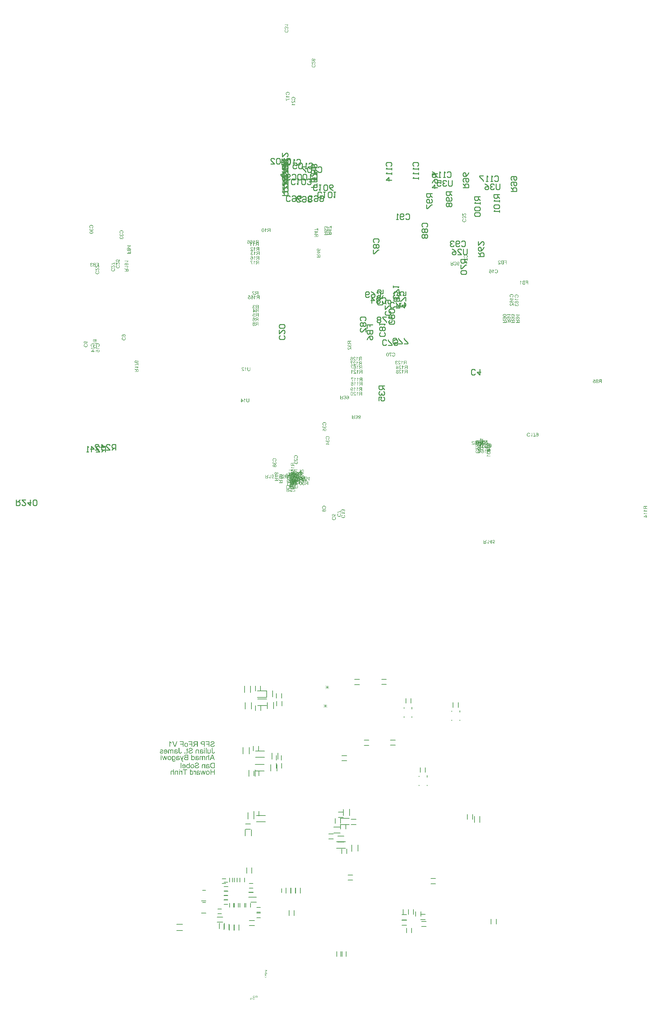
<source format=gbr>
G04*
G04 #@! TF.GenerationSoftware,Altium Limited,Altium Designer,24.9.1 (31)*
G04*
G04 Layer_Color=32896*
%FSLAX25Y25*%
%MOIN*%
G70*
G04*
G04 #@! TF.SameCoordinates,8C3FED30-37FA-4A54-8C90-A1F039295453*
G04*
G04*
G04 #@! TF.FilePolarity,Positive*
G04*
G01*
G75*
%ADD12C,0.00787*%
%ADD14C,0.01000*%
%ADD15C,0.00300*%
G36*
X34921Y-153377D02*
X35013Y-153511D01*
X35121Y-153644D01*
X35221Y-153761D01*
X35321Y-153860D01*
X35396Y-153944D01*
X35429Y-153969D01*
X35454Y-153994D01*
X35463Y-154002D01*
X35471Y-154010D01*
X35646Y-154152D01*
X35821Y-154285D01*
X35987Y-154402D01*
X36154Y-154493D01*
X36296Y-154577D01*
X36354Y-154610D01*
X36404Y-154635D01*
X36446Y-154660D01*
X36479Y-154668D01*
X36496Y-154685D01*
X36504D01*
Y-155368D01*
X36379Y-155318D01*
X36254Y-155260D01*
X36129Y-155202D01*
X36013Y-155143D01*
X35912Y-155093D01*
X35829Y-155052D01*
X35779Y-155018D01*
X35771Y-155010D01*
X35763D01*
X35613Y-154918D01*
X35479Y-154827D01*
X35363Y-154743D01*
X35271Y-154668D01*
X35188Y-154610D01*
X35138Y-154560D01*
X35096Y-154527D01*
X35088Y-154518D01*
Y-159025D01*
X34380D01*
Y-153236D01*
X34838D01*
X34921Y-153377D01*
D02*
G37*
G36*
X40494Y-159025D02*
X39694D01*
X37445Y-153261D01*
X38220D01*
X39786Y-157451D01*
X39853Y-157626D01*
X39911Y-157792D01*
X39961Y-157950D01*
X40003Y-158092D01*
X40044Y-158217D01*
X40069Y-158309D01*
X40078Y-158342D01*
X40086Y-158367D01*
X40094Y-158384D01*
Y-158392D01*
X40194Y-158059D01*
X40244Y-157901D01*
X40294Y-157759D01*
X40336Y-157634D01*
X40352Y-157584D01*
X40361Y-157534D01*
X40377Y-157501D01*
X40386Y-157476D01*
X40394Y-157459D01*
Y-157451D01*
X41894Y-153261D01*
X42726D01*
X40494Y-159025D01*
D02*
G37*
G36*
X77013D02*
X76246D01*
Y-156409D01*
X73539D01*
Y-155726D01*
X76246D01*
Y-153944D01*
X73114D01*
Y-153261D01*
X77013D01*
Y-159025D01*
D02*
G37*
G36*
X72123D02*
X71357D01*
Y-156684D01*
X69882D01*
X69666Y-156676D01*
X69458Y-156659D01*
X69274Y-156634D01*
X69108Y-156601D01*
X68949Y-156568D01*
X68816Y-156526D01*
X68691Y-156476D01*
X68583Y-156426D01*
X68491Y-156384D01*
X68408Y-156334D01*
X68341Y-156293D01*
X68291Y-156251D01*
X68250Y-156226D01*
X68225Y-156201D01*
X68208Y-156184D01*
X68200Y-156176D01*
X68116Y-156076D01*
X68041Y-155976D01*
X67983Y-155876D01*
X67925Y-155768D01*
X67875Y-155660D01*
X67841Y-155560D01*
X67783Y-155368D01*
X67766Y-155277D01*
X67750Y-155193D01*
X67742Y-155118D01*
X67733Y-155060D01*
X67725Y-155002D01*
Y-154968D01*
Y-154943D01*
Y-154935D01*
X67733Y-154777D01*
X67750Y-154627D01*
X67783Y-154493D01*
X67808Y-154377D01*
X67841Y-154277D01*
X67875Y-154202D01*
X67891Y-154160D01*
X67900Y-154144D01*
X67966Y-154019D01*
X68050Y-153910D01*
X68125Y-153811D01*
X68200Y-153735D01*
X68266Y-153677D01*
X68316Y-153627D01*
X68350Y-153602D01*
X68366Y-153594D01*
X68475Y-153527D01*
X68599Y-153469D01*
X68716Y-153419D01*
X68824Y-153377D01*
X68924Y-153352D01*
X68999Y-153336D01*
X69058Y-153319D01*
X69074D01*
X69199Y-153302D01*
X69341Y-153286D01*
X69491Y-153277D01*
X69632Y-153269D01*
X69757Y-153261D01*
X72123D01*
Y-159025D01*
D02*
G37*
G36*
X64501D02*
X63735D01*
Y-156468D01*
X62752D01*
X62660Y-156476D01*
X62594D01*
X62535Y-156484D01*
X62494Y-156493D01*
X62460D01*
X62444Y-156501D01*
X62435D01*
X62302Y-156543D01*
X62244Y-156568D01*
X62194Y-156593D01*
X62144Y-156618D01*
X62110Y-156634D01*
X62094Y-156643D01*
X62085Y-156651D01*
X62019Y-156701D01*
X61952Y-156759D01*
X61827Y-156884D01*
X61769Y-156942D01*
X61727Y-156992D01*
X61702Y-157026D01*
X61694Y-157034D01*
X61611Y-157151D01*
X61519Y-157276D01*
X61427Y-157409D01*
X61336Y-157534D01*
X61261Y-157651D01*
X61202Y-157742D01*
X61177Y-157775D01*
X61161Y-157800D01*
X61144Y-157817D01*
Y-157826D01*
X60386Y-159025D01*
X59437D01*
X60428Y-157459D01*
X60544Y-157292D01*
X60653Y-157142D01*
X60761Y-157018D01*
X60853Y-156901D01*
X60936Y-156818D01*
X61002Y-156751D01*
X61044Y-156709D01*
X61061Y-156693D01*
X61128Y-156643D01*
X61202Y-156584D01*
X61352Y-156493D01*
X61419Y-156459D01*
X61469Y-156426D01*
X61502Y-156409D01*
X61519Y-156401D01*
X61369Y-156376D01*
X61227Y-156351D01*
X61102Y-156309D01*
X60978Y-156276D01*
X60869Y-156235D01*
X60769Y-156184D01*
X60678Y-156143D01*
X60594Y-156101D01*
X60528Y-156051D01*
X60461Y-156010D01*
X60411Y-155976D01*
X60369Y-155943D01*
X60336Y-155918D01*
X60311Y-155893D01*
X60303Y-155885D01*
X60295Y-155876D01*
X60228Y-155793D01*
X60161Y-155710D01*
X60061Y-155535D01*
X59995Y-155360D01*
X59945Y-155193D01*
X59911Y-155052D01*
X59903Y-154993D01*
Y-154935D01*
X59895Y-154893D01*
Y-154860D01*
Y-154843D01*
Y-154835D01*
X59903Y-154660D01*
X59928Y-154502D01*
X59970Y-154352D01*
X60011Y-154227D01*
X60061Y-154119D01*
X60094Y-154035D01*
X60128Y-153985D01*
X60136Y-153977D01*
Y-153969D01*
X60236Y-153835D01*
X60336Y-153719D01*
X60444Y-153619D01*
X60544Y-153544D01*
X60636Y-153486D01*
X60711Y-153452D01*
X60761Y-153427D01*
X60769Y-153419D01*
X60778D01*
X60853Y-153394D01*
X60944Y-153369D01*
X61128Y-153327D01*
X61327Y-153302D01*
X61511Y-153277D01*
X61686Y-153269D01*
X61760D01*
X61827Y-153261D01*
X64501D01*
Y-159025D01*
D02*
G37*
G36*
X58662D02*
X57895D01*
Y-156409D01*
X55188D01*
Y-155726D01*
X57895D01*
Y-153944D01*
X54763D01*
Y-153261D01*
X58662D01*
Y-159025D01*
D02*
G37*
G36*
X49257D02*
X48491D01*
Y-156409D01*
X45784D01*
Y-155726D01*
X48491D01*
Y-153944D01*
X45359D01*
Y-153261D01*
X49257D01*
Y-159025D01*
D02*
G37*
G36*
X52314Y-154760D02*
X52448Y-154768D01*
X52706Y-154827D01*
X52931Y-154902D01*
X53031Y-154943D01*
X53122Y-154985D01*
X53206Y-155027D01*
X53272Y-155068D01*
X53339Y-155110D01*
X53389Y-155143D01*
X53430Y-155177D01*
X53464Y-155202D01*
X53480Y-155210D01*
X53489Y-155218D01*
X53606Y-155326D01*
X53697Y-155452D01*
X53789Y-155585D01*
X53855Y-155718D01*
X53922Y-155860D01*
X53972Y-156010D01*
X54014Y-156151D01*
X54047Y-156284D01*
X54080Y-156418D01*
X54097Y-156534D01*
X54114Y-156651D01*
X54122Y-156743D01*
Y-156826D01*
X54130Y-156884D01*
Y-156918D01*
Y-156934D01*
X54122Y-157126D01*
X54105Y-157309D01*
X54080Y-157476D01*
X54047Y-157634D01*
X54005Y-157775D01*
X53964Y-157909D01*
X53914Y-158034D01*
X53864Y-158142D01*
X53814Y-158242D01*
X53764Y-158325D01*
X53722Y-158392D01*
X53680Y-158450D01*
X53647Y-158500D01*
X53622Y-158534D01*
X53606Y-158550D01*
X53597Y-158559D01*
X53489Y-158659D01*
X53381Y-158742D01*
X53264Y-158817D01*
X53147Y-158883D01*
X53031Y-158933D01*
X52906Y-158983D01*
X52681Y-159050D01*
X52581Y-159067D01*
X52481Y-159083D01*
X52398Y-159100D01*
X52323Y-159108D01*
X52256Y-159117D01*
X52173D01*
X51973Y-159108D01*
X51789Y-159075D01*
X51615Y-159033D01*
X51473Y-158992D01*
X51348Y-158942D01*
X51298Y-158925D01*
X51256Y-158908D01*
X51215Y-158892D01*
X51190Y-158875D01*
X51181Y-158867D01*
X51173D01*
X51007Y-158758D01*
X50865Y-158642D01*
X50740Y-158525D01*
X50640Y-158409D01*
X50565Y-158309D01*
X50507Y-158225D01*
X50490Y-158192D01*
X50473Y-158167D01*
X50465Y-158159D01*
Y-158150D01*
X50382Y-157959D01*
X50323Y-157750D01*
X50274Y-157542D01*
X50248Y-157334D01*
X50232Y-157242D01*
Y-157159D01*
X50223Y-157076D01*
X50215Y-157009D01*
Y-156951D01*
Y-156909D01*
Y-156884D01*
Y-156876D01*
X50223Y-156693D01*
X50240Y-156526D01*
X50265Y-156368D01*
X50299Y-156218D01*
X50340Y-156076D01*
X50390Y-155951D01*
X50440Y-155826D01*
X50490Y-155726D01*
X50540Y-155635D01*
X50590Y-155551D01*
X50640Y-155476D01*
X50682Y-155418D01*
X50715Y-155377D01*
X50740Y-155343D01*
X50757Y-155326D01*
X50765Y-155318D01*
X50873Y-155218D01*
X50981Y-155135D01*
X51098Y-155052D01*
X51215Y-154993D01*
X51331Y-154935D01*
X51448Y-154893D01*
X51673Y-154818D01*
X51781Y-154802D01*
X51873Y-154785D01*
X51956Y-154768D01*
X52031Y-154760D01*
X52089Y-154752D01*
X52173D01*
X52314Y-154760D01*
D02*
G37*
G36*
X80653Y-153169D02*
X80845Y-153194D01*
X81028Y-153227D01*
X81186Y-153261D01*
X81311Y-153294D01*
X81369Y-153311D01*
X81411Y-153327D01*
X81444Y-153344D01*
X81469Y-153352D01*
X81486Y-153361D01*
X81494D01*
X81661Y-153444D01*
X81811Y-153536D01*
X81936Y-153636D01*
X82036Y-153727D01*
X82111Y-153811D01*
X82169Y-153877D01*
X82211Y-153927D01*
X82219Y-153935D01*
Y-153944D01*
X82302Y-154085D01*
X82361Y-154227D01*
X82402Y-154369D01*
X82427Y-154493D01*
X82444Y-154602D01*
X82461Y-154685D01*
Y-154718D01*
Y-154743D01*
Y-154752D01*
Y-154760D01*
X82452Y-154902D01*
X82427Y-155035D01*
X82394Y-155160D01*
X82361Y-155268D01*
X82327Y-155351D01*
X82294Y-155418D01*
X82269Y-155460D01*
X82261Y-155476D01*
X82177Y-155593D01*
X82077Y-155701D01*
X81977Y-155793D01*
X81877Y-155868D01*
X81794Y-155935D01*
X81719Y-155976D01*
X81669Y-156010D01*
X81661Y-156018D01*
X81653D01*
X81586Y-156051D01*
X81511Y-156085D01*
X81344Y-156143D01*
X81153Y-156201D01*
X80970Y-156260D01*
X80803Y-156309D01*
X80728Y-156326D01*
X80661Y-156343D01*
X80611Y-156359D01*
X80570Y-156368D01*
X80545Y-156376D01*
X80536D01*
X80395Y-156409D01*
X80261Y-156443D01*
X80145Y-156476D01*
X80045Y-156501D01*
X79945Y-156526D01*
X79862Y-156551D01*
X79787Y-156568D01*
X79728Y-156593D01*
X79670Y-156609D01*
X79628Y-156618D01*
X79562Y-156643D01*
X79520Y-156651D01*
X79512Y-156659D01*
X79387Y-156709D01*
X79278Y-156768D01*
X79187Y-156826D01*
X79120Y-156876D01*
X79062Y-156926D01*
X79029Y-156959D01*
X79004Y-156984D01*
X78995Y-156992D01*
X78937Y-157068D01*
X78895Y-157151D01*
X78870Y-157234D01*
X78845Y-157301D01*
X78837Y-157367D01*
X78829Y-157417D01*
Y-157459D01*
Y-157467D01*
X78837Y-157567D01*
X78854Y-157659D01*
X78879Y-157742D01*
X78912Y-157809D01*
X78945Y-157876D01*
X78970Y-157917D01*
X78987Y-157950D01*
X78995Y-157959D01*
X79062Y-158042D01*
X79145Y-158109D01*
X79229Y-158167D01*
X79303Y-158225D01*
X79378Y-158259D01*
X79437Y-158292D01*
X79478Y-158309D01*
X79495Y-158317D01*
X79620Y-158359D01*
X79753Y-158392D01*
X79887Y-158409D01*
X80003Y-158425D01*
X80103Y-158434D01*
X80186Y-158442D01*
X80261D01*
X80445Y-158434D01*
X80611Y-158417D01*
X80761Y-158392D01*
X80895Y-158359D01*
X81003Y-158325D01*
X81086Y-158300D01*
X81111Y-158292D01*
X81136Y-158284D01*
X81144Y-158275D01*
X81153D01*
X81286Y-158209D01*
X81411Y-158134D01*
X81503Y-158059D01*
X81586Y-157984D01*
X81653Y-157925D01*
X81694Y-157867D01*
X81719Y-157834D01*
X81727Y-157826D01*
X81786Y-157717D01*
X81844Y-157601D01*
X81877Y-157476D01*
X81911Y-157367D01*
X81936Y-157259D01*
X81953Y-157184D01*
Y-157151D01*
X81961Y-157126D01*
Y-157117D01*
Y-157109D01*
X82677Y-157176D01*
X82661Y-157384D01*
X82627Y-157584D01*
X82577Y-157759D01*
X82519Y-157917D01*
X82461Y-158042D01*
X82436Y-158092D01*
X82419Y-158134D01*
X82394Y-158167D01*
X82386Y-158192D01*
X82369Y-158209D01*
Y-158217D01*
X82244Y-158375D01*
X82111Y-158517D01*
X81969Y-158633D01*
X81836Y-158733D01*
X81719Y-158809D01*
X81619Y-158858D01*
X81586Y-158875D01*
X81561Y-158892D01*
X81544Y-158900D01*
X81536D01*
X81328Y-158975D01*
X81111Y-159033D01*
X80895Y-159067D01*
X80686Y-159100D01*
X80586Y-159108D01*
X80503Y-159117D01*
X80428D01*
X80361Y-159125D01*
X80228D01*
X80003Y-159117D01*
X79795Y-159092D01*
X79603Y-159050D01*
X79445Y-159008D01*
X79312Y-158975D01*
X79254Y-158950D01*
X79204Y-158933D01*
X79170Y-158917D01*
X79145Y-158908D01*
X79129Y-158900D01*
X79120D01*
X78945Y-158809D01*
X78795Y-158709D01*
X78662Y-158600D01*
X78554Y-158500D01*
X78470Y-158417D01*
X78412Y-158342D01*
X78371Y-158292D01*
X78362Y-158284D01*
Y-158275D01*
X78271Y-158117D01*
X78204Y-157967D01*
X78162Y-157826D01*
X78129Y-157692D01*
X78112Y-157576D01*
X78096Y-157484D01*
Y-157451D01*
Y-157426D01*
Y-157417D01*
Y-157409D01*
X78104Y-157242D01*
X78129Y-157084D01*
X78171Y-156942D01*
X78212Y-156826D01*
X78262Y-156726D01*
X78296Y-156651D01*
X78329Y-156609D01*
X78337Y-156593D01*
X78437Y-156468D01*
X78554Y-156351D01*
X78679Y-156251D01*
X78804Y-156159D01*
X78912Y-156093D01*
X79004Y-156043D01*
X79037Y-156026D01*
X79062Y-156010D01*
X79079Y-156001D01*
X79087D01*
X79154Y-155968D01*
X79237Y-155943D01*
X79329Y-155910D01*
X79428Y-155876D01*
X79637Y-155818D01*
X79853Y-155760D01*
X79953Y-155735D01*
X80045Y-155710D01*
X80137Y-155685D01*
X80212Y-155668D01*
X80270Y-155651D01*
X80320Y-155643D01*
X80353Y-155635D01*
X80361D01*
X80528Y-155593D01*
X80678Y-155560D01*
X80811Y-155518D01*
X80928Y-155485D01*
X81036Y-155443D01*
X81128Y-155410D01*
X81211Y-155377D01*
X81286Y-155351D01*
X81344Y-155318D01*
X81394Y-155293D01*
X81428Y-155277D01*
X81461Y-155252D01*
X81503Y-155227D01*
X81511Y-155218D01*
X81586Y-155135D01*
X81636Y-155052D01*
X81678Y-154968D01*
X81703Y-154885D01*
X81719Y-154818D01*
X81727Y-154760D01*
Y-154727D01*
Y-154710D01*
X81711Y-154577D01*
X81678Y-154460D01*
X81628Y-154360D01*
X81569Y-154269D01*
X81519Y-154202D01*
X81469Y-154144D01*
X81436Y-154110D01*
X81419Y-154102D01*
X81353Y-154060D01*
X81286Y-154019D01*
X81128Y-153952D01*
X80961Y-153910D01*
X80795Y-153877D01*
X80645Y-153860D01*
X80578Y-153852D01*
X80528Y-153844D01*
X80411D01*
X80178Y-153852D01*
X79970Y-153885D01*
X79803Y-153935D01*
X79662Y-153985D01*
X79553Y-154035D01*
X79470Y-154085D01*
X79428Y-154119D01*
X79412Y-154127D01*
X79295Y-154244D01*
X79204Y-154369D01*
X79129Y-154502D01*
X79079Y-154635D01*
X79045Y-154760D01*
X79020Y-154852D01*
X79012Y-154893D01*
X79004Y-154918D01*
Y-154935D01*
Y-154943D01*
X78271Y-154885D01*
X78287Y-154702D01*
X78329Y-154535D01*
X78371Y-154377D01*
X78429Y-154244D01*
X78479Y-154135D01*
X78521Y-154052D01*
X78537Y-154027D01*
X78554Y-154002D01*
X78562Y-153994D01*
Y-153985D01*
X78670Y-153844D01*
X78787Y-153719D01*
X78912Y-153611D01*
X79037Y-153527D01*
X79145Y-153452D01*
X79229Y-153411D01*
X79262Y-153394D01*
X79287Y-153377D01*
X79303Y-153369D01*
X79312D01*
X79495Y-153302D01*
X79695Y-153252D01*
X79878Y-153211D01*
X80053Y-153186D01*
X80212Y-153169D01*
X80270D01*
X80328Y-153161D01*
X80436D01*
X80653Y-153169D01*
D02*
G37*
G36*
X72056Y-161186D02*
X71348D01*
Y-160378D01*
X72056D01*
Y-161186D01*
D02*
G37*
G36*
X36712Y-161877D02*
X36854Y-161902D01*
X36979Y-161927D01*
X37087Y-161960D01*
X37179Y-162002D01*
X37245Y-162027D01*
X37287Y-162052D01*
X37304Y-162060D01*
X37420Y-162136D01*
X37520Y-162219D01*
X37612Y-162302D01*
X37687Y-162385D01*
X37745Y-162452D01*
X37795Y-162510D01*
X37820Y-162544D01*
X37828Y-162560D01*
Y-161960D01*
X38462D01*
Y-166142D01*
X37753D01*
Y-163976D01*
X37745Y-163777D01*
X37737Y-163602D01*
X37720Y-163452D01*
X37695Y-163327D01*
X37670Y-163235D01*
X37653Y-163168D01*
X37645Y-163127D01*
X37637Y-163110D01*
X37587Y-163002D01*
X37529Y-162910D01*
X37470Y-162827D01*
X37412Y-162760D01*
X37354Y-162710D01*
X37312Y-162677D01*
X37279Y-162652D01*
X37270Y-162644D01*
X37170Y-162594D01*
X37079Y-162552D01*
X36979Y-162527D01*
X36895Y-162502D01*
X36829Y-162494D01*
X36770Y-162485D01*
X36721D01*
X36579Y-162494D01*
X36462Y-162519D01*
X36362Y-162560D01*
X36287Y-162602D01*
X36229Y-162652D01*
X36187Y-162685D01*
X36162Y-162719D01*
X36154Y-162727D01*
X36096Y-162827D01*
X36054Y-162935D01*
X36021Y-163052D01*
X36004Y-163168D01*
X35987Y-163268D01*
X35979Y-163360D01*
Y-163393D01*
Y-163410D01*
Y-163427D01*
Y-163435D01*
Y-166142D01*
X35271D01*
Y-163718D01*
X35254Y-163493D01*
X35221Y-163302D01*
X35179Y-163143D01*
X35121Y-163010D01*
X35071Y-162910D01*
X35021Y-162844D01*
X34988Y-162802D01*
X34980Y-162785D01*
X34863Y-162685D01*
X34738Y-162610D01*
X34613Y-162560D01*
X34496Y-162519D01*
X34396Y-162502D01*
X34313Y-162494D01*
X34280Y-162485D01*
X34238D01*
X34147Y-162494D01*
X34072Y-162502D01*
X33997Y-162519D01*
X33938Y-162544D01*
X33880Y-162569D01*
X33847Y-162585D01*
X33822Y-162594D01*
X33813Y-162602D01*
X33747Y-162652D01*
X33697Y-162702D01*
X33655Y-162752D01*
X33622Y-162802D01*
X33597Y-162844D01*
X33580Y-162877D01*
X33564Y-162902D01*
Y-162910D01*
X33538Y-162985D01*
X33522Y-163085D01*
X33514Y-163185D01*
X33505Y-163285D01*
X33497Y-163377D01*
Y-163452D01*
Y-163502D01*
Y-163510D01*
Y-163518D01*
Y-166142D01*
X32789D01*
Y-163277D01*
Y-163143D01*
X32805Y-163027D01*
X32822Y-162910D01*
X32839Y-162810D01*
X32864Y-162710D01*
X32897Y-162627D01*
X32922Y-162552D01*
X32955Y-162477D01*
X32989Y-162419D01*
X33014Y-162360D01*
X33072Y-162285D01*
X33105Y-162235D01*
X33122Y-162219D01*
X33255Y-162102D01*
X33413Y-162019D01*
X33572Y-161952D01*
X33722Y-161910D01*
X33863Y-161886D01*
X33922Y-161877D01*
X33980D01*
X34022Y-161869D01*
X34080D01*
X34230Y-161877D01*
X34363Y-161902D01*
X34496Y-161935D01*
X34621Y-161986D01*
X34738Y-162044D01*
X34846Y-162102D01*
X34938Y-162169D01*
X35030Y-162235D01*
X35113Y-162310D01*
X35179Y-162377D01*
X35238Y-162435D01*
X35288Y-162494D01*
X35329Y-162544D01*
X35354Y-162577D01*
X35371Y-162602D01*
X35379Y-162610D01*
X35429Y-162485D01*
X35496Y-162377D01*
X35571Y-162285D01*
X35638Y-162210D01*
X35704Y-162144D01*
X35754Y-162102D01*
X35788Y-162077D01*
X35804Y-162069D01*
X35921Y-162002D01*
X36046Y-161952D01*
X36171Y-161919D01*
X36296Y-161894D01*
X36396Y-161877D01*
X36487Y-161869D01*
X36562D01*
X36712Y-161877D01*
D02*
G37*
G36*
X68699D02*
X68874Y-161894D01*
X69041Y-161919D01*
X69174Y-161944D01*
X69291Y-161969D01*
X69374Y-161994D01*
X69407Y-162002D01*
X69432Y-162011D01*
X69441Y-162019D01*
X69449D01*
X69591Y-162077D01*
X69716Y-162152D01*
X69824Y-162219D01*
X69916Y-162285D01*
X69982Y-162352D01*
X70032Y-162402D01*
X70065Y-162435D01*
X70074Y-162444D01*
X70149Y-162552D01*
X70215Y-162669D01*
X70266Y-162785D01*
X70307Y-162893D01*
X70340Y-163002D01*
X70365Y-163077D01*
X70374Y-163110D01*
Y-163135D01*
X70382Y-163143D01*
Y-163152D01*
X69691Y-163243D01*
X69641Y-163093D01*
X69591Y-162960D01*
X69532Y-162852D01*
X69482Y-162768D01*
X69432Y-162702D01*
X69391Y-162660D01*
X69358Y-162635D01*
X69349Y-162627D01*
X69249Y-162569D01*
X69133Y-162527D01*
X69008Y-162494D01*
X68891Y-162477D01*
X68774Y-162460D01*
X68691Y-162452D01*
X68608D01*
X68416Y-162460D01*
X68250Y-162485D01*
X68116Y-162527D01*
X68000Y-162569D01*
X67916Y-162619D01*
X67850Y-162652D01*
X67808Y-162685D01*
X67800Y-162694D01*
X67733Y-162768D01*
X67683Y-162860D01*
X67642Y-162960D01*
X67616Y-163060D01*
X67600Y-163152D01*
X67592Y-163235D01*
Y-163285D01*
Y-163293D01*
Y-163302D01*
Y-163318D01*
Y-163352D01*
Y-163410D01*
X67600Y-163460D01*
Y-163477D01*
Y-163485D01*
X67683Y-163510D01*
X67775Y-163535D01*
X67966Y-163585D01*
X68183Y-163627D01*
X68383Y-163668D01*
X68483Y-163685D01*
X68575Y-163693D01*
X68658Y-163710D01*
X68724Y-163718D01*
X68783Y-163726D01*
X68824D01*
X68858Y-163735D01*
X68866D01*
X69016Y-163751D01*
X69141Y-163777D01*
X69249Y-163793D01*
X69332Y-163810D01*
X69399Y-163818D01*
X69449Y-163835D01*
X69482Y-163843D01*
X69491D01*
X69599Y-163876D01*
X69691Y-163910D01*
X69782Y-163951D01*
X69857Y-163985D01*
X69924Y-164018D01*
X69966Y-164051D01*
X69999Y-164068D01*
X70007Y-164076D01*
X70091Y-164135D01*
X70157Y-164201D01*
X70224Y-164268D01*
X70274Y-164335D01*
X70315Y-164393D01*
X70349Y-164443D01*
X70365Y-164476D01*
X70374Y-164485D01*
X70415Y-164576D01*
X70449Y-164676D01*
X70474Y-164768D01*
X70490Y-164859D01*
X70499Y-164934D01*
X70507Y-164993D01*
Y-165026D01*
Y-165043D01*
X70499Y-165143D01*
X70490Y-165226D01*
X70449Y-165401D01*
X70390Y-165542D01*
X70324Y-165667D01*
X70257Y-165767D01*
X70199Y-165842D01*
X70157Y-165884D01*
X70140Y-165901D01*
X69991Y-166009D01*
X69824Y-166092D01*
X69641Y-166150D01*
X69474Y-166192D01*
X69324Y-166217D01*
X69257Y-166226D01*
X69199D01*
X69149Y-166234D01*
X69083D01*
X68933Y-166226D01*
X68783Y-166209D01*
X68650Y-166192D01*
X68533Y-166167D01*
X68441Y-166142D01*
X68366Y-166117D01*
X68316Y-166109D01*
X68300Y-166101D01*
X68158Y-166042D01*
X68025Y-165967D01*
X67900Y-165884D01*
X67775Y-165809D01*
X67675Y-165734D01*
X67600Y-165676D01*
X67550Y-165634D01*
X67542Y-165617D01*
X67533D01*
X67517Y-165726D01*
X67500Y-165826D01*
X67483Y-165917D01*
X67458Y-165992D01*
X67433Y-166059D01*
X67417Y-166101D01*
X67408Y-166134D01*
X67400Y-166142D01*
X66659D01*
X66700Y-166051D01*
X66742Y-165959D01*
X66775Y-165876D01*
X66792Y-165801D01*
X66817Y-165734D01*
X66825Y-165684D01*
X66834Y-165651D01*
Y-165642D01*
X66842Y-165584D01*
X66850Y-165509D01*
Y-165426D01*
X66859Y-165334D01*
X66867Y-165126D01*
Y-164918D01*
X66875Y-164718D01*
Y-164626D01*
Y-164551D01*
Y-164485D01*
Y-164435D01*
Y-164401D01*
Y-164393D01*
Y-163443D01*
Y-163285D01*
X66883Y-163143D01*
X66892Y-163035D01*
Y-162943D01*
X66900Y-162877D01*
X66909Y-162827D01*
X66917Y-162802D01*
Y-162794D01*
X66942Y-162685D01*
X66975Y-162594D01*
X67008Y-162519D01*
X67050Y-162444D01*
X67083Y-162394D01*
X67108Y-162352D01*
X67125Y-162327D01*
X67133Y-162319D01*
X67200Y-162252D01*
X67275Y-162185D01*
X67358Y-162136D01*
X67442Y-162085D01*
X67517Y-162052D01*
X67575Y-162027D01*
X67616Y-162011D01*
X67633Y-162002D01*
X67766Y-161960D01*
X67908Y-161927D01*
X68050Y-161902D01*
X68191Y-161886D01*
X68316Y-161877D01*
X68408Y-161869D01*
X68499D01*
X68699Y-161877D01*
D02*
G37*
G36*
X41369D02*
X41544Y-161894D01*
X41710Y-161919D01*
X41844Y-161944D01*
X41960Y-161969D01*
X42043Y-161994D01*
X42077Y-162002D01*
X42102Y-162011D01*
X42110Y-162019D01*
X42118D01*
X42260Y-162077D01*
X42385Y-162152D01*
X42493Y-162219D01*
X42585Y-162285D01*
X42652Y-162352D01*
X42702Y-162402D01*
X42735Y-162435D01*
X42743Y-162444D01*
X42818Y-162552D01*
X42885Y-162669D01*
X42935Y-162785D01*
X42976Y-162893D01*
X43010Y-163002D01*
X43035Y-163077D01*
X43043Y-163110D01*
Y-163135D01*
X43051Y-163143D01*
Y-163152D01*
X42360Y-163243D01*
X42310Y-163093D01*
X42260Y-162960D01*
X42202Y-162852D01*
X42152Y-162768D01*
X42102Y-162702D01*
X42060Y-162660D01*
X42027Y-162635D01*
X42018Y-162627D01*
X41919Y-162569D01*
X41802Y-162527D01*
X41677Y-162494D01*
X41560Y-162477D01*
X41444Y-162460D01*
X41360Y-162452D01*
X41277D01*
X41085Y-162460D01*
X40919Y-162485D01*
X40786Y-162527D01*
X40669Y-162569D01*
X40586Y-162619D01*
X40519Y-162652D01*
X40477Y-162685D01*
X40469Y-162694D01*
X40402Y-162768D01*
X40352Y-162860D01*
X40311Y-162960D01*
X40286Y-163060D01*
X40269Y-163152D01*
X40261Y-163235D01*
Y-163285D01*
Y-163293D01*
Y-163302D01*
Y-163318D01*
Y-163352D01*
Y-163410D01*
X40269Y-163460D01*
Y-163477D01*
Y-163485D01*
X40352Y-163510D01*
X40444Y-163535D01*
X40636Y-163585D01*
X40852Y-163627D01*
X41052Y-163668D01*
X41152Y-163685D01*
X41244Y-163693D01*
X41327Y-163710D01*
X41394Y-163718D01*
X41452Y-163726D01*
X41494D01*
X41527Y-163735D01*
X41535D01*
X41685Y-163751D01*
X41810Y-163777D01*
X41919Y-163793D01*
X42002Y-163810D01*
X42068Y-163818D01*
X42118Y-163835D01*
X42152Y-163843D01*
X42160D01*
X42268Y-163876D01*
X42360Y-163910D01*
X42452Y-163951D01*
X42527Y-163985D01*
X42593Y-164018D01*
X42635Y-164051D01*
X42668Y-164068D01*
X42676Y-164076D01*
X42760Y-164135D01*
X42826Y-164201D01*
X42893Y-164268D01*
X42943Y-164335D01*
X42985Y-164393D01*
X43018Y-164443D01*
X43035Y-164476D01*
X43043Y-164485D01*
X43085Y-164576D01*
X43118Y-164676D01*
X43143Y-164768D01*
X43160Y-164859D01*
X43168Y-164934D01*
X43176Y-164993D01*
Y-165026D01*
Y-165043D01*
X43168Y-165143D01*
X43160Y-165226D01*
X43118Y-165401D01*
X43060Y-165542D01*
X42993Y-165667D01*
X42926Y-165767D01*
X42868Y-165842D01*
X42826Y-165884D01*
X42810Y-165901D01*
X42660Y-166009D01*
X42493Y-166092D01*
X42310Y-166150D01*
X42143Y-166192D01*
X41993Y-166217D01*
X41927Y-166226D01*
X41868D01*
X41818Y-166234D01*
X41752D01*
X41602Y-166226D01*
X41452Y-166209D01*
X41319Y-166192D01*
X41202Y-166167D01*
X41111Y-166142D01*
X41036Y-166117D01*
X40986Y-166109D01*
X40969Y-166101D01*
X40827Y-166042D01*
X40694Y-165967D01*
X40569Y-165884D01*
X40444Y-165809D01*
X40344Y-165734D01*
X40269Y-165676D01*
X40219Y-165634D01*
X40211Y-165617D01*
X40203D01*
X40186Y-165726D01*
X40169Y-165826D01*
X40152Y-165917D01*
X40128Y-165992D01*
X40102Y-166059D01*
X40086Y-166101D01*
X40078Y-166134D01*
X40069Y-166142D01*
X39328D01*
X39369Y-166051D01*
X39411Y-165959D01*
X39445Y-165876D01*
X39461Y-165801D01*
X39486Y-165734D01*
X39494Y-165684D01*
X39503Y-165651D01*
Y-165642D01*
X39511Y-165584D01*
X39519Y-165509D01*
Y-165426D01*
X39528Y-165334D01*
X39536Y-165126D01*
Y-164918D01*
X39544Y-164718D01*
Y-164626D01*
Y-164551D01*
Y-164485D01*
Y-164435D01*
Y-164401D01*
Y-164393D01*
Y-163443D01*
Y-163285D01*
X39553Y-163143D01*
X39561Y-163035D01*
Y-162943D01*
X39569Y-162877D01*
X39578Y-162827D01*
X39586Y-162802D01*
Y-162794D01*
X39611Y-162685D01*
X39644Y-162594D01*
X39678Y-162519D01*
X39719Y-162444D01*
X39753Y-162394D01*
X39778Y-162352D01*
X39794Y-162327D01*
X39803Y-162319D01*
X39869Y-162252D01*
X39944Y-162185D01*
X40028Y-162136D01*
X40111Y-162085D01*
X40186Y-162052D01*
X40244Y-162027D01*
X40286Y-162011D01*
X40303Y-162002D01*
X40436Y-161960D01*
X40577Y-161927D01*
X40719Y-161902D01*
X40861Y-161886D01*
X40986Y-161877D01*
X41077Y-161869D01*
X41169D01*
X41369Y-161877D01*
D02*
G37*
G36*
X53572Y-160928D02*
Y-161960D01*
X54097D01*
Y-162510D01*
X53572D01*
Y-164926D01*
Y-165043D01*
Y-165143D01*
X53564Y-165234D01*
X53556Y-165326D01*
Y-165401D01*
X53547Y-165468D01*
X53531Y-165576D01*
X53514Y-165659D01*
X53505Y-165717D01*
X53489Y-165751D01*
Y-165759D01*
X53456Y-165834D01*
X53406Y-165892D01*
X53356Y-165951D01*
X53314Y-165992D01*
X53264Y-166034D01*
X53231Y-166059D01*
X53206Y-166076D01*
X53197Y-166084D01*
X53106Y-166126D01*
X53014Y-166150D01*
X52914Y-166175D01*
X52814Y-166184D01*
X52731Y-166192D01*
X52664Y-166200D01*
X52597D01*
X52414Y-166192D01*
X52323Y-166184D01*
X52239Y-166167D01*
X52164Y-166159D01*
X52106Y-166150D01*
X52073Y-166142D01*
X52056D01*
X52148Y-165517D01*
X52214Y-165526D01*
X52281Y-165534D01*
X52339D01*
X52381Y-165542D01*
X52464D01*
X52573Y-165534D01*
X52648Y-165517D01*
X52689Y-165501D01*
X52706Y-165492D01*
X52764Y-165451D01*
X52798Y-165409D01*
X52823Y-165376D01*
X52831Y-165359D01*
X52839Y-165317D01*
X52847Y-165259D01*
X52856Y-165126D01*
X52864Y-165068D01*
Y-165018D01*
Y-164984D01*
Y-164968D01*
Y-162510D01*
X52148D01*
Y-161960D01*
X52864D01*
Y-160503D01*
X53572Y-160928D01*
D02*
G37*
G36*
X78346Y-164551D02*
Y-164709D01*
X78337Y-164851D01*
X78329Y-164959D01*
X78321Y-165059D01*
Y-165126D01*
X78312Y-165176D01*
X78304Y-165209D01*
Y-165218D01*
X78279Y-165326D01*
X78246Y-165426D01*
X78212Y-165517D01*
X78171Y-165592D01*
X78137Y-165659D01*
X78112Y-165701D01*
X78096Y-165734D01*
X78087Y-165742D01*
X78021Y-165817D01*
X77946Y-165884D01*
X77871Y-165942D01*
X77788Y-165992D01*
X77721Y-166034D01*
X77662Y-166067D01*
X77629Y-166084D01*
X77613Y-166092D01*
X77488Y-166142D01*
X77371Y-166175D01*
X77254Y-166200D01*
X77146Y-166217D01*
X77054Y-166226D01*
X76979Y-166234D01*
X76921D01*
X76771Y-166226D01*
X76621Y-166200D01*
X76488Y-166167D01*
X76355Y-166126D01*
X76238Y-166067D01*
X76130Y-166009D01*
X76030Y-165951D01*
X75938Y-165884D01*
X75855Y-165817D01*
X75788Y-165759D01*
X75730Y-165692D01*
X75680Y-165642D01*
X75638Y-165601D01*
X75613Y-165567D01*
X75597Y-165542D01*
X75588Y-165534D01*
Y-166142D01*
X74955D01*
Y-161960D01*
X75663D01*
Y-164201D01*
X75672Y-164393D01*
X75680Y-164559D01*
X75697Y-164701D01*
X75722Y-164818D01*
X75747Y-164909D01*
X75763Y-164976D01*
X75772Y-165009D01*
X75780Y-165026D01*
X75830Y-165126D01*
X75888Y-165209D01*
X75955Y-165284D01*
X76021Y-165351D01*
X76080Y-165401D01*
X76130Y-165434D01*
X76163Y-165459D01*
X76180Y-165468D01*
X76288Y-165517D01*
X76396Y-165559D01*
X76496Y-165584D01*
X76588Y-165609D01*
X76663Y-165617D01*
X76721Y-165626D01*
X76780D01*
X76896Y-165617D01*
X76996Y-165601D01*
X77088Y-165576D01*
X77163Y-165542D01*
X77229Y-165517D01*
X77271Y-165492D01*
X77304Y-165476D01*
X77313Y-165468D01*
X77388Y-165401D01*
X77446Y-165334D01*
X77496Y-165259D01*
X77538Y-165193D01*
X77562Y-165126D01*
X77579Y-165076D01*
X77596Y-165043D01*
Y-165034D01*
X77613Y-164943D01*
X77621Y-164834D01*
X77629Y-164709D01*
Y-164585D01*
X77637Y-164468D01*
Y-164376D01*
Y-164335D01*
Y-164310D01*
Y-164293D01*
Y-164285D01*
Y-161960D01*
X78346D01*
Y-164551D01*
D02*
G37*
G36*
X30190Y-161877D02*
X30340Y-161894D01*
X30481Y-161919D01*
X30615Y-161960D01*
X30740Y-162002D01*
X30856Y-162052D01*
X30964Y-162102D01*
X31056Y-162160D01*
X31148Y-162210D01*
X31223Y-162269D01*
X31289Y-162319D01*
X31339Y-162360D01*
X31381Y-162402D01*
X31414Y-162427D01*
X31431Y-162444D01*
X31439Y-162452D01*
X31531Y-162569D01*
X31614Y-162694D01*
X31689Y-162819D01*
X31756Y-162952D01*
X31806Y-163093D01*
X31848Y-163227D01*
X31914Y-163493D01*
X31939Y-163610D01*
X31956Y-163726D01*
X31964Y-163826D01*
X31973Y-163918D01*
X31981Y-163993D01*
Y-164043D01*
Y-164085D01*
Y-164093D01*
X31973Y-164276D01*
X31956Y-164451D01*
X31931Y-164618D01*
X31898Y-164768D01*
X31856Y-164909D01*
X31814Y-165043D01*
X31764Y-165159D01*
X31714Y-165268D01*
X31664Y-165359D01*
X31614Y-165443D01*
X31573Y-165509D01*
X31531Y-165567D01*
X31498Y-165617D01*
X31473Y-165651D01*
X31456Y-165667D01*
X31448Y-165676D01*
X31339Y-165776D01*
X31231Y-165859D01*
X31115Y-165934D01*
X30990Y-166001D01*
X30873Y-166051D01*
X30748Y-166101D01*
X30515Y-166167D01*
X30406Y-166184D01*
X30307Y-166200D01*
X30215Y-166217D01*
X30140Y-166226D01*
X30081Y-166234D01*
X29990D01*
X29732Y-166217D01*
X29498Y-166175D01*
X29290Y-166126D01*
X29207Y-166092D01*
X29124Y-166059D01*
X29049Y-166026D01*
X28982Y-165992D01*
X28932Y-165967D01*
X28882Y-165942D01*
X28849Y-165917D01*
X28824Y-165901D01*
X28807Y-165884D01*
X28799D01*
X28632Y-165734D01*
X28499Y-165576D01*
X28382Y-165409D01*
X28299Y-165251D01*
X28232Y-165109D01*
X28207Y-165043D01*
X28182Y-164993D01*
X28166Y-164943D01*
X28157Y-164909D01*
X28149Y-164893D01*
Y-164884D01*
X28882Y-164793D01*
X28949Y-164951D01*
X29024Y-165084D01*
X29099Y-165201D01*
X29165Y-165293D01*
X29224Y-165359D01*
X29274Y-165409D01*
X29315Y-165443D01*
X29324Y-165451D01*
X29432Y-165517D01*
X29540Y-165567D01*
X29657Y-165601D01*
X29757Y-165626D01*
X29848Y-165642D01*
X29923Y-165651D01*
X29990D01*
X30090Y-165642D01*
X30182Y-165634D01*
X30348Y-165592D01*
X30498Y-165534D01*
X30631Y-165468D01*
X30731Y-165409D01*
X30806Y-165351D01*
X30856Y-165309D01*
X30865Y-165293D01*
X30873D01*
X30990Y-165143D01*
X31081Y-164976D01*
X31148Y-164793D01*
X31198Y-164626D01*
X31223Y-164476D01*
X31239Y-164409D01*
X31248Y-164351D01*
Y-164301D01*
X31256Y-164268D01*
Y-164243D01*
Y-164235D01*
X28132D01*
X28124Y-164151D01*
Y-164093D01*
Y-164060D01*
Y-164051D01*
X28132Y-163860D01*
X28149Y-163685D01*
X28174Y-163518D01*
X28207Y-163360D01*
X28249Y-163218D01*
X28291Y-163085D01*
X28341Y-162969D01*
X28391Y-162860D01*
X28440Y-162760D01*
X28490Y-162677D01*
X28532Y-162610D01*
X28574Y-162552D01*
X28607Y-162502D01*
X28632Y-162469D01*
X28649Y-162452D01*
X28657Y-162444D01*
X28757Y-162344D01*
X28865Y-162252D01*
X28982Y-162177D01*
X29099Y-162110D01*
X29215Y-162052D01*
X29324Y-162011D01*
X29440Y-161969D01*
X29540Y-161944D01*
X29648Y-161919D01*
X29740Y-161902D01*
X29823Y-161886D01*
X29890Y-161877D01*
X29948Y-161869D01*
X30032D01*
X30190Y-161877D01*
D02*
G37*
G36*
X73864Y-166142D02*
X73156D01*
Y-160378D01*
X73864D01*
Y-166142D01*
D02*
G37*
G36*
X72056D02*
X71348D01*
Y-161960D01*
X72056D01*
Y-166142D01*
D02*
G37*
G36*
X63985Y-161877D02*
X64135Y-161902D01*
X64268Y-161935D01*
X64401Y-161977D01*
X64518Y-162027D01*
X64626Y-162085D01*
X64726Y-162152D01*
X64809Y-162210D01*
X64893Y-162277D01*
X64959Y-162344D01*
X65018Y-162402D01*
X65068Y-162452D01*
X65101Y-162494D01*
X65126Y-162527D01*
X65143Y-162552D01*
X65151Y-162560D01*
Y-161960D01*
X65784D01*
Y-166142D01*
X65076D01*
Y-163868D01*
Y-163726D01*
X65059Y-163585D01*
X65043Y-163468D01*
X65026Y-163360D01*
X65001Y-163260D01*
X64976Y-163168D01*
X64943Y-163085D01*
X64909Y-163018D01*
X64884Y-162960D01*
X64851Y-162910D01*
X64826Y-162868D01*
X64801Y-162835D01*
X64768Y-162794D01*
X64751Y-162777D01*
X64626Y-162677D01*
X64493Y-162610D01*
X64359Y-162560D01*
X64243Y-162519D01*
X64135Y-162502D01*
X64051Y-162494D01*
X64018Y-162485D01*
X63976D01*
X63876Y-162494D01*
X63776Y-162502D01*
X63693Y-162527D01*
X63626Y-162552D01*
X63568Y-162577D01*
X63518Y-162594D01*
X63493Y-162610D01*
X63485Y-162619D01*
X63410Y-162669D01*
X63343Y-162727D01*
X63293Y-162785D01*
X63252Y-162835D01*
X63227Y-162885D01*
X63202Y-162927D01*
X63185Y-162952D01*
Y-162960D01*
X63160Y-163052D01*
X63135Y-163152D01*
X63118Y-163260D01*
X63110Y-163368D01*
X63102Y-163460D01*
Y-163535D01*
Y-163593D01*
Y-163602D01*
Y-163610D01*
Y-166142D01*
X62394D01*
Y-163576D01*
Y-163402D01*
X62402Y-163260D01*
X62410Y-163143D01*
Y-163043D01*
X62419Y-162977D01*
X62427Y-162927D01*
X62435Y-162893D01*
Y-162885D01*
X62460Y-162777D01*
X62502Y-162677D01*
X62535Y-162594D01*
X62569Y-162510D01*
X62610Y-162452D01*
X62635Y-162410D01*
X62652Y-162377D01*
X62660Y-162369D01*
X62727Y-162285D01*
X62802Y-162219D01*
X62877Y-162152D01*
X62960Y-162102D01*
X63027Y-162060D01*
X63085Y-162036D01*
X63118Y-162019D01*
X63135Y-162011D01*
X63252Y-161960D01*
X63377Y-161927D01*
X63493Y-161902D01*
X63601Y-161886D01*
X63693Y-161877D01*
X63760Y-161869D01*
X63826D01*
X63985Y-161877D01*
D02*
G37*
G36*
X51248Y-166142D02*
X50440D01*
Y-165334D01*
X51248D01*
Y-166142D01*
D02*
G37*
G36*
X26125Y-161886D02*
X26225Y-161894D01*
X26316Y-161910D01*
X26391Y-161927D01*
X26450Y-161944D01*
X26483Y-161952D01*
X26500Y-161960D01*
X26600Y-161994D01*
X26691Y-162027D01*
X26766Y-162060D01*
X26833Y-162094D01*
X26883Y-162119D01*
X26916Y-162144D01*
X26941Y-162152D01*
X26950Y-162160D01*
X27033Y-162219D01*
X27099Y-162285D01*
X27158Y-162360D01*
X27208Y-162419D01*
X27249Y-162477D01*
X27274Y-162519D01*
X27291Y-162552D01*
X27299Y-162560D01*
X27341Y-162652D01*
X27374Y-162735D01*
X27391Y-162827D01*
X27408Y-162902D01*
X27416Y-162977D01*
X27424Y-163027D01*
Y-163060D01*
Y-163077D01*
X27416Y-163193D01*
X27399Y-163293D01*
X27374Y-163393D01*
X27349Y-163477D01*
X27324Y-163543D01*
X27299Y-163602D01*
X27283Y-163635D01*
X27274Y-163643D01*
X27208Y-163735D01*
X27133Y-163810D01*
X27058Y-163876D01*
X26983Y-163935D01*
X26916Y-163976D01*
X26866Y-164010D01*
X26833Y-164026D01*
X26816Y-164035D01*
X26758Y-164060D01*
X26683Y-164093D01*
X26516Y-164151D01*
X26341Y-164201D01*
X26158Y-164260D01*
X26000Y-164301D01*
X25925Y-164326D01*
X25858Y-164343D01*
X25808Y-164360D01*
X25767Y-164368D01*
X25742Y-164376D01*
X25733D01*
X25625Y-164401D01*
X25533Y-164426D01*
X25450Y-164451D01*
X25375Y-164476D01*
X25308Y-164493D01*
X25250Y-164518D01*
X25150Y-164551D01*
X25084Y-164576D01*
X25042Y-164601D01*
X25017Y-164610D01*
X25009Y-164618D01*
X24934Y-164668D01*
X24884Y-164734D01*
X24842Y-164793D01*
X24817Y-164851D01*
X24800Y-164909D01*
X24792Y-164951D01*
Y-164984D01*
Y-164993D01*
X24800Y-165093D01*
X24825Y-165176D01*
X24867Y-165259D01*
X24909Y-165326D01*
X24959Y-165384D01*
X24992Y-165426D01*
X25025Y-165451D01*
X25034Y-165459D01*
X25133Y-165526D01*
X25242Y-165567D01*
X25367Y-165601D01*
X25483Y-165626D01*
X25592Y-165642D01*
X25675Y-165651D01*
X25758D01*
X25933Y-165642D01*
X26083Y-165617D01*
X26208Y-165584D01*
X26316Y-165542D01*
X26400Y-165501D01*
X26466Y-165468D01*
X26500Y-165443D01*
X26516Y-165434D01*
X26608Y-165342D01*
X26683Y-165234D01*
X26733Y-165126D01*
X26774Y-165026D01*
X26808Y-164934D01*
X26825Y-164851D01*
X26841Y-164801D01*
Y-164793D01*
Y-164784D01*
X27541Y-164893D01*
X27483Y-165126D01*
X27408Y-165334D01*
X27316Y-165501D01*
X27224Y-165642D01*
X27141Y-165759D01*
X27066Y-165834D01*
X27016Y-165884D01*
X27008Y-165892D01*
X27000Y-165901D01*
X26916Y-165959D01*
X26825Y-166009D01*
X26625Y-166092D01*
X26416Y-166150D01*
X26216Y-166192D01*
X26125Y-166209D01*
X26041Y-166217D01*
X25958Y-166226D01*
X25892D01*
X25833Y-166234D01*
X25758D01*
X25575Y-166226D01*
X25417Y-166209D01*
X25267Y-166184D01*
X25133Y-166150D01*
X25025Y-166117D01*
X24942Y-166092D01*
X24892Y-166076D01*
X24884Y-166067D01*
X24875D01*
X24734Y-165992D01*
X24617Y-165917D01*
X24517Y-165834D01*
X24426Y-165759D01*
X24359Y-165692D01*
X24317Y-165634D01*
X24284Y-165601D01*
X24275Y-165584D01*
X24209Y-165468D01*
X24159Y-165342D01*
X24117Y-165234D01*
X24092Y-165134D01*
X24076Y-165043D01*
X24067Y-164976D01*
Y-164934D01*
Y-164918D01*
X24076Y-164784D01*
X24092Y-164668D01*
X24126Y-164568D01*
X24151Y-164476D01*
X24184Y-164401D01*
X24217Y-164351D01*
X24234Y-164318D01*
X24242Y-164310D01*
X24309Y-164226D01*
X24384Y-164151D01*
X24459Y-164085D01*
X24534Y-164035D01*
X24609Y-163993D01*
X24659Y-163968D01*
X24692Y-163951D01*
X24709Y-163943D01*
X24767Y-163918D01*
X24834Y-163893D01*
X24992Y-163835D01*
X25167Y-163777D01*
X25342Y-163726D01*
X25500Y-163677D01*
X25575Y-163660D01*
X25633Y-163643D01*
X25683Y-163627D01*
X25725Y-163618D01*
X25750Y-163610D01*
X25758D01*
X25850Y-163585D01*
X25933Y-163560D01*
X26008Y-163543D01*
X26075Y-163518D01*
X26183Y-163493D01*
X26266Y-163468D01*
X26325Y-163443D01*
X26358Y-163435D01*
X26375Y-163427D01*
X26383D01*
X26450Y-163393D01*
X26508Y-163368D01*
X26558Y-163335D01*
X26591Y-163310D01*
X26625Y-163285D01*
X26641Y-163260D01*
X26650Y-163252D01*
X26658Y-163243D01*
X26708Y-163160D01*
X26733Y-163077D01*
Y-163043D01*
X26741Y-163018D01*
Y-163002D01*
Y-162994D01*
X26733Y-162918D01*
X26708Y-162844D01*
X26675Y-162777D01*
X26633Y-162727D01*
X26600Y-162677D01*
X26566Y-162644D01*
X26541Y-162627D01*
X26533Y-162619D01*
X26441Y-162560D01*
X26333Y-162519D01*
X26216Y-162494D01*
X26108Y-162469D01*
X26000Y-162460D01*
X25917Y-162452D01*
X25833D01*
X25692Y-162460D01*
X25558Y-162477D01*
X25450Y-162510D01*
X25367Y-162544D01*
X25292Y-162577D01*
X25242Y-162610D01*
X25209Y-162627D01*
X25200Y-162635D01*
X25117Y-162710D01*
X25059Y-162794D01*
X25009Y-162877D01*
X24967Y-162952D01*
X24942Y-163027D01*
X24925Y-163085D01*
X24917Y-163118D01*
Y-163135D01*
X24226Y-163043D01*
X24259Y-162902D01*
X24292Y-162777D01*
X24334Y-162669D01*
X24375Y-162569D01*
X24417Y-162502D01*
X24451Y-162444D01*
X24467Y-162410D01*
X24475Y-162402D01*
X24550Y-162319D01*
X24634Y-162244D01*
X24725Y-162177D01*
X24817Y-162119D01*
X24900Y-162077D01*
X24967Y-162044D01*
X25009Y-162027D01*
X25017Y-162019D01*
X25025D01*
X25167Y-161969D01*
X25317Y-161935D01*
X25458Y-161902D01*
X25592Y-161886D01*
X25717Y-161877D01*
X25808Y-161869D01*
X26008D01*
X26125Y-161886D01*
D02*
G37*
G36*
X80253Y-164351D02*
Y-164526D01*
X80270Y-164676D01*
X80278Y-164801D01*
X80295Y-164901D01*
X80312Y-164976D01*
X80320Y-165034D01*
X80336Y-165068D01*
Y-165076D01*
X80370Y-165159D01*
X80411Y-165226D01*
X80461Y-165284D01*
X80503Y-165342D01*
X80553Y-165376D01*
X80586Y-165409D01*
X80611Y-165426D01*
X80620Y-165434D01*
X80703Y-165476D01*
X80786Y-165509D01*
X80870Y-165526D01*
X80945Y-165542D01*
X81020Y-165551D01*
X81069Y-165559D01*
X81120D01*
X81253Y-165551D01*
X81378Y-165517D01*
X81478Y-165484D01*
X81569Y-165434D01*
X81636Y-165392D01*
X81686Y-165351D01*
X81719Y-165326D01*
X81727Y-165317D01*
X81769Y-165268D01*
X81802Y-165209D01*
X81853Y-165076D01*
X81902Y-164926D01*
X81928Y-164776D01*
X81953Y-164635D01*
Y-164576D01*
X81961Y-164526D01*
X81969Y-164476D01*
Y-164443D01*
Y-164426D01*
Y-164418D01*
X82661Y-164518D01*
Y-164676D01*
X82652Y-164818D01*
X82627Y-164959D01*
X82610Y-165084D01*
X82577Y-165201D01*
X82544Y-165301D01*
X82511Y-165401D01*
X82477Y-165484D01*
X82436Y-165559D01*
X82402Y-165626D01*
X82369Y-165684D01*
X82336Y-165726D01*
X82311Y-165759D01*
X82294Y-165792D01*
X82286Y-165801D01*
X82277Y-165809D01*
X82194Y-165884D01*
X82111Y-165951D01*
X82019Y-166009D01*
X81919Y-166059D01*
X81727Y-166134D01*
X81544Y-166184D01*
X81369Y-166217D01*
X81303Y-166226D01*
X81236Y-166234D01*
X81186Y-166242D01*
X81111D01*
X80928Y-166234D01*
X80761Y-166209D01*
X80611Y-166175D01*
X80478Y-166134D01*
X80370Y-166101D01*
X80295Y-166067D01*
X80245Y-166042D01*
X80228Y-166034D01*
X80095Y-165951D01*
X79978Y-165851D01*
X79887Y-165751D01*
X79803Y-165659D01*
X79745Y-165567D01*
X79703Y-165501D01*
X79678Y-165451D01*
X79670Y-165443D01*
Y-165434D01*
X79612Y-165268D01*
X79562Y-165093D01*
X79528Y-164901D01*
X79512Y-164718D01*
X79495Y-164559D01*
Y-164493D01*
X79487Y-164426D01*
Y-164376D01*
Y-164343D01*
Y-164318D01*
Y-164310D01*
Y-160378D01*
X80253D01*
Y-164351D01*
D02*
G37*
G36*
X57204Y-160286D02*
X57396Y-160311D01*
X57579Y-160345D01*
X57737Y-160378D01*
X57862Y-160411D01*
X57920Y-160428D01*
X57962Y-160444D01*
X57995Y-160461D01*
X58020Y-160469D01*
X58037Y-160478D01*
X58045D01*
X58212Y-160561D01*
X58362Y-160653D01*
X58487Y-160753D01*
X58587Y-160844D01*
X58662Y-160928D01*
X58720Y-160994D01*
X58762Y-161044D01*
X58770Y-161053D01*
Y-161061D01*
X58853Y-161203D01*
X58912Y-161344D01*
X58953Y-161486D01*
X58978Y-161611D01*
X58995Y-161719D01*
X59012Y-161802D01*
Y-161836D01*
Y-161861D01*
Y-161869D01*
Y-161877D01*
X59003Y-162019D01*
X58978Y-162152D01*
X58945Y-162277D01*
X58912Y-162385D01*
X58878Y-162469D01*
X58845Y-162535D01*
X58820Y-162577D01*
X58812Y-162594D01*
X58728Y-162710D01*
X58628Y-162819D01*
X58529Y-162910D01*
X58429Y-162985D01*
X58345Y-163052D01*
X58270Y-163093D01*
X58220Y-163127D01*
X58212Y-163135D01*
X58204D01*
X58137Y-163168D01*
X58062Y-163202D01*
X57895Y-163260D01*
X57704Y-163318D01*
X57521Y-163377D01*
X57354Y-163427D01*
X57279Y-163443D01*
X57212Y-163460D01*
X57162Y-163477D01*
X57121Y-163485D01*
X57096Y-163493D01*
X57087D01*
X56946Y-163527D01*
X56813Y-163560D01*
X56696Y-163593D01*
X56596Y-163618D01*
X56496Y-163643D01*
X56413Y-163668D01*
X56338Y-163685D01*
X56279Y-163710D01*
X56221Y-163726D01*
X56179Y-163735D01*
X56113Y-163760D01*
X56071Y-163768D01*
X56063Y-163777D01*
X55938Y-163826D01*
X55830Y-163885D01*
X55738Y-163943D01*
X55671Y-163993D01*
X55613Y-164043D01*
X55580Y-164076D01*
X55555Y-164101D01*
X55546Y-164110D01*
X55488Y-164185D01*
X55446Y-164268D01*
X55421Y-164351D01*
X55396Y-164418D01*
X55388Y-164485D01*
X55380Y-164534D01*
Y-164576D01*
Y-164585D01*
X55388Y-164684D01*
X55405Y-164776D01*
X55430Y-164859D01*
X55463Y-164926D01*
X55496Y-164993D01*
X55521Y-165034D01*
X55538Y-165068D01*
X55546Y-165076D01*
X55613Y-165159D01*
X55696Y-165226D01*
X55780Y-165284D01*
X55855Y-165342D01*
X55929Y-165376D01*
X55988Y-165409D01*
X56029Y-165426D01*
X56046Y-165434D01*
X56171Y-165476D01*
X56304Y-165509D01*
X56438Y-165526D01*
X56554Y-165542D01*
X56654Y-165551D01*
X56738Y-165559D01*
X56813D01*
X56996Y-165551D01*
X57162Y-165534D01*
X57312Y-165509D01*
X57446Y-165476D01*
X57554Y-165443D01*
X57637Y-165418D01*
X57662Y-165409D01*
X57687Y-165401D01*
X57696Y-165392D01*
X57704D01*
X57837Y-165326D01*
X57962Y-165251D01*
X58054Y-165176D01*
X58137Y-165101D01*
X58204Y-165043D01*
X58245Y-164984D01*
X58270Y-164951D01*
X58279Y-164943D01*
X58337Y-164834D01*
X58395Y-164718D01*
X58429Y-164593D01*
X58462Y-164485D01*
X58487Y-164376D01*
X58504Y-164301D01*
Y-164268D01*
X58512Y-164243D01*
Y-164235D01*
Y-164226D01*
X59228Y-164293D01*
X59212Y-164501D01*
X59178Y-164701D01*
X59128Y-164876D01*
X59070Y-165034D01*
X59012Y-165159D01*
X58987Y-165209D01*
X58970Y-165251D01*
X58945Y-165284D01*
X58937Y-165309D01*
X58920Y-165326D01*
Y-165334D01*
X58795Y-165492D01*
X58662Y-165634D01*
X58520Y-165751D01*
X58387Y-165851D01*
X58270Y-165926D01*
X58170Y-165976D01*
X58137Y-165992D01*
X58112Y-166009D01*
X58095Y-166017D01*
X58087D01*
X57879Y-166092D01*
X57662Y-166150D01*
X57446Y-166184D01*
X57237Y-166217D01*
X57137Y-166226D01*
X57054Y-166234D01*
X56979D01*
X56912Y-166242D01*
X56779D01*
X56554Y-166234D01*
X56346Y-166209D01*
X56154Y-166167D01*
X55996Y-166126D01*
X55863Y-166092D01*
X55805Y-166067D01*
X55755Y-166051D01*
X55721Y-166034D01*
X55696Y-166026D01*
X55680Y-166017D01*
X55671D01*
X55496Y-165926D01*
X55346Y-165826D01*
X55213Y-165717D01*
X55105Y-165617D01*
X55022Y-165534D01*
X54963Y-165459D01*
X54922Y-165409D01*
X54913Y-165401D01*
Y-165392D01*
X54822Y-165234D01*
X54755Y-165084D01*
X54713Y-164943D01*
X54680Y-164809D01*
X54663Y-164693D01*
X54647Y-164601D01*
Y-164568D01*
Y-164543D01*
Y-164534D01*
Y-164526D01*
X54655Y-164360D01*
X54680Y-164201D01*
X54722Y-164060D01*
X54763Y-163943D01*
X54813Y-163843D01*
X54847Y-163768D01*
X54880Y-163726D01*
X54888Y-163710D01*
X54988Y-163585D01*
X55105Y-163468D01*
X55230Y-163368D01*
X55355Y-163277D01*
X55463Y-163210D01*
X55555Y-163160D01*
X55588Y-163143D01*
X55613Y-163127D01*
X55630Y-163118D01*
X55638D01*
X55705Y-163085D01*
X55788Y-163060D01*
X55880Y-163027D01*
X55980Y-162994D01*
X56188Y-162935D01*
X56404Y-162877D01*
X56504Y-162852D01*
X56596Y-162827D01*
X56688Y-162802D01*
X56762Y-162785D01*
X56821Y-162768D01*
X56871Y-162760D01*
X56904Y-162752D01*
X56912D01*
X57079Y-162710D01*
X57229Y-162677D01*
X57362Y-162635D01*
X57479Y-162602D01*
X57587Y-162560D01*
X57679Y-162527D01*
X57762Y-162494D01*
X57837Y-162469D01*
X57895Y-162435D01*
X57945Y-162410D01*
X57979Y-162394D01*
X58012Y-162369D01*
X58054Y-162344D01*
X58062Y-162335D01*
X58137Y-162252D01*
X58187Y-162169D01*
X58229Y-162085D01*
X58254Y-162002D01*
X58270Y-161935D01*
X58279Y-161877D01*
Y-161844D01*
Y-161827D01*
X58262Y-161694D01*
X58229Y-161577D01*
X58179Y-161477D01*
X58120Y-161386D01*
X58070Y-161319D01*
X58020Y-161261D01*
X57987Y-161228D01*
X57970Y-161219D01*
X57904Y-161178D01*
X57837Y-161136D01*
X57679Y-161069D01*
X57512Y-161028D01*
X57346Y-160994D01*
X57196Y-160978D01*
X57129Y-160969D01*
X57079Y-160961D01*
X56963D01*
X56729Y-160969D01*
X56521Y-161003D01*
X56354Y-161053D01*
X56213Y-161102D01*
X56104Y-161153D01*
X56021Y-161203D01*
X55980Y-161236D01*
X55963Y-161244D01*
X55846Y-161361D01*
X55755Y-161486D01*
X55680Y-161619D01*
X55630Y-161752D01*
X55596Y-161877D01*
X55571Y-161969D01*
X55563Y-162011D01*
X55555Y-162036D01*
Y-162052D01*
Y-162060D01*
X54822Y-162002D01*
X54838Y-161819D01*
X54880Y-161652D01*
X54922Y-161494D01*
X54980Y-161361D01*
X55030Y-161252D01*
X55072Y-161169D01*
X55088Y-161144D01*
X55105Y-161119D01*
X55113Y-161111D01*
Y-161102D01*
X55221Y-160961D01*
X55338Y-160836D01*
X55463Y-160728D01*
X55588Y-160644D01*
X55696Y-160569D01*
X55780Y-160528D01*
X55813Y-160511D01*
X55838Y-160494D01*
X55855Y-160486D01*
X55863D01*
X56046Y-160419D01*
X56246Y-160370D01*
X56429Y-160328D01*
X56604Y-160303D01*
X56762Y-160286D01*
X56821D01*
X56879Y-160278D01*
X56988D01*
X57204Y-160286D01*
D02*
G37*
G36*
X44859Y-164351D02*
Y-164526D01*
X44876Y-164676D01*
X44884Y-164801D01*
X44901Y-164901D01*
X44917Y-164976D01*
X44926Y-165034D01*
X44942Y-165068D01*
Y-165076D01*
X44976Y-165159D01*
X45017Y-165226D01*
X45067Y-165284D01*
X45109Y-165342D01*
X45159Y-165376D01*
X45192Y-165409D01*
X45217Y-165426D01*
X45226Y-165434D01*
X45309Y-165476D01*
X45392Y-165509D01*
X45475Y-165526D01*
X45550Y-165542D01*
X45625Y-165551D01*
X45675Y-165559D01*
X45725D01*
X45859Y-165551D01*
X45983Y-165517D01*
X46084Y-165484D01*
X46175Y-165434D01*
X46242Y-165392D01*
X46292Y-165351D01*
X46325Y-165326D01*
X46333Y-165317D01*
X46375Y-165268D01*
X46408Y-165209D01*
X46458Y-165076D01*
X46508Y-164926D01*
X46533Y-164776D01*
X46558Y-164635D01*
Y-164576D01*
X46567Y-164526D01*
X46575Y-164476D01*
Y-164443D01*
Y-164426D01*
Y-164418D01*
X47266Y-164518D01*
Y-164676D01*
X47258Y-164818D01*
X47233Y-164959D01*
X47216Y-165084D01*
X47183Y-165201D01*
X47150Y-165301D01*
X47116Y-165401D01*
X47083Y-165484D01*
X47041Y-165559D01*
X47008Y-165626D01*
X46975Y-165684D01*
X46942Y-165726D01*
X46916Y-165759D01*
X46900Y-165792D01*
X46891Y-165801D01*
X46883Y-165809D01*
X46800Y-165884D01*
X46717Y-165951D01*
X46625Y-166009D01*
X46525Y-166059D01*
X46333Y-166134D01*
X46150Y-166184D01*
X45975Y-166217D01*
X45909Y-166226D01*
X45842Y-166234D01*
X45792Y-166242D01*
X45717D01*
X45534Y-166234D01*
X45367Y-166209D01*
X45217Y-166175D01*
X45084Y-166134D01*
X44976Y-166101D01*
X44901Y-166067D01*
X44851Y-166042D01*
X44834Y-166034D01*
X44701Y-165951D01*
X44584Y-165851D01*
X44493Y-165751D01*
X44409Y-165659D01*
X44351Y-165567D01*
X44309Y-165501D01*
X44284Y-165451D01*
X44276Y-165443D01*
Y-165434D01*
X44218Y-165268D01*
X44168Y-165093D01*
X44134Y-164901D01*
X44118Y-164718D01*
X44101Y-164559D01*
Y-164493D01*
X44093Y-164426D01*
Y-164376D01*
Y-164343D01*
Y-164318D01*
Y-164310D01*
Y-160378D01*
X44859D01*
Y-164351D01*
D02*
G37*
G36*
X25700Y-168203D02*
X24992D01*
Y-167395D01*
X25700D01*
Y-168203D01*
D02*
G37*
G36*
X76763Y-173159D02*
X76055D01*
Y-170877D01*
X76047Y-170702D01*
X76038Y-170552D01*
X76021Y-170419D01*
X75997Y-170310D01*
X75972Y-170227D01*
X75955Y-170161D01*
X75946Y-170127D01*
X75938Y-170111D01*
X75888Y-170011D01*
X75830Y-169919D01*
X75763Y-169844D01*
X75697Y-169777D01*
X75638Y-169727D01*
X75588Y-169694D01*
X75555Y-169669D01*
X75547Y-169661D01*
X75438Y-169603D01*
X75338Y-169561D01*
X75239Y-169536D01*
X75155Y-169511D01*
X75072Y-169502D01*
X75014Y-169494D01*
X74964D01*
X74814Y-169502D01*
X74680Y-169536D01*
X74572Y-169569D01*
X74480Y-169619D01*
X74405Y-169661D01*
X74356Y-169702D01*
X74322Y-169736D01*
X74314Y-169744D01*
X74239Y-169844D01*
X74181Y-169969D01*
X74139Y-170094D01*
X74106Y-170219D01*
X74089Y-170335D01*
X74081Y-170427D01*
Y-170460D01*
Y-170485D01*
Y-170502D01*
Y-170510D01*
Y-173159D01*
X73373D01*
Y-170519D01*
X73381Y-170302D01*
X73398Y-170111D01*
X73422Y-169952D01*
X73448Y-169819D01*
X73472Y-169711D01*
X73497Y-169636D01*
X73514Y-169594D01*
X73523Y-169578D01*
X73589Y-169461D01*
X73664Y-169361D01*
X73747Y-169278D01*
X73822Y-169203D01*
X73897Y-169144D01*
X73956Y-169103D01*
X73997Y-169078D01*
X74014Y-169069D01*
X74147Y-169011D01*
X74281Y-168961D01*
X74414Y-168928D01*
X74539Y-168911D01*
X74647Y-168894D01*
X74739Y-168886D01*
X74814D01*
X74947Y-168894D01*
X75080Y-168911D01*
X75205Y-168936D01*
X75322Y-168978D01*
X75538Y-169069D01*
X75630Y-169119D01*
X75713Y-169169D01*
X75788Y-169228D01*
X75863Y-169278D01*
X75921Y-169328D01*
X75963Y-169369D01*
X76005Y-169411D01*
X76030Y-169436D01*
X76047Y-169453D01*
X76055Y-169461D01*
Y-167395D01*
X76763D01*
Y-173159D01*
D02*
G37*
G36*
X39145Y-168894D02*
X39328Y-168928D01*
X39494Y-168978D01*
X39636Y-169028D01*
X39753Y-169078D01*
X39836Y-169128D01*
X39869Y-169144D01*
X39894Y-169161D01*
X39903Y-169169D01*
X39911D01*
X40053Y-169278D01*
X40178Y-169411D01*
X40286Y-169536D01*
X40377Y-169661D01*
X40444Y-169777D01*
X40494Y-169869D01*
X40511Y-169902D01*
X40527Y-169927D01*
X40536Y-169944D01*
Y-169952D01*
X40611Y-170144D01*
X40661Y-170335D01*
X40702Y-170519D01*
X40727Y-170685D01*
X40744Y-170835D01*
Y-170894D01*
X40752Y-170952D01*
Y-170994D01*
Y-171027D01*
Y-171044D01*
Y-171052D01*
X40744Y-171210D01*
X40736Y-171368D01*
X40677Y-171652D01*
X40644Y-171785D01*
X40602Y-171902D01*
X40561Y-172018D01*
X40519Y-172118D01*
X40477Y-172218D01*
X40436Y-172301D01*
X40394Y-172368D01*
X40361Y-172435D01*
X40327Y-172476D01*
X40303Y-172518D01*
X40294Y-172535D01*
X40286Y-172543D01*
X40194Y-172651D01*
X40094Y-172743D01*
X39986Y-172826D01*
X39878Y-172901D01*
X39761Y-172959D01*
X39653Y-173009D01*
X39544Y-173051D01*
X39436Y-173084D01*
X39336Y-173109D01*
X39244Y-173126D01*
X39161Y-173143D01*
X39086Y-173151D01*
X39028D01*
X38986Y-173159D01*
X38945D01*
X38820Y-173151D01*
X38695Y-173134D01*
X38578Y-173109D01*
X38470Y-173076D01*
X38278Y-172984D01*
X38103Y-172885D01*
X38037Y-172835D01*
X37970Y-172784D01*
X37912Y-172734D01*
X37870Y-172693D01*
X37837Y-172660D01*
X37812Y-172635D01*
X37795Y-172618D01*
X37787Y-172610D01*
Y-172734D01*
Y-172843D01*
X37795Y-172951D01*
Y-173043D01*
Y-173126D01*
X37804Y-173201D01*
Y-173268D01*
X37812Y-173326D01*
X37820Y-173409D01*
X37828Y-173476D01*
X37837Y-173509D01*
Y-173518D01*
X37878Y-173643D01*
X37937Y-173751D01*
X37995Y-173842D01*
X38053Y-173926D01*
X38112Y-173984D01*
X38162Y-174034D01*
X38195Y-174059D01*
X38203Y-174067D01*
X38312Y-174134D01*
X38436Y-174184D01*
X38561Y-174217D01*
X38678Y-174242D01*
X38795Y-174259D01*
X38878Y-174267D01*
X38961D01*
X39120Y-174259D01*
X39270Y-174234D01*
X39395Y-174201D01*
X39494Y-174159D01*
X39578Y-174126D01*
X39636Y-174092D01*
X39669Y-174067D01*
X39686Y-174059D01*
X39753Y-174001D01*
X39803Y-173926D01*
X39844Y-173851D01*
X39878Y-173776D01*
X39894Y-173701D01*
X39911Y-173643D01*
X39919Y-173609D01*
Y-173592D01*
X40611Y-173501D01*
Y-173626D01*
X40594Y-173734D01*
X40577Y-173842D01*
X40552Y-173942D01*
X40477Y-174117D01*
X40394Y-174259D01*
X40311Y-174367D01*
X40244Y-174442D01*
X40186Y-174492D01*
X40178Y-174501D01*
X40169Y-174509D01*
X39986Y-174626D01*
X39786Y-174709D01*
X39586Y-174767D01*
X39395Y-174809D01*
X39303Y-174825D01*
X39220Y-174834D01*
X39153Y-174842D01*
X39086D01*
X39036Y-174850D01*
X38961D01*
X38736Y-174842D01*
X38528Y-174809D01*
X38345Y-174775D01*
X38195Y-174725D01*
X38070Y-174684D01*
X38020Y-174667D01*
X37978Y-174642D01*
X37945Y-174634D01*
X37920Y-174617D01*
X37912Y-174609D01*
X37903D01*
X37753Y-174517D01*
X37620Y-174409D01*
X37512Y-174301D01*
X37420Y-174201D01*
X37354Y-174109D01*
X37312Y-174034D01*
X37279Y-173984D01*
X37270Y-173976D01*
Y-173967D01*
X37237Y-173884D01*
X37204Y-173793D01*
X37179Y-173693D01*
X37154Y-173584D01*
X37120Y-173351D01*
X37095Y-173126D01*
X37087Y-173018D01*
X37079Y-172918D01*
Y-172826D01*
X37070Y-172751D01*
Y-172685D01*
Y-172635D01*
Y-172601D01*
Y-172593D01*
Y-168978D01*
X37720D01*
Y-169494D01*
X37812Y-169386D01*
X37912Y-169294D01*
X38012Y-169211D01*
X38112Y-169144D01*
X38220Y-169086D01*
X38320Y-169036D01*
X38420Y-168994D01*
X38511Y-168961D01*
X38603Y-168936D01*
X38686Y-168919D01*
X38761Y-168903D01*
X38820Y-168894D01*
X38870Y-168886D01*
X38945D01*
X39145Y-168894D01*
D02*
G37*
G36*
X70540D02*
X70682Y-168919D01*
X70807Y-168944D01*
X70915Y-168978D01*
X71007Y-169019D01*
X71074Y-169044D01*
X71115Y-169069D01*
X71132Y-169078D01*
X71248Y-169153D01*
X71348Y-169236D01*
X71440Y-169319D01*
X71515Y-169403D01*
X71573Y-169469D01*
X71623Y-169527D01*
X71648Y-169561D01*
X71657Y-169578D01*
Y-168978D01*
X72290D01*
Y-173159D01*
X71582D01*
Y-170994D01*
X71573Y-170794D01*
X71565Y-170619D01*
X71548Y-170469D01*
X71523Y-170344D01*
X71498Y-170252D01*
X71482Y-170186D01*
X71473Y-170144D01*
X71465Y-170127D01*
X71415Y-170019D01*
X71357Y-169927D01*
X71298Y-169844D01*
X71240Y-169777D01*
X71182Y-169727D01*
X71140Y-169694D01*
X71107Y-169669D01*
X71099Y-169661D01*
X70999Y-169611D01*
X70907Y-169569D01*
X70807Y-169544D01*
X70724Y-169519D01*
X70657Y-169511D01*
X70599Y-169502D01*
X70549D01*
X70407Y-169511D01*
X70290Y-169536D01*
X70191Y-169578D01*
X70116Y-169619D01*
X70057Y-169669D01*
X70016Y-169702D01*
X69991Y-169736D01*
X69982Y-169744D01*
X69924Y-169844D01*
X69882Y-169952D01*
X69849Y-170069D01*
X69832Y-170186D01*
X69816Y-170285D01*
X69807Y-170377D01*
Y-170411D01*
Y-170427D01*
Y-170444D01*
Y-170452D01*
Y-173159D01*
X69099D01*
Y-170735D01*
X69083Y-170510D01*
X69049Y-170319D01*
X69008Y-170161D01*
X68949Y-170027D01*
X68899Y-169927D01*
X68849Y-169861D01*
X68816Y-169819D01*
X68808Y-169802D01*
X68691Y-169702D01*
X68566Y-169627D01*
X68441Y-169578D01*
X68325Y-169536D01*
X68225Y-169519D01*
X68141Y-169511D01*
X68108Y-169502D01*
X68066D01*
X67975Y-169511D01*
X67900Y-169519D01*
X67825Y-169536D01*
X67766Y-169561D01*
X67708Y-169586D01*
X67675Y-169603D01*
X67650Y-169611D01*
X67642Y-169619D01*
X67575Y-169669D01*
X67525Y-169719D01*
X67483Y-169769D01*
X67450Y-169819D01*
X67425Y-169861D01*
X67408Y-169894D01*
X67392Y-169919D01*
Y-169927D01*
X67367Y-170002D01*
X67350Y-170102D01*
X67342Y-170202D01*
X67333Y-170302D01*
X67325Y-170394D01*
Y-170469D01*
Y-170519D01*
Y-170527D01*
Y-170535D01*
Y-173159D01*
X66617D01*
Y-170294D01*
Y-170161D01*
X66634Y-170044D01*
X66650Y-169927D01*
X66667Y-169827D01*
X66692Y-169727D01*
X66725Y-169644D01*
X66750Y-169569D01*
X66783Y-169494D01*
X66817Y-169436D01*
X66842Y-169378D01*
X66900Y-169303D01*
X66934Y-169253D01*
X66950Y-169236D01*
X67083Y-169119D01*
X67242Y-169036D01*
X67400Y-168969D01*
X67550Y-168928D01*
X67691Y-168903D01*
X67750Y-168894D01*
X67808D01*
X67850Y-168886D01*
X67908D01*
X68058Y-168894D01*
X68191Y-168919D01*
X68325Y-168953D01*
X68449Y-169003D01*
X68566Y-169061D01*
X68674Y-169119D01*
X68766Y-169186D01*
X68858Y-169253D01*
X68941Y-169328D01*
X69008Y-169394D01*
X69066Y-169453D01*
X69116Y-169511D01*
X69158Y-169561D01*
X69183Y-169594D01*
X69199Y-169619D01*
X69208Y-169627D01*
X69257Y-169502D01*
X69324Y-169394D01*
X69399Y-169303D01*
X69466Y-169228D01*
X69532Y-169161D01*
X69582Y-169119D01*
X69616Y-169094D01*
X69632Y-169086D01*
X69749Y-169019D01*
X69874Y-168969D01*
X69999Y-168936D01*
X70124Y-168911D01*
X70224Y-168894D01*
X70315Y-168886D01*
X70390D01*
X70540Y-168894D01*
D02*
G37*
G36*
X64001D02*
X64176Y-168911D01*
X64343Y-168936D01*
X64476Y-168961D01*
X64593Y-168986D01*
X64676Y-169011D01*
X64709Y-169019D01*
X64734Y-169028D01*
X64743Y-169036D01*
X64751D01*
X64893Y-169094D01*
X65018Y-169169D01*
X65126Y-169236D01*
X65218Y-169303D01*
X65284Y-169369D01*
X65334Y-169419D01*
X65367Y-169453D01*
X65376Y-169461D01*
X65451Y-169569D01*
X65517Y-169686D01*
X65567Y-169802D01*
X65609Y-169911D01*
X65642Y-170019D01*
X65667Y-170094D01*
X65676Y-170127D01*
Y-170152D01*
X65684Y-170161D01*
Y-170169D01*
X64993Y-170261D01*
X64943Y-170111D01*
X64893Y-169977D01*
X64834Y-169869D01*
X64784Y-169786D01*
X64734Y-169719D01*
X64693Y-169677D01*
X64659Y-169652D01*
X64651Y-169644D01*
X64551Y-169586D01*
X64434Y-169544D01*
X64310Y-169511D01*
X64193Y-169494D01*
X64076Y-169477D01*
X63993Y-169469D01*
X63910D01*
X63718Y-169477D01*
X63551Y-169502D01*
X63418Y-169544D01*
X63302Y-169586D01*
X63218Y-169636D01*
X63152Y-169669D01*
X63110Y-169702D01*
X63102Y-169711D01*
X63035Y-169786D01*
X62985Y-169877D01*
X62943Y-169977D01*
X62918Y-170077D01*
X62902Y-170169D01*
X62893Y-170252D01*
Y-170302D01*
Y-170310D01*
Y-170319D01*
Y-170335D01*
Y-170369D01*
Y-170427D01*
X62902Y-170477D01*
Y-170494D01*
Y-170502D01*
X62985Y-170527D01*
X63077Y-170552D01*
X63268Y-170602D01*
X63485Y-170644D01*
X63685Y-170685D01*
X63785Y-170702D01*
X63876Y-170710D01*
X63960Y-170727D01*
X64026Y-170735D01*
X64085Y-170744D01*
X64126D01*
X64160Y-170752D01*
X64168D01*
X64318Y-170769D01*
X64443Y-170794D01*
X64551Y-170810D01*
X64634Y-170827D01*
X64701Y-170835D01*
X64751Y-170852D01*
X64784Y-170860D01*
X64793D01*
X64901Y-170894D01*
X64993Y-170927D01*
X65084Y-170969D01*
X65159Y-171002D01*
X65226Y-171035D01*
X65267Y-171069D01*
X65301Y-171085D01*
X65309Y-171093D01*
X65392Y-171152D01*
X65459Y-171219D01*
X65526Y-171285D01*
X65576Y-171352D01*
X65617Y-171410D01*
X65651Y-171460D01*
X65667Y-171493D01*
X65676Y-171502D01*
X65717Y-171593D01*
X65751Y-171693D01*
X65776Y-171785D01*
X65792Y-171877D01*
X65801Y-171951D01*
X65809Y-172010D01*
Y-172043D01*
Y-172060D01*
X65801Y-172160D01*
X65792Y-172243D01*
X65751Y-172418D01*
X65692Y-172560D01*
X65626Y-172685D01*
X65559Y-172784D01*
X65501Y-172860D01*
X65459Y-172901D01*
X65442Y-172918D01*
X65293Y-173026D01*
X65126Y-173109D01*
X64943Y-173168D01*
X64776Y-173209D01*
X64626Y-173234D01*
X64559Y-173243D01*
X64501D01*
X64451Y-173251D01*
X64385D01*
X64235Y-173243D01*
X64085Y-173226D01*
X63951Y-173209D01*
X63835Y-173184D01*
X63743Y-173159D01*
X63668Y-173134D01*
X63618Y-173126D01*
X63601Y-173118D01*
X63460Y-173059D01*
X63327Y-172984D01*
X63202Y-172901D01*
X63077Y-172826D01*
X62977Y-172751D01*
X62902Y-172693D01*
X62852Y-172651D01*
X62843Y-172635D01*
X62835D01*
X62818Y-172743D01*
X62802Y-172843D01*
X62785Y-172934D01*
X62760Y-173009D01*
X62735Y-173076D01*
X62718Y-173118D01*
X62710Y-173151D01*
X62702Y-173159D01*
X61961D01*
X62002Y-173068D01*
X62044Y-172976D01*
X62077Y-172893D01*
X62094Y-172818D01*
X62119Y-172751D01*
X62127Y-172701D01*
X62135Y-172668D01*
Y-172660D01*
X62144Y-172601D01*
X62152Y-172526D01*
Y-172443D01*
X62160Y-172351D01*
X62169Y-172143D01*
Y-171935D01*
X62177Y-171735D01*
Y-171643D01*
Y-171568D01*
Y-171502D01*
Y-171452D01*
Y-171418D01*
Y-171410D01*
Y-170460D01*
Y-170302D01*
X62185Y-170161D01*
X62194Y-170052D01*
Y-169961D01*
X62202Y-169894D01*
X62210Y-169844D01*
X62219Y-169819D01*
Y-169811D01*
X62244Y-169702D01*
X62277Y-169611D01*
X62310Y-169536D01*
X62352Y-169461D01*
X62385Y-169411D01*
X62410Y-169369D01*
X62427Y-169344D01*
X62435Y-169336D01*
X62502Y-169269D01*
X62577Y-169203D01*
X62660Y-169153D01*
X62744Y-169103D01*
X62818Y-169069D01*
X62877Y-169044D01*
X62918Y-169028D01*
X62935Y-169019D01*
X63068Y-168978D01*
X63210Y-168944D01*
X63352Y-168919D01*
X63493Y-168903D01*
X63618Y-168894D01*
X63710Y-168886D01*
X63801D01*
X64001Y-168894D01*
D02*
G37*
G36*
X43393D02*
X43568Y-168911D01*
X43734Y-168936D01*
X43868Y-168961D01*
X43984Y-168986D01*
X44068Y-169011D01*
X44101Y-169019D01*
X44126Y-169028D01*
X44134Y-169036D01*
X44143D01*
X44284Y-169094D01*
X44409Y-169169D01*
X44517Y-169236D01*
X44609Y-169303D01*
X44676Y-169369D01*
X44726Y-169419D01*
X44759Y-169453D01*
X44767Y-169461D01*
X44842Y-169569D01*
X44909Y-169686D01*
X44959Y-169802D01*
X45001Y-169911D01*
X45034Y-170019D01*
X45059Y-170094D01*
X45067Y-170127D01*
Y-170152D01*
X45076Y-170161D01*
Y-170169D01*
X44384Y-170261D01*
X44334Y-170111D01*
X44284Y-169977D01*
X44226Y-169869D01*
X44176Y-169786D01*
X44126Y-169719D01*
X44084Y-169677D01*
X44051Y-169652D01*
X44043Y-169644D01*
X43943Y-169586D01*
X43826Y-169544D01*
X43701Y-169511D01*
X43584Y-169494D01*
X43468Y-169477D01*
X43385Y-169469D01*
X43301D01*
X43110Y-169477D01*
X42943Y-169502D01*
X42810Y-169544D01*
X42693Y-169586D01*
X42610Y-169636D01*
X42543Y-169669D01*
X42502Y-169702D01*
X42493Y-169711D01*
X42427Y-169786D01*
X42377Y-169877D01*
X42335Y-169977D01*
X42310Y-170077D01*
X42293Y-170169D01*
X42285Y-170252D01*
Y-170302D01*
Y-170310D01*
Y-170319D01*
Y-170335D01*
Y-170369D01*
Y-170427D01*
X42293Y-170477D01*
Y-170494D01*
Y-170502D01*
X42377Y-170527D01*
X42468Y-170552D01*
X42660Y-170602D01*
X42876Y-170644D01*
X43076Y-170685D01*
X43176Y-170702D01*
X43268Y-170710D01*
X43351Y-170727D01*
X43418Y-170735D01*
X43476Y-170744D01*
X43518D01*
X43551Y-170752D01*
X43560D01*
X43709Y-170769D01*
X43834Y-170794D01*
X43943Y-170810D01*
X44026Y-170827D01*
X44093Y-170835D01*
X44143Y-170852D01*
X44176Y-170860D01*
X44184D01*
X44293Y-170894D01*
X44384Y-170927D01*
X44476Y-170969D01*
X44551Y-171002D01*
X44617Y-171035D01*
X44659Y-171069D01*
X44692Y-171085D01*
X44701Y-171093D01*
X44784Y-171152D01*
X44851Y-171219D01*
X44917Y-171285D01*
X44967Y-171352D01*
X45009Y-171410D01*
X45042Y-171460D01*
X45059Y-171493D01*
X45067Y-171502D01*
X45109Y-171593D01*
X45142Y-171693D01*
X45167Y-171785D01*
X45184Y-171877D01*
X45192Y-171951D01*
X45200Y-172010D01*
Y-172043D01*
Y-172060D01*
X45192Y-172160D01*
X45184Y-172243D01*
X45142Y-172418D01*
X45084Y-172560D01*
X45017Y-172685D01*
X44951Y-172784D01*
X44892Y-172860D01*
X44851Y-172901D01*
X44834Y-172918D01*
X44684Y-173026D01*
X44517Y-173109D01*
X44334Y-173168D01*
X44168Y-173209D01*
X44018Y-173234D01*
X43951Y-173243D01*
X43893D01*
X43843Y-173251D01*
X43776D01*
X43626Y-173243D01*
X43476Y-173226D01*
X43343Y-173209D01*
X43226Y-173184D01*
X43135Y-173159D01*
X43060Y-173134D01*
X43010Y-173126D01*
X42993Y-173118D01*
X42851Y-173059D01*
X42718Y-172984D01*
X42593Y-172901D01*
X42468Y-172826D01*
X42368Y-172751D01*
X42293Y-172693D01*
X42243Y-172651D01*
X42235Y-172635D01*
X42227D01*
X42210Y-172743D01*
X42193Y-172843D01*
X42177Y-172934D01*
X42152Y-173009D01*
X42127Y-173076D01*
X42110Y-173118D01*
X42102Y-173151D01*
X42093Y-173159D01*
X41352D01*
X41394Y-173068D01*
X41435Y-172976D01*
X41469Y-172893D01*
X41485Y-172818D01*
X41510Y-172751D01*
X41519Y-172701D01*
X41527Y-172668D01*
Y-172660D01*
X41535Y-172601D01*
X41544Y-172526D01*
Y-172443D01*
X41552Y-172351D01*
X41560Y-172143D01*
Y-171935D01*
X41569Y-171735D01*
Y-171643D01*
Y-171568D01*
Y-171502D01*
Y-171452D01*
Y-171418D01*
Y-171410D01*
Y-170460D01*
Y-170302D01*
X41577Y-170161D01*
X41585Y-170052D01*
Y-169961D01*
X41594Y-169894D01*
X41602Y-169844D01*
X41610Y-169819D01*
Y-169811D01*
X41635Y-169702D01*
X41669Y-169611D01*
X41702Y-169536D01*
X41743Y-169461D01*
X41777Y-169411D01*
X41802Y-169369D01*
X41818Y-169344D01*
X41827Y-169336D01*
X41894Y-169269D01*
X41969Y-169203D01*
X42052Y-169153D01*
X42135Y-169103D01*
X42210Y-169069D01*
X42268Y-169044D01*
X42310Y-169028D01*
X42327Y-169019D01*
X42460Y-168978D01*
X42601Y-168944D01*
X42743Y-168919D01*
X42885Y-168903D01*
X43010Y-168894D01*
X43101Y-168886D01*
X43193D01*
X43393Y-168894D01*
D02*
G37*
G36*
X30765Y-173159D02*
X30015D01*
X29174Y-169944D01*
X29007Y-170660D01*
X28341Y-173159D01*
X27616D01*
X26300Y-168978D01*
X26991D01*
X27707Y-171402D01*
X27949Y-172210D01*
X28157Y-171410D01*
X28782Y-168978D01*
X29507D01*
X30173Y-171435D01*
X30207Y-171577D01*
X30240Y-171702D01*
X30265Y-171810D01*
X30290Y-171902D01*
X30315Y-171985D01*
X30332Y-172052D01*
X30348Y-172110D01*
X30356Y-172160D01*
X30365Y-172201D01*
X30373Y-172226D01*
X30381Y-172268D01*
X30390Y-172285D01*
Y-172293D01*
X30623Y-171393D01*
X31289Y-168978D01*
X32031D01*
X30765Y-173159D01*
D02*
G37*
G36*
X47816D02*
X47849Y-173234D01*
X47866Y-173293D01*
X47883Y-173326D01*
Y-173334D01*
X47933Y-173476D01*
X47983Y-173592D01*
X48016Y-173693D01*
X48049Y-173759D01*
X48066Y-173809D01*
X48083Y-173842D01*
X48099Y-173859D01*
Y-173867D01*
X48166Y-173959D01*
X48241Y-174026D01*
X48274Y-174051D01*
X48299Y-174067D01*
X48316Y-174084D01*
X48324D01*
X48383Y-174109D01*
X48441Y-174134D01*
X48566Y-174159D01*
X48616D01*
X48658Y-174167D01*
X48699D01*
X48832Y-174159D01*
X48966Y-174134D01*
X49016Y-174117D01*
X49057Y-174109D01*
X49091Y-174101D01*
X49099D01*
X49024Y-174759D01*
X48932Y-174792D01*
X48849Y-174809D01*
X48774Y-174825D01*
X48707Y-174842D01*
X48649D01*
X48608Y-174850D01*
X48574D01*
X48449Y-174842D01*
X48341Y-174825D01*
X48241Y-174800D01*
X48158Y-174767D01*
X48083Y-174734D01*
X48033Y-174709D01*
X47999Y-174692D01*
X47991Y-174684D01*
X47899Y-174617D01*
X47824Y-174534D01*
X47750Y-174451D01*
X47683Y-174367D01*
X47633Y-174292D01*
X47591Y-174234D01*
X47566Y-174192D01*
X47558Y-174176D01*
X47533Y-174117D01*
X47500Y-174059D01*
X47433Y-173917D01*
X47366Y-173759D01*
X47308Y-173601D01*
X47250Y-173459D01*
X47225Y-173393D01*
X47200Y-173334D01*
X47183Y-173293D01*
X47166Y-173259D01*
X47158Y-173234D01*
Y-173226D01*
X45567Y-168978D01*
X46275D01*
X47175Y-171418D01*
X47241Y-171593D01*
X47291Y-171760D01*
X47350Y-171926D01*
X47391Y-172068D01*
X47425Y-172193D01*
X47441Y-172243D01*
X47450Y-172285D01*
X47458Y-172318D01*
X47466Y-172343D01*
X47475Y-172360D01*
Y-172368D01*
X47525Y-172176D01*
X47574Y-172002D01*
X47624Y-171835D01*
X47675Y-171693D01*
X47716Y-171577D01*
X47733Y-171527D01*
X47750Y-171485D01*
X47758Y-171443D01*
X47766Y-171418D01*
X47774Y-171410D01*
Y-171402D01*
X48649Y-168978D01*
X49399D01*
X47816Y-173159D01*
D02*
G37*
G36*
X82677D02*
X81869D01*
X81244Y-171410D01*
X78829D01*
X78154Y-173159D01*
X77288D01*
X79645Y-167395D01*
X80478D01*
X82677Y-173159D01*
D02*
G37*
G36*
X54305D02*
X52106D01*
X51906Y-173151D01*
X51731Y-173143D01*
X51573Y-173126D01*
X51440Y-173109D01*
X51331Y-173093D01*
X51248Y-173084D01*
X51198Y-173068D01*
X51181D01*
X51040Y-173026D01*
X50923Y-172984D01*
X50815Y-172934D01*
X50723Y-172885D01*
X50648Y-172851D01*
X50590Y-172818D01*
X50557Y-172793D01*
X50548Y-172784D01*
X50457Y-172710D01*
X50373Y-172618D01*
X50307Y-172526D01*
X50240Y-172443D01*
X50190Y-172360D01*
X50157Y-172301D01*
X50132Y-172260D01*
X50124Y-172243D01*
X50065Y-172110D01*
X50024Y-171976D01*
X49990Y-171852D01*
X49974Y-171735D01*
X49957Y-171635D01*
X49949Y-171552D01*
Y-171502D01*
Y-171493D01*
Y-171485D01*
X49957Y-171302D01*
X49990Y-171135D01*
X50040Y-170994D01*
X50090Y-170860D01*
X50140Y-170760D01*
X50190Y-170685D01*
X50223Y-170635D01*
X50232Y-170619D01*
X50348Y-170485D01*
X50473Y-170377D01*
X50615Y-170285D01*
X50740Y-170211D01*
X50857Y-170152D01*
X50956Y-170119D01*
X50990Y-170102D01*
X51015Y-170094D01*
X51032Y-170086D01*
X51040D01*
X50898Y-170002D01*
X50773Y-169919D01*
X50673Y-169827D01*
X50590Y-169744D01*
X50523Y-169677D01*
X50473Y-169611D01*
X50448Y-169578D01*
X50440Y-169561D01*
X50373Y-169436D01*
X50323Y-169319D01*
X50282Y-169203D01*
X50257Y-169094D01*
X50240Y-169003D01*
X50232Y-168928D01*
Y-168886D01*
Y-168869D01*
X50240Y-168728D01*
X50265Y-168586D01*
X50307Y-168461D01*
X50348Y-168345D01*
X50390Y-168245D01*
X50432Y-168178D01*
X50457Y-168128D01*
X50465Y-168111D01*
X50557Y-167986D01*
X50657Y-167870D01*
X50765Y-167778D01*
X50865Y-167703D01*
X50948Y-167645D01*
X51023Y-167603D01*
X51073Y-167578D01*
X51082Y-167570D01*
X51090D01*
X51248Y-167512D01*
X51423Y-167470D01*
X51598Y-167437D01*
X51765Y-167420D01*
X51915Y-167403D01*
X51981D01*
X52039Y-167395D01*
X54305D01*
Y-173159D01*
D02*
G37*
G36*
X25700D02*
X24992D01*
Y-168978D01*
X25700D01*
Y-173159D01*
D02*
G37*
G36*
X58437Y-169461D02*
X58512Y-169369D01*
X58595Y-169294D01*
X58670Y-169219D01*
X58753Y-169161D01*
X58820Y-169119D01*
X58870Y-169078D01*
X58903Y-169061D01*
X58920Y-169053D01*
X59028Y-168994D01*
X59145Y-168953D01*
X59262Y-168928D01*
X59370Y-168903D01*
X59461Y-168894D01*
X59528Y-168886D01*
X59595D01*
X59778Y-168894D01*
X59953Y-168928D01*
X60111Y-168969D01*
X60245Y-169019D01*
X60361Y-169078D01*
X60444Y-169119D01*
X60478Y-169136D01*
X60503Y-169153D01*
X60511Y-169161D01*
X60519D01*
X60669Y-169269D01*
X60794Y-169403D01*
X60903Y-169527D01*
X60986Y-169652D01*
X61053Y-169769D01*
X61102Y-169861D01*
X61119Y-169894D01*
X61136Y-169919D01*
X61144Y-169936D01*
Y-169944D01*
X61211Y-170136D01*
X61261Y-170335D01*
X61302Y-170527D01*
X61327Y-170702D01*
X61344Y-170852D01*
Y-170919D01*
X61352Y-170969D01*
Y-171019D01*
Y-171052D01*
Y-171069D01*
Y-171077D01*
X61344Y-171310D01*
X61319Y-171527D01*
X61277Y-171718D01*
X61236Y-171885D01*
X61219Y-171960D01*
X61202Y-172018D01*
X61177Y-172076D01*
X61161Y-172126D01*
X61144Y-172160D01*
X61136Y-172185D01*
X61128Y-172201D01*
Y-172210D01*
X61036Y-172385D01*
X60927Y-172535D01*
X60819Y-172668D01*
X60711Y-172776D01*
X60619Y-172860D01*
X60544Y-172926D01*
X60494Y-172959D01*
X60486Y-172976D01*
X60478D01*
X60319Y-173068D01*
X60161Y-173134D01*
X60003Y-173184D01*
X59861Y-173218D01*
X59745Y-173234D01*
X59645Y-173243D01*
X59611Y-173251D01*
X59561D01*
X59420Y-173243D01*
X59286Y-173226D01*
X59162Y-173193D01*
X59053Y-173151D01*
X58945Y-173109D01*
X58845Y-173059D01*
X58762Y-173001D01*
X58687Y-172943D01*
X58612Y-172885D01*
X58553Y-172826D01*
X58504Y-172776D01*
X58462Y-172734D01*
X58429Y-172693D01*
X58403Y-172660D01*
X58395Y-172643D01*
X58387Y-172635D01*
Y-173159D01*
X57729D01*
Y-167395D01*
X58437D01*
Y-169461D01*
D02*
G37*
G36*
X34446Y-168894D02*
X34580Y-168903D01*
X34838Y-168961D01*
X35063Y-169036D01*
X35163Y-169078D01*
X35254Y-169119D01*
X35338Y-169161D01*
X35404Y-169203D01*
X35471Y-169244D01*
X35521Y-169278D01*
X35563Y-169311D01*
X35596Y-169336D01*
X35613Y-169344D01*
X35621Y-169353D01*
X35738Y-169461D01*
X35829Y-169586D01*
X35921Y-169719D01*
X35987Y-169852D01*
X36054Y-169994D01*
X36104Y-170144D01*
X36146Y-170285D01*
X36179Y-170419D01*
X36212Y-170552D01*
X36229Y-170669D01*
X36246Y-170785D01*
X36254Y-170877D01*
Y-170960D01*
X36262Y-171019D01*
Y-171052D01*
Y-171069D01*
X36254Y-171260D01*
X36237Y-171443D01*
X36212Y-171610D01*
X36179Y-171768D01*
X36138Y-171910D01*
X36096Y-172043D01*
X36046Y-172168D01*
X35996Y-172276D01*
X35946Y-172376D01*
X35896Y-172460D01*
X35854Y-172526D01*
X35813Y-172585D01*
X35779Y-172635D01*
X35754Y-172668D01*
X35738Y-172685D01*
X35729Y-172693D01*
X35621Y-172793D01*
X35513Y-172876D01*
X35396Y-172951D01*
X35280Y-173018D01*
X35163Y-173068D01*
X35038Y-173118D01*
X34813Y-173184D01*
X34713Y-173201D01*
X34613Y-173218D01*
X34530Y-173234D01*
X34455Y-173243D01*
X34388Y-173251D01*
X34305D01*
X34105Y-173243D01*
X33922Y-173209D01*
X33747Y-173168D01*
X33605Y-173126D01*
X33480Y-173076D01*
X33430Y-173059D01*
X33389Y-173043D01*
X33347Y-173026D01*
X33322Y-173009D01*
X33314Y-173001D01*
X33305D01*
X33139Y-172893D01*
X32997Y-172776D01*
X32872Y-172660D01*
X32772Y-172543D01*
X32697Y-172443D01*
X32639Y-172360D01*
X32622Y-172326D01*
X32605Y-172301D01*
X32597Y-172293D01*
Y-172285D01*
X32514Y-172093D01*
X32456Y-171885D01*
X32406Y-171677D01*
X32381Y-171468D01*
X32364Y-171377D01*
Y-171293D01*
X32356Y-171210D01*
X32347Y-171143D01*
Y-171085D01*
Y-171044D01*
Y-171019D01*
Y-171010D01*
X32356Y-170827D01*
X32372Y-170660D01*
X32397Y-170502D01*
X32431Y-170352D01*
X32472Y-170211D01*
X32522Y-170086D01*
X32572Y-169961D01*
X32622Y-169861D01*
X32672Y-169769D01*
X32722Y-169686D01*
X32772Y-169611D01*
X32814Y-169553D01*
X32847Y-169511D01*
X32872Y-169477D01*
X32889Y-169461D01*
X32897Y-169453D01*
X33005Y-169353D01*
X33114Y-169269D01*
X33230Y-169186D01*
X33347Y-169128D01*
X33463Y-169069D01*
X33580Y-169028D01*
X33805Y-168953D01*
X33913Y-168936D01*
X34005Y-168919D01*
X34088Y-168903D01*
X34163Y-168894D01*
X34222Y-168886D01*
X34305D01*
X34446Y-168894D01*
D02*
G37*
G36*
X55913Y-181868D02*
X55255D01*
Y-181343D01*
X55172Y-181451D01*
X55088Y-181543D01*
X54997Y-181626D01*
X54897Y-181701D01*
X54805Y-181759D01*
X54705Y-181809D01*
X54613Y-181851D01*
X54522Y-181884D01*
X54355Y-181926D01*
X54280Y-181942D01*
X54222Y-181951D01*
X54172D01*
X54130Y-181959D01*
X54097D01*
X53964Y-181951D01*
X53830Y-181934D01*
X53705Y-181909D01*
X53589Y-181868D01*
X53364Y-181776D01*
X53272Y-181718D01*
X53181Y-181668D01*
X53097Y-181609D01*
X53031Y-181559D01*
X52972Y-181509D01*
X52914Y-181468D01*
X52872Y-181426D01*
X52847Y-181401D01*
X52831Y-181384D01*
X52823Y-181376D01*
X52731Y-181260D01*
X52648Y-181134D01*
X52573Y-181010D01*
X52514Y-180868D01*
X52464Y-180735D01*
X52423Y-180593D01*
X52356Y-180326D01*
X52331Y-180202D01*
X52314Y-180085D01*
X52306Y-179985D01*
X52298Y-179893D01*
X52289Y-179818D01*
Y-179768D01*
Y-179727D01*
Y-179718D01*
X52298Y-179552D01*
X52306Y-179394D01*
X52331Y-179252D01*
X52356Y-179127D01*
X52381Y-179019D01*
X52398Y-178935D01*
X52406Y-178910D01*
X52414Y-178885D01*
X52423Y-178877D01*
Y-178869D01*
X52473Y-178727D01*
X52531Y-178594D01*
X52589Y-178477D01*
X52648Y-178377D01*
X52697Y-178302D01*
X52739Y-178244D01*
X52764Y-178202D01*
X52772Y-178194D01*
X52856Y-178094D01*
X52956Y-178002D01*
X53047Y-177927D01*
X53139Y-177869D01*
X53214Y-177819D01*
X53281Y-177778D01*
X53322Y-177761D01*
X53339Y-177752D01*
X53464Y-177703D01*
X53597Y-177661D01*
X53722Y-177636D01*
X53830Y-177611D01*
X53922Y-177603D01*
X53997Y-177594D01*
X54064D01*
X54189Y-177603D01*
X54313Y-177619D01*
X54430Y-177644D01*
X54538Y-177686D01*
X54730Y-177769D01*
X54897Y-177877D01*
X54963Y-177927D01*
X55030Y-177977D01*
X55080Y-178027D01*
X55121Y-178069D01*
X55163Y-178111D01*
X55188Y-178136D01*
X55196Y-178152D01*
X55205Y-178161D01*
Y-176103D01*
X55913D01*
Y-181868D01*
D02*
G37*
G36*
X75388Y-177603D02*
X75563Y-177619D01*
X75730Y-177644D01*
X75863Y-177669D01*
X75980Y-177694D01*
X76063Y-177719D01*
X76096Y-177727D01*
X76121Y-177736D01*
X76130Y-177744D01*
X76138D01*
X76280Y-177803D01*
X76405Y-177877D01*
X76513Y-177944D01*
X76605Y-178011D01*
X76671Y-178077D01*
X76721Y-178127D01*
X76754Y-178161D01*
X76763Y-178169D01*
X76838Y-178277D01*
X76904Y-178394D01*
X76955Y-178511D01*
X76996Y-178619D01*
X77029Y-178727D01*
X77054Y-178802D01*
X77063Y-178835D01*
Y-178860D01*
X77071Y-178869D01*
Y-178877D01*
X76380Y-178969D01*
X76330Y-178819D01*
X76280Y-178685D01*
X76221Y-178577D01*
X76171Y-178494D01*
X76121Y-178427D01*
X76080Y-178386D01*
X76047Y-178361D01*
X76038Y-178352D01*
X75938Y-178294D01*
X75822Y-178252D01*
X75697Y-178219D01*
X75580Y-178202D01*
X75463Y-178186D01*
X75380Y-178177D01*
X75297D01*
X75105Y-178186D01*
X74939Y-178211D01*
X74805Y-178252D01*
X74689Y-178294D01*
X74605Y-178344D01*
X74539Y-178377D01*
X74497Y-178411D01*
X74489Y-178419D01*
X74422Y-178494D01*
X74372Y-178586D01*
X74331Y-178685D01*
X74305Y-178786D01*
X74289Y-178877D01*
X74281Y-178960D01*
Y-179010D01*
Y-179019D01*
Y-179027D01*
Y-179044D01*
Y-179077D01*
Y-179135D01*
X74289Y-179185D01*
Y-179202D01*
Y-179210D01*
X74372Y-179235D01*
X74464Y-179260D01*
X74655Y-179310D01*
X74872Y-179352D01*
X75072Y-179394D01*
X75172Y-179410D01*
X75264Y-179419D01*
X75347Y-179435D01*
X75413Y-179444D01*
X75472Y-179452D01*
X75513D01*
X75547Y-179460D01*
X75555D01*
X75705Y-179477D01*
X75830Y-179502D01*
X75938Y-179518D01*
X76021Y-179535D01*
X76088Y-179543D01*
X76138Y-179560D01*
X76171Y-179569D01*
X76180D01*
X76288Y-179602D01*
X76380Y-179635D01*
X76471Y-179677D01*
X76546Y-179710D01*
X76613Y-179743D01*
X76655Y-179777D01*
X76688Y-179793D01*
X76696Y-179802D01*
X76780Y-179860D01*
X76846Y-179927D01*
X76913Y-179993D01*
X76963Y-180060D01*
X77004Y-180118D01*
X77038Y-180168D01*
X77054Y-180202D01*
X77063Y-180210D01*
X77104Y-180301D01*
X77138Y-180402D01*
X77163Y-180493D01*
X77179Y-180585D01*
X77188Y-180660D01*
X77196Y-180718D01*
Y-180751D01*
Y-180768D01*
X77188Y-180868D01*
X77179Y-180951D01*
X77138Y-181126D01*
X77079Y-181268D01*
X77013Y-181393D01*
X76946Y-181493D01*
X76888Y-181568D01*
X76846Y-181609D01*
X76829Y-181626D01*
X76680Y-181734D01*
X76513Y-181818D01*
X76330Y-181876D01*
X76163Y-181918D01*
X76013Y-181942D01*
X75946Y-181951D01*
X75888D01*
X75838Y-181959D01*
X75772D01*
X75622Y-181951D01*
X75472Y-181934D01*
X75338Y-181918D01*
X75222Y-181893D01*
X75130Y-181868D01*
X75055Y-181843D01*
X75005Y-181834D01*
X74989Y-181826D01*
X74847Y-181768D01*
X74714Y-181693D01*
X74589Y-181609D01*
X74464Y-181534D01*
X74364Y-181459D01*
X74289Y-181401D01*
X74239Y-181359D01*
X74231Y-181343D01*
X74222D01*
X74206Y-181451D01*
X74189Y-181551D01*
X74172Y-181643D01*
X74147Y-181718D01*
X74122Y-181784D01*
X74106Y-181826D01*
X74097Y-181859D01*
X74089Y-181868D01*
X73348D01*
X73389Y-181776D01*
X73431Y-181684D01*
X73464Y-181601D01*
X73481Y-181526D01*
X73506Y-181459D01*
X73514Y-181409D01*
X73523Y-181376D01*
Y-181368D01*
X73531Y-181309D01*
X73539Y-181235D01*
Y-181151D01*
X73548Y-181060D01*
X73556Y-180851D01*
Y-180643D01*
X73564Y-180443D01*
Y-180351D01*
Y-180277D01*
Y-180210D01*
Y-180160D01*
Y-180127D01*
Y-180118D01*
Y-179169D01*
Y-179010D01*
X73572Y-178869D01*
X73581Y-178761D01*
Y-178669D01*
X73589Y-178602D01*
X73598Y-178552D01*
X73606Y-178527D01*
Y-178519D01*
X73631Y-178411D01*
X73664Y-178319D01*
X73697Y-178244D01*
X73739Y-178169D01*
X73772Y-178119D01*
X73797Y-178077D01*
X73814Y-178052D01*
X73822Y-178044D01*
X73889Y-177977D01*
X73964Y-177911D01*
X74047Y-177861D01*
X74131Y-177811D01*
X74206Y-177778D01*
X74264Y-177752D01*
X74305Y-177736D01*
X74322Y-177727D01*
X74455Y-177686D01*
X74597Y-177653D01*
X74739Y-177628D01*
X74880Y-177611D01*
X75005Y-177603D01*
X75097Y-177594D01*
X75188D01*
X75388Y-177603D01*
D02*
G37*
G36*
X49865D02*
X50015Y-177619D01*
X50157Y-177644D01*
X50290Y-177686D01*
X50415Y-177727D01*
X50532Y-177778D01*
X50640Y-177828D01*
X50732Y-177886D01*
X50823Y-177936D01*
X50898Y-177994D01*
X50965Y-178044D01*
X51015Y-178086D01*
X51056Y-178127D01*
X51090Y-178152D01*
X51107Y-178169D01*
X51115Y-178177D01*
X51206Y-178294D01*
X51290Y-178419D01*
X51365Y-178544D01*
X51431Y-178677D01*
X51481Y-178819D01*
X51523Y-178952D01*
X51590Y-179219D01*
X51615Y-179335D01*
X51631Y-179452D01*
X51640Y-179552D01*
X51648Y-179643D01*
X51656Y-179718D01*
Y-179768D01*
Y-179810D01*
Y-179818D01*
X51648Y-180002D01*
X51631Y-180177D01*
X51606Y-180343D01*
X51573Y-180493D01*
X51531Y-180635D01*
X51490Y-180768D01*
X51440Y-180885D01*
X51390Y-180993D01*
X51340Y-181085D01*
X51290Y-181168D01*
X51248Y-181235D01*
X51206Y-181293D01*
X51173Y-181343D01*
X51148Y-181376D01*
X51131Y-181393D01*
X51123Y-181401D01*
X51015Y-181501D01*
X50906Y-181584D01*
X50790Y-181659D01*
X50665Y-181726D01*
X50548Y-181776D01*
X50423Y-181826D01*
X50190Y-181893D01*
X50082Y-181909D01*
X49982Y-181926D01*
X49890Y-181942D01*
X49815Y-181951D01*
X49757Y-181959D01*
X49665D01*
X49407Y-181942D01*
X49174Y-181901D01*
X48966Y-181851D01*
X48882Y-181818D01*
X48799Y-181784D01*
X48724Y-181751D01*
X48658Y-181718D01*
X48608Y-181693D01*
X48557Y-181668D01*
X48524Y-181643D01*
X48499Y-181626D01*
X48482Y-181609D01*
X48474D01*
X48308Y-181459D01*
X48174Y-181301D01*
X48058Y-181134D01*
X47974Y-180976D01*
X47908Y-180835D01*
X47883Y-180768D01*
X47858Y-180718D01*
X47841Y-180668D01*
X47833Y-180635D01*
X47824Y-180618D01*
Y-180610D01*
X48557Y-180518D01*
X48624Y-180676D01*
X48699Y-180810D01*
X48774Y-180926D01*
X48841Y-181018D01*
X48899Y-181085D01*
X48949Y-181134D01*
X48991Y-181168D01*
X48999Y-181176D01*
X49107Y-181243D01*
X49216Y-181293D01*
X49332Y-181326D01*
X49432Y-181351D01*
X49524Y-181368D01*
X49599Y-181376D01*
X49665D01*
X49765Y-181368D01*
X49857Y-181359D01*
X50024Y-181318D01*
X50173Y-181260D01*
X50307Y-181193D01*
X50407Y-181134D01*
X50482Y-181076D01*
X50532Y-181035D01*
X50540Y-181018D01*
X50548D01*
X50665Y-180868D01*
X50757Y-180701D01*
X50823Y-180518D01*
X50873Y-180351D01*
X50898Y-180202D01*
X50915Y-180135D01*
X50923Y-180077D01*
Y-180027D01*
X50932Y-179993D01*
Y-179968D01*
Y-179960D01*
X47808D01*
X47800Y-179877D01*
Y-179818D01*
Y-179785D01*
Y-179777D01*
X47808Y-179585D01*
X47824Y-179410D01*
X47849Y-179244D01*
X47883Y-179085D01*
X47924Y-178944D01*
X47966Y-178810D01*
X48016Y-178694D01*
X48066Y-178586D01*
X48116Y-178486D01*
X48166Y-178402D01*
X48208Y-178336D01*
X48249Y-178277D01*
X48283Y-178227D01*
X48308Y-178194D01*
X48324Y-178177D01*
X48333Y-178169D01*
X48432Y-178069D01*
X48541Y-177977D01*
X48658Y-177902D01*
X48774Y-177836D01*
X48891Y-177778D01*
X48999Y-177736D01*
X49116Y-177694D01*
X49216Y-177669D01*
X49324Y-177644D01*
X49415Y-177628D01*
X49499Y-177611D01*
X49565Y-177603D01*
X49624Y-177594D01*
X49707D01*
X49865Y-177603D01*
D02*
G37*
G36*
X82677Y-181868D02*
X80603D01*
X80411Y-181859D01*
X80237Y-181851D01*
X80078Y-181834D01*
X79945Y-181818D01*
X79828Y-181801D01*
X79745Y-181793D01*
X79720Y-181784D01*
X79695Y-181776D01*
X79678D01*
X79528Y-181734D01*
X79395Y-181684D01*
X79278Y-181643D01*
X79179Y-181593D01*
X79095Y-181551D01*
X79037Y-181518D01*
X79004Y-181493D01*
X78987Y-181484D01*
X78879Y-181409D01*
X78787Y-181318D01*
X78695Y-181235D01*
X78620Y-181151D01*
X78554Y-181076D01*
X78504Y-181018D01*
X78470Y-180976D01*
X78462Y-180960D01*
X78379Y-180826D01*
X78296Y-180685D01*
X78229Y-180551D01*
X78179Y-180418D01*
X78129Y-180301D01*
X78096Y-180210D01*
X78087Y-180177D01*
X78079Y-180152D01*
X78071Y-180135D01*
Y-180127D01*
X78021Y-179927D01*
X77979Y-179727D01*
X77954Y-179535D01*
X77929Y-179352D01*
X77921Y-179194D01*
Y-179127D01*
X77912Y-179069D01*
Y-179027D01*
Y-178985D01*
Y-178969D01*
Y-178960D01*
X77921Y-178677D01*
X77946Y-178419D01*
X77987Y-178186D01*
X78004Y-178077D01*
X78029Y-177986D01*
X78054Y-177894D01*
X78071Y-177819D01*
X78087Y-177752D01*
X78112Y-177694D01*
X78121Y-177644D01*
X78137Y-177611D01*
X78146Y-177594D01*
Y-177586D01*
X78237Y-177369D01*
X78346Y-177178D01*
X78462Y-177011D01*
X78570Y-176870D01*
X78670Y-176753D01*
X78754Y-176670D01*
X78787Y-176645D01*
X78812Y-176620D01*
X78820Y-176611D01*
X78829Y-176603D01*
X78962Y-176495D01*
X79104Y-176411D01*
X79245Y-176336D01*
X79378Y-176278D01*
X79495Y-176236D01*
X79587Y-176212D01*
X79620Y-176195D01*
X79645D01*
X79662Y-176187D01*
X79670D01*
X79812Y-176162D01*
X79978Y-176137D01*
X80145Y-176120D01*
X80312Y-176111D01*
X80461Y-176103D01*
X82677D01*
Y-181868D01*
D02*
G37*
G36*
X70674Y-177603D02*
X70824Y-177628D01*
X70957Y-177661D01*
X71090Y-177703D01*
X71207Y-177752D01*
X71315Y-177811D01*
X71415Y-177877D01*
X71498Y-177936D01*
X71582Y-178002D01*
X71648Y-178069D01*
X71707Y-178127D01*
X71757Y-178177D01*
X71790Y-178219D01*
X71815Y-178252D01*
X71832Y-178277D01*
X71840Y-178286D01*
Y-177686D01*
X72473D01*
Y-181868D01*
X71765D01*
Y-179594D01*
Y-179452D01*
X71748Y-179310D01*
X71732Y-179194D01*
X71715Y-179085D01*
X71690Y-178985D01*
X71665Y-178894D01*
X71632Y-178810D01*
X71598Y-178744D01*
X71573Y-178685D01*
X71540Y-178636D01*
X71515Y-178594D01*
X71490Y-178560D01*
X71457Y-178519D01*
X71440Y-178502D01*
X71315Y-178402D01*
X71182Y-178336D01*
X71048Y-178286D01*
X70932Y-178244D01*
X70824Y-178227D01*
X70740Y-178219D01*
X70707Y-178211D01*
X70665D01*
X70565Y-178219D01*
X70465Y-178227D01*
X70382Y-178252D01*
X70315Y-178277D01*
X70257Y-178302D01*
X70207Y-178319D01*
X70182Y-178336D01*
X70174Y-178344D01*
X70099Y-178394D01*
X70032Y-178452D01*
X69982Y-178511D01*
X69941Y-178560D01*
X69916Y-178611D01*
X69891Y-178652D01*
X69874Y-178677D01*
Y-178685D01*
X69849Y-178777D01*
X69824Y-178877D01*
X69807Y-178985D01*
X69799Y-179094D01*
X69791Y-179185D01*
Y-179260D01*
Y-179319D01*
Y-179327D01*
Y-179335D01*
Y-181868D01*
X69083D01*
Y-179302D01*
Y-179127D01*
X69091Y-178985D01*
X69099Y-178869D01*
Y-178769D01*
X69108Y-178702D01*
X69116Y-178652D01*
X69124Y-178619D01*
Y-178611D01*
X69149Y-178502D01*
X69191Y-178402D01*
X69224Y-178319D01*
X69257Y-178236D01*
X69299Y-178177D01*
X69324Y-178136D01*
X69341Y-178102D01*
X69349Y-178094D01*
X69416Y-178011D01*
X69491Y-177944D01*
X69566Y-177877D01*
X69649Y-177828D01*
X69716Y-177786D01*
X69774Y-177761D01*
X69807Y-177744D01*
X69824Y-177736D01*
X69941Y-177686D01*
X70065Y-177653D01*
X70182Y-177628D01*
X70290Y-177611D01*
X70382Y-177603D01*
X70449Y-177594D01*
X70515D01*
X70674Y-177603D01*
D02*
G37*
G36*
X46950Y-181868D02*
X46242D01*
Y-176103D01*
X46950D01*
Y-181868D01*
D02*
G37*
G36*
X58828Y-177603D02*
X58962Y-177611D01*
X59220Y-177669D01*
X59445Y-177744D01*
X59545Y-177786D01*
X59636Y-177828D01*
X59720Y-177869D01*
X59786Y-177911D01*
X59853Y-177953D01*
X59903Y-177986D01*
X59945Y-178019D01*
X59978Y-178044D01*
X59995Y-178052D01*
X60003Y-178061D01*
X60119Y-178169D01*
X60211Y-178294D01*
X60303Y-178427D01*
X60369Y-178560D01*
X60436Y-178702D01*
X60486Y-178852D01*
X60528Y-178994D01*
X60561Y-179127D01*
X60594Y-179260D01*
X60611Y-179377D01*
X60628Y-179493D01*
X60636Y-179585D01*
Y-179668D01*
X60644Y-179727D01*
Y-179760D01*
Y-179777D01*
X60636Y-179968D01*
X60619Y-180152D01*
X60594Y-180318D01*
X60561Y-180476D01*
X60519Y-180618D01*
X60478Y-180751D01*
X60428Y-180876D01*
X60378Y-180985D01*
X60328Y-181085D01*
X60278Y-181168D01*
X60236Y-181235D01*
X60194Y-181293D01*
X60161Y-181343D01*
X60136Y-181376D01*
X60119Y-181393D01*
X60111Y-181401D01*
X60003Y-181501D01*
X59895Y-181584D01*
X59778Y-181659D01*
X59661Y-181726D01*
X59545Y-181776D01*
X59420Y-181826D01*
X59195Y-181893D01*
X59095Y-181909D01*
X58995Y-181926D01*
X58912Y-181942D01*
X58837Y-181951D01*
X58770Y-181959D01*
X58687D01*
X58487Y-181951D01*
X58304Y-181918D01*
X58129Y-181876D01*
X57987Y-181834D01*
X57862Y-181784D01*
X57812Y-181768D01*
X57771Y-181751D01*
X57729Y-181734D01*
X57704Y-181718D01*
X57696Y-181709D01*
X57687D01*
X57521Y-181601D01*
X57379Y-181484D01*
X57254Y-181368D01*
X57154Y-181251D01*
X57079Y-181151D01*
X57021Y-181068D01*
X57004Y-181035D01*
X56988Y-181010D01*
X56979Y-181001D01*
Y-180993D01*
X56896Y-180801D01*
X56837Y-180593D01*
X56788Y-180385D01*
X56762Y-180177D01*
X56746Y-180085D01*
Y-180002D01*
X56738Y-179918D01*
X56729Y-179852D01*
Y-179793D01*
Y-179752D01*
Y-179727D01*
Y-179718D01*
X56738Y-179535D01*
X56754Y-179369D01*
X56779Y-179210D01*
X56813Y-179060D01*
X56854Y-178919D01*
X56904Y-178794D01*
X56954Y-178669D01*
X57004Y-178569D01*
X57054Y-178477D01*
X57104Y-178394D01*
X57154Y-178319D01*
X57196Y-178261D01*
X57229Y-178219D01*
X57254Y-178186D01*
X57271Y-178169D01*
X57279Y-178161D01*
X57387Y-178061D01*
X57496Y-177977D01*
X57612Y-177894D01*
X57729Y-177836D01*
X57845Y-177778D01*
X57962Y-177736D01*
X58187Y-177661D01*
X58295Y-177644D01*
X58387Y-177628D01*
X58470Y-177611D01*
X58545Y-177603D01*
X58604Y-177594D01*
X58687D01*
X58828Y-177603D01*
D02*
G37*
G36*
X63893Y-176012D02*
X64085Y-176037D01*
X64268Y-176070D01*
X64426Y-176103D01*
X64551Y-176137D01*
X64609Y-176153D01*
X64651Y-176170D01*
X64684Y-176187D01*
X64709Y-176195D01*
X64726Y-176203D01*
X64734D01*
X64901Y-176286D01*
X65051Y-176378D01*
X65176Y-176478D01*
X65276Y-176570D01*
X65351Y-176653D01*
X65409Y-176720D01*
X65451Y-176770D01*
X65459Y-176778D01*
Y-176786D01*
X65542Y-176928D01*
X65601Y-177069D01*
X65642Y-177211D01*
X65667Y-177336D01*
X65684Y-177444D01*
X65701Y-177528D01*
Y-177561D01*
Y-177586D01*
Y-177594D01*
Y-177603D01*
X65692Y-177744D01*
X65667Y-177877D01*
X65634Y-178002D01*
X65601Y-178111D01*
X65567Y-178194D01*
X65534Y-178261D01*
X65509Y-178302D01*
X65501Y-178319D01*
X65417Y-178436D01*
X65317Y-178544D01*
X65218Y-178636D01*
X65118Y-178710D01*
X65034Y-178777D01*
X64959Y-178819D01*
X64909Y-178852D01*
X64901Y-178860D01*
X64893D01*
X64826Y-178894D01*
X64751Y-178927D01*
X64584Y-178985D01*
X64393Y-179044D01*
X64210Y-179102D01*
X64043Y-179152D01*
X63968Y-179169D01*
X63901Y-179185D01*
X63851Y-179202D01*
X63810Y-179210D01*
X63785Y-179219D01*
X63776D01*
X63635Y-179252D01*
X63502Y-179285D01*
X63385Y-179319D01*
X63285Y-179344D01*
X63185Y-179369D01*
X63102Y-179394D01*
X63027Y-179410D01*
X62968Y-179435D01*
X62910Y-179452D01*
X62868Y-179460D01*
X62802Y-179485D01*
X62760Y-179493D01*
X62752Y-179502D01*
X62627Y-179552D01*
X62519Y-179610D01*
X62427Y-179668D01*
X62360Y-179718D01*
X62302Y-179768D01*
X62269Y-179802D01*
X62244Y-179827D01*
X62235Y-179835D01*
X62177Y-179910D01*
X62135Y-179993D01*
X62110Y-180077D01*
X62085Y-180143D01*
X62077Y-180210D01*
X62069Y-180260D01*
Y-180301D01*
Y-180310D01*
X62077Y-180410D01*
X62094Y-180501D01*
X62119Y-180585D01*
X62152Y-180651D01*
X62185Y-180718D01*
X62210Y-180760D01*
X62227Y-180793D01*
X62235Y-180801D01*
X62302Y-180885D01*
X62385Y-180951D01*
X62469Y-181010D01*
X62544Y-181068D01*
X62618Y-181101D01*
X62677Y-181134D01*
X62718Y-181151D01*
X62735Y-181159D01*
X62860Y-181201D01*
X62993Y-181235D01*
X63127Y-181251D01*
X63243Y-181268D01*
X63343Y-181276D01*
X63427Y-181284D01*
X63502D01*
X63685Y-181276D01*
X63851Y-181260D01*
X64001Y-181235D01*
X64135Y-181201D01*
X64243Y-181168D01*
X64326Y-181143D01*
X64351Y-181134D01*
X64376Y-181126D01*
X64385Y-181118D01*
X64393D01*
X64526Y-181051D01*
X64651Y-180976D01*
X64743Y-180901D01*
X64826Y-180826D01*
X64893Y-180768D01*
X64934Y-180710D01*
X64959Y-180676D01*
X64968Y-180668D01*
X65026Y-180560D01*
X65084Y-180443D01*
X65118Y-180318D01*
X65151Y-180210D01*
X65176Y-180102D01*
X65193Y-180027D01*
Y-179993D01*
X65201Y-179968D01*
Y-179960D01*
Y-179952D01*
X65917Y-180018D01*
X65900Y-180227D01*
X65867Y-180427D01*
X65817Y-180601D01*
X65759Y-180760D01*
X65701Y-180885D01*
X65676Y-180935D01*
X65659Y-180976D01*
X65634Y-181010D01*
X65626Y-181035D01*
X65609Y-181051D01*
Y-181060D01*
X65484Y-181218D01*
X65351Y-181359D01*
X65209Y-181476D01*
X65076Y-181576D01*
X64959Y-181651D01*
X64859Y-181701D01*
X64826Y-181718D01*
X64801Y-181734D01*
X64784Y-181743D01*
X64776D01*
X64568Y-181818D01*
X64351Y-181876D01*
X64135Y-181909D01*
X63926Y-181942D01*
X63826Y-181951D01*
X63743Y-181959D01*
X63668D01*
X63601Y-181967D01*
X63468D01*
X63243Y-181959D01*
X63035Y-181934D01*
X62843Y-181893D01*
X62685Y-181851D01*
X62552Y-181818D01*
X62494Y-181793D01*
X62444Y-181776D01*
X62410Y-181759D01*
X62385Y-181751D01*
X62369Y-181743D01*
X62360D01*
X62185Y-181651D01*
X62035Y-181551D01*
X61902Y-181443D01*
X61794Y-181343D01*
X61711Y-181260D01*
X61652Y-181184D01*
X61611Y-181134D01*
X61602Y-181126D01*
Y-181118D01*
X61511Y-180960D01*
X61444Y-180810D01*
X61402Y-180668D01*
X61369Y-180535D01*
X61352Y-180418D01*
X61336Y-180326D01*
Y-180293D01*
Y-180268D01*
Y-180260D01*
Y-180252D01*
X61344Y-180085D01*
X61369Y-179927D01*
X61411Y-179785D01*
X61452Y-179668D01*
X61502Y-179569D01*
X61536Y-179493D01*
X61569Y-179452D01*
X61577Y-179435D01*
X61677Y-179310D01*
X61794Y-179194D01*
X61919Y-179094D01*
X62044Y-179002D01*
X62152Y-178935D01*
X62244Y-178885D01*
X62277Y-178869D01*
X62302Y-178852D01*
X62319Y-178844D01*
X62327D01*
X62394Y-178810D01*
X62477Y-178786D01*
X62569Y-178752D01*
X62669Y-178719D01*
X62877Y-178661D01*
X63093Y-178602D01*
X63193Y-178577D01*
X63285Y-178552D01*
X63377Y-178527D01*
X63451Y-178511D01*
X63510Y-178494D01*
X63560Y-178486D01*
X63593Y-178477D01*
X63601D01*
X63768Y-178436D01*
X63918Y-178402D01*
X64051Y-178361D01*
X64168Y-178327D01*
X64276Y-178286D01*
X64368Y-178252D01*
X64451Y-178219D01*
X64526Y-178194D01*
X64584Y-178161D01*
X64634Y-178136D01*
X64668Y-178119D01*
X64701Y-178094D01*
X64743Y-178069D01*
X64751Y-178061D01*
X64826Y-177977D01*
X64876Y-177894D01*
X64918Y-177811D01*
X64943Y-177727D01*
X64959Y-177661D01*
X64968Y-177603D01*
Y-177569D01*
Y-177553D01*
X64951Y-177419D01*
X64918Y-177303D01*
X64868Y-177203D01*
X64809Y-177111D01*
X64759Y-177044D01*
X64709Y-176986D01*
X64676Y-176953D01*
X64659Y-176944D01*
X64593Y-176903D01*
X64526Y-176861D01*
X64368Y-176795D01*
X64201Y-176753D01*
X64035Y-176720D01*
X63885Y-176703D01*
X63818Y-176695D01*
X63768Y-176686D01*
X63651D01*
X63418Y-176695D01*
X63210Y-176728D01*
X63043Y-176778D01*
X62902Y-176828D01*
X62793Y-176878D01*
X62710Y-176928D01*
X62669Y-176961D01*
X62652Y-176970D01*
X62535Y-177086D01*
X62444Y-177211D01*
X62369Y-177344D01*
X62319Y-177478D01*
X62285Y-177603D01*
X62260Y-177694D01*
X62252Y-177736D01*
X62244Y-177761D01*
Y-177778D01*
Y-177786D01*
X61511Y-177727D01*
X61527Y-177544D01*
X61569Y-177378D01*
X61611Y-177219D01*
X61669Y-177086D01*
X61719Y-176978D01*
X61760Y-176895D01*
X61777Y-176870D01*
X61794Y-176845D01*
X61802Y-176836D01*
Y-176828D01*
X61910Y-176686D01*
X62027Y-176561D01*
X62152Y-176453D01*
X62277Y-176370D01*
X62385Y-176295D01*
X62469Y-176253D01*
X62502Y-176236D01*
X62527Y-176220D01*
X62544Y-176212D01*
X62552D01*
X62735Y-176145D01*
X62935Y-176095D01*
X63118Y-176053D01*
X63293Y-176028D01*
X63451Y-176012D01*
X63510D01*
X63568Y-176003D01*
X63676D01*
X63893Y-176012D01*
D02*
G37*
G36*
X45192Y-183928D02*
X44484D01*
Y-183120D01*
X45192D01*
Y-183928D01*
D02*
G37*
G36*
X38920Y-188885D02*
X38212D01*
Y-186602D01*
X38203Y-186427D01*
X38195Y-186277D01*
X38178Y-186144D01*
X38153Y-186036D01*
X38128Y-185953D01*
X38112Y-185886D01*
X38103Y-185853D01*
X38095Y-185836D01*
X38045Y-185736D01*
X37987Y-185644D01*
X37920Y-185569D01*
X37853Y-185503D01*
X37795Y-185453D01*
X37745Y-185419D01*
X37712Y-185395D01*
X37703Y-185386D01*
X37595Y-185328D01*
X37495Y-185286D01*
X37395Y-185261D01*
X37312Y-185236D01*
X37229Y-185228D01*
X37170Y-185220D01*
X37120D01*
X36970Y-185228D01*
X36837Y-185261D01*
X36729Y-185294D01*
X36637Y-185345D01*
X36562Y-185386D01*
X36512Y-185428D01*
X36479Y-185461D01*
X36471Y-185469D01*
X36396Y-185569D01*
X36337Y-185694D01*
X36296Y-185819D01*
X36262Y-185944D01*
X36246Y-186061D01*
X36237Y-186153D01*
Y-186186D01*
Y-186211D01*
Y-186228D01*
Y-186236D01*
Y-188885D01*
X35529D01*
Y-186244D01*
X35538Y-186028D01*
X35554Y-185836D01*
X35579Y-185678D01*
X35604Y-185544D01*
X35629Y-185436D01*
X35654Y-185361D01*
X35671Y-185319D01*
X35679Y-185303D01*
X35746Y-185186D01*
X35821Y-185086D01*
X35904Y-185003D01*
X35979Y-184928D01*
X36054Y-184870D01*
X36112Y-184828D01*
X36154Y-184803D01*
X36171Y-184795D01*
X36304Y-184736D01*
X36437Y-184686D01*
X36571Y-184653D01*
X36696Y-184636D01*
X36804Y-184620D01*
X36895Y-184611D01*
X36970D01*
X37104Y-184620D01*
X37237Y-184636D01*
X37362Y-184661D01*
X37479Y-184703D01*
X37695Y-184795D01*
X37787Y-184845D01*
X37870Y-184895D01*
X37945Y-184953D01*
X38020Y-185003D01*
X38078Y-185053D01*
X38120Y-185095D01*
X38162Y-185136D01*
X38187Y-185161D01*
X38203Y-185178D01*
X38212Y-185186D01*
Y-183120D01*
X38920D01*
Y-188885D01*
D02*
G37*
G36*
X82677D02*
X81911D01*
Y-186169D01*
X78929D01*
Y-188885D01*
X78162D01*
Y-183120D01*
X78929D01*
Y-185486D01*
X81911D01*
Y-183120D01*
X82677D01*
Y-188885D01*
D02*
G37*
G36*
X65118Y-184620D02*
X65293Y-184636D01*
X65459Y-184661D01*
X65592Y-184686D01*
X65709Y-184711D01*
X65792Y-184736D01*
X65826Y-184745D01*
X65851Y-184753D01*
X65859Y-184761D01*
X65867D01*
X66009Y-184820D01*
X66134Y-184895D01*
X66242Y-184961D01*
X66334Y-185028D01*
X66400Y-185095D01*
X66450Y-185145D01*
X66484Y-185178D01*
X66492Y-185186D01*
X66567Y-185294D01*
X66634Y-185411D01*
X66684Y-185528D01*
X66725Y-185636D01*
X66759Y-185744D01*
X66783Y-185819D01*
X66792Y-185853D01*
Y-185878D01*
X66800Y-185886D01*
Y-185894D01*
X66109Y-185986D01*
X66059Y-185836D01*
X66009Y-185703D01*
X65951Y-185594D01*
X65900Y-185511D01*
X65851Y-185444D01*
X65809Y-185403D01*
X65776Y-185378D01*
X65767Y-185370D01*
X65667Y-185311D01*
X65551Y-185269D01*
X65426Y-185236D01*
X65309Y-185220D01*
X65193Y-185203D01*
X65109Y-185195D01*
X65026D01*
X64834Y-185203D01*
X64668Y-185228D01*
X64534Y-185269D01*
X64418Y-185311D01*
X64334Y-185361D01*
X64268Y-185395D01*
X64226Y-185428D01*
X64218Y-185436D01*
X64151Y-185511D01*
X64101Y-185603D01*
X64060Y-185703D01*
X64035Y-185803D01*
X64018Y-185894D01*
X64010Y-185978D01*
Y-186028D01*
Y-186036D01*
Y-186044D01*
Y-186061D01*
Y-186094D01*
Y-186153D01*
X64018Y-186203D01*
Y-186219D01*
Y-186228D01*
X64101Y-186252D01*
X64193Y-186277D01*
X64385Y-186327D01*
X64601Y-186369D01*
X64801Y-186411D01*
X64901Y-186427D01*
X64993Y-186436D01*
X65076Y-186452D01*
X65143Y-186461D01*
X65201Y-186469D01*
X65242D01*
X65276Y-186477D01*
X65284D01*
X65434Y-186494D01*
X65559Y-186519D01*
X65667Y-186536D01*
X65751Y-186552D01*
X65817Y-186561D01*
X65867Y-186577D01*
X65900Y-186586D01*
X65909D01*
X66017Y-186619D01*
X66109Y-186652D01*
X66200Y-186694D01*
X66275Y-186727D01*
X66342Y-186761D01*
X66384Y-186794D01*
X66417Y-186811D01*
X66425Y-186819D01*
X66509Y-186877D01*
X66575Y-186944D01*
X66642Y-187011D01*
X66692Y-187077D01*
X66734Y-187135D01*
X66767Y-187185D01*
X66783Y-187219D01*
X66792Y-187227D01*
X66834Y-187319D01*
X66867Y-187419D01*
X66892Y-187510D01*
X66909Y-187602D01*
X66917Y-187677D01*
X66925Y-187735D01*
Y-187768D01*
Y-187785D01*
X66917Y-187885D01*
X66909Y-187969D01*
X66867Y-188143D01*
X66808Y-188285D01*
X66742Y-188410D01*
X66675Y-188510D01*
X66617Y-188585D01*
X66575Y-188627D01*
X66559Y-188643D01*
X66409Y-188751D01*
X66242Y-188835D01*
X66059Y-188893D01*
X65892Y-188935D01*
X65742Y-188960D01*
X65676Y-188968D01*
X65617D01*
X65567Y-188976D01*
X65501D01*
X65351Y-188968D01*
X65201Y-188951D01*
X65068Y-188935D01*
X64951Y-188910D01*
X64859Y-188885D01*
X64784Y-188860D01*
X64734Y-188851D01*
X64718Y-188843D01*
X64576Y-188785D01*
X64443Y-188710D01*
X64318Y-188627D01*
X64193Y-188551D01*
X64093Y-188477D01*
X64018Y-188418D01*
X63968Y-188377D01*
X63960Y-188360D01*
X63951D01*
X63935Y-188468D01*
X63918Y-188568D01*
X63901Y-188660D01*
X63876Y-188735D01*
X63851Y-188801D01*
X63835Y-188843D01*
X63826Y-188876D01*
X63818Y-188885D01*
X63077D01*
X63118Y-188793D01*
X63160Y-188701D01*
X63193Y-188618D01*
X63210Y-188543D01*
X63235Y-188477D01*
X63243Y-188427D01*
X63252Y-188393D01*
Y-188385D01*
X63260Y-188327D01*
X63268Y-188252D01*
Y-188168D01*
X63277Y-188077D01*
X63285Y-187868D01*
Y-187660D01*
X63293Y-187460D01*
Y-187369D01*
Y-187294D01*
Y-187227D01*
Y-187177D01*
Y-187144D01*
Y-187135D01*
Y-186186D01*
Y-186028D01*
X63302Y-185886D01*
X63310Y-185778D01*
Y-185686D01*
X63318Y-185619D01*
X63327Y-185569D01*
X63335Y-185544D01*
Y-185536D01*
X63360Y-185428D01*
X63393Y-185336D01*
X63427Y-185261D01*
X63468Y-185186D01*
X63502Y-185136D01*
X63526Y-185095D01*
X63543Y-185070D01*
X63551Y-185061D01*
X63618Y-184995D01*
X63693Y-184928D01*
X63776Y-184878D01*
X63860Y-184828D01*
X63935Y-184795D01*
X63993Y-184770D01*
X64035Y-184753D01*
X64051Y-184745D01*
X64185Y-184703D01*
X64326Y-184670D01*
X64468Y-184645D01*
X64609Y-184628D01*
X64734Y-184620D01*
X64826Y-184611D01*
X64918D01*
X65118Y-184620D01*
D02*
G37*
G36*
X71748Y-188885D02*
X70999D01*
X70157Y-185669D01*
X69991Y-186386D01*
X69324Y-188885D01*
X68599D01*
X67283Y-184703D01*
X67975D01*
X68691Y-187127D01*
X68933Y-187935D01*
X69141Y-187135D01*
X69766Y-184703D01*
X70490D01*
X71157Y-187160D01*
X71190Y-187302D01*
X71223Y-187427D01*
X71248Y-187535D01*
X71273Y-187627D01*
X71298Y-187710D01*
X71315Y-187777D01*
X71332Y-187835D01*
X71340Y-187885D01*
X71348Y-187927D01*
X71357Y-187952D01*
X71365Y-187993D01*
X71373Y-188010D01*
Y-188018D01*
X71607Y-187119D01*
X72273Y-184703D01*
X73014D01*
X71748Y-188885D01*
D02*
G37*
G36*
X60761Y-184620D02*
X60844Y-184636D01*
X60927Y-184661D01*
X60994Y-184686D01*
X61044Y-184711D01*
X61094Y-184736D01*
X61119Y-184753D01*
X61128Y-184761D01*
X61202Y-184828D01*
X61277Y-184911D01*
X61352Y-185011D01*
X61419Y-185103D01*
X61486Y-185195D01*
X61527Y-185269D01*
X61561Y-185328D01*
X61569Y-185336D01*
Y-184703D01*
X62210D01*
Y-188885D01*
X61502D01*
Y-186702D01*
X61494Y-186536D01*
X61486Y-186386D01*
X61469Y-186244D01*
X61444Y-186119D01*
X61419Y-186019D01*
X61402Y-185944D01*
X61394Y-185894D01*
X61386Y-185878D01*
X61352Y-185786D01*
X61311Y-185711D01*
X61269Y-185644D01*
X61227Y-185586D01*
X61186Y-185544D01*
X61161Y-185511D01*
X61136Y-185494D01*
X61128Y-185486D01*
X61061Y-185436D01*
X60986Y-185403D01*
X60911Y-185378D01*
X60853Y-185361D01*
X60794Y-185353D01*
X60753Y-185345D01*
X60711D01*
X60619Y-185353D01*
X60528Y-185370D01*
X60436Y-185395D01*
X60361Y-185419D01*
X60295Y-185444D01*
X60245Y-185469D01*
X60211Y-185486D01*
X60203Y-185494D01*
X59945Y-184845D01*
X60086Y-184770D01*
X60220Y-184711D01*
X60336Y-184670D01*
X60444Y-184636D01*
X60536Y-184620D01*
X60611Y-184611D01*
X60669D01*
X60761Y-184620D01*
D02*
G37*
G36*
X53139Y-183803D02*
X51240D01*
Y-188885D01*
X50473D01*
Y-183803D01*
X48574D01*
Y-183120D01*
X53139D01*
Y-183803D01*
D02*
G37*
G36*
X46433Y-184620D02*
X46517Y-184636D01*
X46600Y-184661D01*
X46667Y-184686D01*
X46717Y-184711D01*
X46766Y-184736D01*
X46791Y-184753D01*
X46800Y-184761D01*
X46875Y-184828D01*
X46950Y-184911D01*
X47025Y-185011D01*
X47091Y-185103D01*
X47158Y-185195D01*
X47200Y-185269D01*
X47233Y-185328D01*
X47241Y-185336D01*
Y-184703D01*
X47883D01*
Y-188885D01*
X47175D01*
Y-186702D01*
X47166Y-186536D01*
X47158Y-186386D01*
X47141Y-186244D01*
X47116Y-186119D01*
X47091Y-186019D01*
X47075Y-185944D01*
X47066Y-185894D01*
X47058Y-185878D01*
X47025Y-185786D01*
X46983Y-185711D01*
X46942Y-185644D01*
X46900Y-185586D01*
X46858Y-185544D01*
X46833Y-185511D01*
X46808Y-185494D01*
X46800Y-185486D01*
X46733Y-185436D01*
X46658Y-185403D01*
X46583Y-185378D01*
X46525Y-185361D01*
X46467Y-185353D01*
X46425Y-185345D01*
X46383D01*
X46292Y-185353D01*
X46200Y-185370D01*
X46108Y-185395D01*
X46033Y-185419D01*
X45967Y-185444D01*
X45917Y-185469D01*
X45884Y-185486D01*
X45875Y-185494D01*
X45617Y-184845D01*
X45759Y-184770D01*
X45892Y-184711D01*
X46009Y-184670D01*
X46117Y-184636D01*
X46208Y-184620D01*
X46283Y-184611D01*
X46342D01*
X46433Y-184620D01*
D02*
G37*
G36*
X45192Y-188885D02*
X44484D01*
Y-184703D01*
X45192D01*
Y-188885D01*
D02*
G37*
G36*
X41602Y-184620D02*
X41752Y-184645D01*
X41885Y-184678D01*
X42018Y-184720D01*
X42135Y-184770D01*
X42243Y-184828D01*
X42343Y-184895D01*
X42427Y-184953D01*
X42510Y-185020D01*
X42577Y-185086D01*
X42635Y-185145D01*
X42685Y-185195D01*
X42718Y-185236D01*
X42743Y-185269D01*
X42760Y-185294D01*
X42768Y-185303D01*
Y-184703D01*
X43401D01*
Y-188885D01*
X42693D01*
Y-186611D01*
Y-186469D01*
X42676Y-186327D01*
X42660Y-186211D01*
X42643Y-186102D01*
X42618Y-186003D01*
X42593Y-185911D01*
X42560Y-185828D01*
X42527Y-185761D01*
X42502Y-185703D01*
X42468Y-185653D01*
X42443Y-185611D01*
X42418Y-185578D01*
X42385Y-185536D01*
X42368Y-185519D01*
X42243Y-185419D01*
X42110Y-185353D01*
X41977Y-185303D01*
X41860Y-185261D01*
X41752Y-185245D01*
X41669Y-185236D01*
X41635Y-185228D01*
X41594D01*
X41494Y-185236D01*
X41394Y-185245D01*
X41310Y-185269D01*
X41244Y-185294D01*
X41185Y-185319D01*
X41135Y-185336D01*
X41111Y-185353D01*
X41102Y-185361D01*
X41027Y-185411D01*
X40960Y-185469D01*
X40911Y-185528D01*
X40869Y-185578D01*
X40844Y-185628D01*
X40819Y-185669D01*
X40802Y-185694D01*
Y-185703D01*
X40777Y-185794D01*
X40752Y-185894D01*
X40736Y-186003D01*
X40727Y-186111D01*
X40719Y-186203D01*
Y-186277D01*
Y-186336D01*
Y-186344D01*
Y-186352D01*
Y-188885D01*
X40011D01*
Y-186319D01*
Y-186144D01*
X40019Y-186003D01*
X40028Y-185886D01*
Y-185786D01*
X40036Y-185719D01*
X40044Y-185669D01*
X40053Y-185636D01*
Y-185628D01*
X40078Y-185519D01*
X40119Y-185419D01*
X40152Y-185336D01*
X40186Y-185253D01*
X40227Y-185195D01*
X40253Y-185153D01*
X40269Y-185120D01*
X40277Y-185111D01*
X40344Y-185028D01*
X40419Y-184961D01*
X40494Y-184895D01*
X40577Y-184845D01*
X40644Y-184803D01*
X40702Y-184778D01*
X40736Y-184761D01*
X40752Y-184753D01*
X40869Y-184703D01*
X40994Y-184670D01*
X41111Y-184645D01*
X41219Y-184628D01*
X41310Y-184620D01*
X41377Y-184611D01*
X41444D01*
X41602Y-184620D01*
D02*
G37*
G36*
X75430D02*
X75563Y-184628D01*
X75822Y-184686D01*
X76047Y-184761D01*
X76147Y-184803D01*
X76238Y-184845D01*
X76321Y-184886D01*
X76388Y-184928D01*
X76455Y-184970D01*
X76505Y-185003D01*
X76546Y-185036D01*
X76580Y-185061D01*
X76596Y-185070D01*
X76605Y-185078D01*
X76721Y-185186D01*
X76813Y-185311D01*
X76904Y-185444D01*
X76971Y-185578D01*
X77038Y-185719D01*
X77088Y-185869D01*
X77129Y-186011D01*
X77163Y-186144D01*
X77196Y-186277D01*
X77213Y-186394D01*
X77229Y-186511D01*
X77238Y-186602D01*
Y-186686D01*
X77246Y-186744D01*
Y-186777D01*
Y-186794D01*
X77238Y-186986D01*
X77221Y-187169D01*
X77196Y-187335D01*
X77163Y-187494D01*
X77121Y-187635D01*
X77079Y-187768D01*
X77029Y-187893D01*
X76979Y-188002D01*
X76929Y-188102D01*
X76880Y-188185D01*
X76838Y-188252D01*
X76796Y-188310D01*
X76763Y-188360D01*
X76738Y-188393D01*
X76721Y-188410D01*
X76713Y-188418D01*
X76605Y-188518D01*
X76496Y-188602D01*
X76380Y-188677D01*
X76263Y-188743D01*
X76147Y-188793D01*
X76021Y-188843D01*
X75797Y-188910D01*
X75697Y-188926D01*
X75597Y-188943D01*
X75513Y-188960D01*
X75438Y-188968D01*
X75372Y-188976D01*
X75288D01*
X75089Y-188968D01*
X74905Y-188935D01*
X74730Y-188893D01*
X74589Y-188851D01*
X74464Y-188801D01*
X74414Y-188785D01*
X74372Y-188768D01*
X74331Y-188751D01*
X74305Y-188735D01*
X74297Y-188726D01*
X74289D01*
X74122Y-188618D01*
X73981Y-188502D01*
X73856Y-188385D01*
X73756Y-188268D01*
X73681Y-188168D01*
X73623Y-188085D01*
X73606Y-188052D01*
X73589Y-188027D01*
X73581Y-188018D01*
Y-188010D01*
X73497Y-187819D01*
X73439Y-187610D01*
X73389Y-187402D01*
X73364Y-187194D01*
X73348Y-187102D01*
Y-187019D01*
X73339Y-186935D01*
X73331Y-186869D01*
Y-186811D01*
Y-186769D01*
Y-186744D01*
Y-186736D01*
X73339Y-186552D01*
X73356Y-186386D01*
X73381Y-186228D01*
X73414Y-186077D01*
X73456Y-185936D01*
X73506Y-185811D01*
X73556Y-185686D01*
X73606Y-185586D01*
X73656Y-185494D01*
X73706Y-185411D01*
X73756Y-185336D01*
X73797Y-185278D01*
X73831Y-185236D01*
X73856Y-185203D01*
X73872Y-185186D01*
X73881Y-185178D01*
X73989Y-185078D01*
X74097Y-184995D01*
X74214Y-184911D01*
X74331Y-184853D01*
X74447Y-184795D01*
X74564Y-184753D01*
X74789Y-184678D01*
X74897Y-184661D01*
X74989Y-184645D01*
X75072Y-184628D01*
X75147Y-184620D01*
X75205Y-184611D01*
X75288D01*
X75430Y-184620D01*
D02*
G37*
G36*
X56871Y-185186D02*
X56946Y-185095D01*
X57029Y-185020D01*
X57104Y-184945D01*
X57187Y-184886D01*
X57254Y-184845D01*
X57304Y-184803D01*
X57337Y-184786D01*
X57354Y-184778D01*
X57462Y-184720D01*
X57579Y-184678D01*
X57696Y-184653D01*
X57804Y-184628D01*
X57895Y-184620D01*
X57962Y-184611D01*
X58029D01*
X58212Y-184620D01*
X58387Y-184653D01*
X58545Y-184695D01*
X58678Y-184745D01*
X58795Y-184803D01*
X58878Y-184845D01*
X58912Y-184861D01*
X58937Y-184878D01*
X58945Y-184886D01*
X58953D01*
X59103Y-184995D01*
X59228Y-185128D01*
X59337Y-185253D01*
X59420Y-185378D01*
X59487Y-185494D01*
X59536Y-185586D01*
X59553Y-185619D01*
X59570Y-185644D01*
X59578Y-185661D01*
Y-185669D01*
X59645Y-185861D01*
X59695Y-186061D01*
X59736Y-186252D01*
X59761Y-186427D01*
X59778Y-186577D01*
Y-186644D01*
X59786Y-186694D01*
Y-186744D01*
Y-186777D01*
Y-186794D01*
Y-186802D01*
X59778Y-187036D01*
X59753Y-187252D01*
X59711Y-187444D01*
X59670Y-187610D01*
X59653Y-187685D01*
X59636Y-187743D01*
X59611Y-187802D01*
X59595Y-187852D01*
X59578Y-187885D01*
X59570Y-187910D01*
X59561Y-187927D01*
Y-187935D01*
X59470Y-188110D01*
X59361Y-188260D01*
X59253Y-188393D01*
X59145Y-188502D01*
X59053Y-188585D01*
X58978Y-188652D01*
X58928Y-188685D01*
X58920Y-188701D01*
X58912D01*
X58753Y-188793D01*
X58595Y-188860D01*
X58437Y-188910D01*
X58295Y-188943D01*
X58179Y-188960D01*
X58079Y-188968D01*
X58045Y-188976D01*
X57995D01*
X57854Y-188968D01*
X57721Y-188951D01*
X57595Y-188918D01*
X57487Y-188876D01*
X57379Y-188835D01*
X57279Y-188785D01*
X57196Y-188726D01*
X57121Y-188668D01*
X57046Y-188610D01*
X56988Y-188551D01*
X56937Y-188502D01*
X56896Y-188460D01*
X56862Y-188418D01*
X56837Y-188385D01*
X56829Y-188368D01*
X56821Y-188360D01*
Y-188885D01*
X56163D01*
Y-183120D01*
X56871D01*
Y-185186D01*
D02*
G37*
G36*
X114554Y213374D02*
X114615Y213285D01*
X114687Y213196D01*
X114754Y213119D01*
X114820Y213052D01*
X114870Y212996D01*
X114892Y212980D01*
X114909Y212963D01*
X114915Y212958D01*
X114920Y212952D01*
X115037Y212858D01*
X115153Y212769D01*
X115264Y212691D01*
X115375Y212630D01*
X115470Y212575D01*
X115509Y212552D01*
X115542Y212536D01*
X115570Y212519D01*
X115592Y212514D01*
X115603Y212503D01*
X115609D01*
Y212047D01*
X115525Y212081D01*
X115442Y212120D01*
X115359Y212158D01*
X115281Y212197D01*
X115214Y212230D01*
X115159Y212258D01*
X115126Y212281D01*
X115120Y212286D01*
X115114D01*
X115015Y212347D01*
X114926Y212408D01*
X114848Y212464D01*
X114787Y212514D01*
X114732Y212552D01*
X114698Y212586D01*
X114671Y212608D01*
X114665Y212614D01*
Y209611D01*
X114193D01*
Y213468D01*
X114498D01*
X114554Y213374D01*
D02*
G37*
G36*
X119643Y211231D02*
Y211121D01*
X119638Y211015D01*
X119632Y210915D01*
X119621Y210821D01*
X119610Y210738D01*
X119599Y210660D01*
X119582Y210588D01*
X119571Y210521D01*
X119560Y210460D01*
X119543Y210410D01*
X119532Y210366D01*
X119521Y210332D01*
X119510Y210305D01*
X119505Y210282D01*
X119499Y210271D01*
Y210266D01*
X119438Y210144D01*
X119360Y210033D01*
X119283Y209944D01*
X119199Y209866D01*
X119127Y209805D01*
X119066Y209761D01*
X119044Y209750D01*
X119027Y209739D01*
X119016Y209728D01*
X119011D01*
X118872Y209666D01*
X118728Y209622D01*
X118578Y209589D01*
X118439Y209566D01*
X118378Y209561D01*
X118317Y209555D01*
X118261Y209550D01*
X118217D01*
X118178Y209544D01*
X118128D01*
X117928Y209555D01*
X117840Y209566D01*
X117756Y209578D01*
X117673Y209594D01*
X117601Y209611D01*
X117534Y209628D01*
X117473Y209650D01*
X117418Y209672D01*
X117373Y209689D01*
X117329Y209705D01*
X117296Y209722D01*
X117268Y209739D01*
X117251Y209744D01*
X117240Y209755D01*
X117235D01*
X117113Y209839D01*
X117013Y209933D01*
X116935Y210022D01*
X116868Y210110D01*
X116818Y210188D01*
X116785Y210249D01*
X116774Y210271D01*
X116763Y210288D01*
X116757Y210299D01*
Y210305D01*
X116735Y210371D01*
X116713Y210443D01*
X116680Y210593D01*
X116657Y210749D01*
X116641Y210898D01*
X116635Y210965D01*
X116630Y211032D01*
Y211087D01*
X116624Y211137D01*
Y211176D01*
Y211204D01*
Y211226D01*
Y211231D01*
Y213452D01*
X117135D01*
Y211231D01*
Y211104D01*
X117146Y210982D01*
X117157Y210876D01*
X117174Y210776D01*
X117190Y210688D01*
X117212Y210604D01*
X117229Y210532D01*
X117251Y210471D01*
X117273Y210421D01*
X117296Y210371D01*
X117318Y210338D01*
X117334Y210305D01*
X117351Y210282D01*
X117362Y210266D01*
X117368Y210260D01*
X117373Y210255D01*
X117423Y210210D01*
X117479Y210172D01*
X117601Y210110D01*
X117729Y210066D01*
X117862Y210038D01*
X117984Y210016D01*
X118034Y210011D01*
X118084D01*
X118117Y210005D01*
X118173D01*
X118289Y210011D01*
X118395Y210027D01*
X118494Y210044D01*
X118572Y210072D01*
X118639Y210094D01*
X118689Y210110D01*
X118717Y210127D01*
X118728Y210133D01*
X118805Y210183D01*
X118872Y210244D01*
X118927Y210305D01*
X118966Y210360D01*
X119000Y210416D01*
X119027Y210455D01*
X119038Y210482D01*
X119044Y210493D01*
X119061Y210543D01*
X119072Y210593D01*
X119094Y210710D01*
X119111Y210832D01*
X119122Y210954D01*
X119127Y211059D01*
Y211109D01*
X119133Y211148D01*
Y211182D01*
Y211209D01*
Y211226D01*
Y211231D01*
Y213452D01*
X119643D01*
Y211231D01*
D02*
G37*
G36*
X113144Y210965D02*
Y210532D01*
X111474D01*
Y209611D01*
X111002D01*
Y210532D01*
X110480D01*
Y210965D01*
X111002D01*
Y213452D01*
X111385D01*
X113144Y210965D01*
D02*
G37*
G36*
X112900Y246821D02*
X112995Y246816D01*
X113083Y246799D01*
X113167Y246783D01*
X113244Y246761D01*
X113317Y246738D01*
X113383Y246710D01*
X113444Y246683D01*
X113500Y246655D01*
X113544Y246627D01*
X113583Y246605D01*
X113616Y246583D01*
X113644Y246566D01*
X113661Y246550D01*
X113672Y246544D01*
X113677Y246538D01*
X113733Y246483D01*
X113783Y246422D01*
X113833Y246355D01*
X113872Y246289D01*
X113938Y246156D01*
X113982Y246022D01*
X113999Y245961D01*
X114016Y245900D01*
X114027Y245850D01*
X114038Y245806D01*
X114043Y245767D01*
Y245739D01*
X114049Y245723D01*
Y245717D01*
X113566Y245667D01*
X113555Y245795D01*
X113533Y245906D01*
X113500Y246006D01*
X113461Y246083D01*
X113427Y246150D01*
X113394Y246194D01*
X113372Y246222D01*
X113361Y246233D01*
X113278Y246300D01*
X113189Y246350D01*
X113094Y246389D01*
X113011Y246411D01*
X112934Y246427D01*
X112867Y246433D01*
X112845Y246439D01*
X112811D01*
X112695Y246433D01*
X112589Y246411D01*
X112501Y246377D01*
X112423Y246344D01*
X112362Y246305D01*
X112323Y246278D01*
X112295Y246255D01*
X112284Y246244D01*
X112218Y246167D01*
X112168Y246089D01*
X112129Y246011D01*
X112107Y245934D01*
X112090Y245872D01*
X112084Y245817D01*
X112079Y245784D01*
Y245778D01*
Y245773D01*
X112090Y245673D01*
X112112Y245567D01*
X112151Y245473D01*
X112190Y245384D01*
X112234Y245312D01*
X112273Y245251D01*
X112284Y245229D01*
X112295Y245212D01*
X112306Y245206D01*
Y245201D01*
X112351Y245140D01*
X112406Y245079D01*
X112467Y245012D01*
X112534Y244946D01*
X112673Y244812D01*
X112811Y244679D01*
X112884Y244618D01*
X112945Y244563D01*
X113006Y244513D01*
X113056Y244468D01*
X113094Y244435D01*
X113128Y244407D01*
X113150Y244391D01*
X113155Y244385D01*
X113294Y244268D01*
X113422Y244158D01*
X113527Y244058D01*
X113611Y243974D01*
X113683Y243902D01*
X113733Y243852D01*
X113760Y243819D01*
X113772Y243813D01*
Y243808D01*
X113849Y243713D01*
X113910Y243625D01*
X113966Y243536D01*
X114010Y243458D01*
X114043Y243392D01*
X114066Y243342D01*
X114077Y243308D01*
X114082Y243303D01*
Y243297D01*
X114105Y243236D01*
X114116Y243181D01*
X114127Y243125D01*
X114132Y243075D01*
X114138Y243031D01*
Y242998D01*
Y242975D01*
Y242970D01*
X111590D01*
Y243425D01*
X113483D01*
X113416Y243519D01*
X113383Y243558D01*
X113355Y243597D01*
X113328Y243630D01*
X113305Y243653D01*
X113289Y243669D01*
X113283Y243675D01*
X113255Y243702D01*
X113222Y243730D01*
X113144Y243802D01*
X113056Y243886D01*
X112961Y243969D01*
X112873Y244041D01*
X112834Y244074D01*
X112800Y244108D01*
X112773Y244130D01*
X112750Y244146D01*
X112739Y244158D01*
X112734Y244163D01*
X112645Y244241D01*
X112556Y244313D01*
X112478Y244385D01*
X112406Y244446D01*
X112340Y244507D01*
X112284Y244563D01*
X112229Y244613D01*
X112184Y244657D01*
X112140Y244701D01*
X112107Y244735D01*
X112079Y244762D01*
X112051Y244790D01*
X112023Y244824D01*
X112012Y244835D01*
X111934Y244929D01*
X111868Y245012D01*
X111812Y245095D01*
X111768Y245162D01*
X111735Y245223D01*
X111713Y245268D01*
X111701Y245295D01*
X111696Y245306D01*
X111663Y245390D01*
X111640Y245473D01*
X111618Y245551D01*
X111607Y245617D01*
X111601Y245678D01*
X111596Y245723D01*
Y245750D01*
Y245761D01*
X111601Y245845D01*
X111613Y245922D01*
X111624Y246000D01*
X111646Y246067D01*
X111701Y246200D01*
X111757Y246305D01*
X111790Y246355D01*
X111818Y246394D01*
X111846Y246433D01*
X111873Y246461D01*
X111896Y246483D01*
X111907Y246505D01*
X111918Y246511D01*
X111923Y246516D01*
X111985Y246572D01*
X112051Y246622D01*
X112123Y246661D01*
X112195Y246694D01*
X112340Y246749D01*
X112484Y246788D01*
X112545Y246799D01*
X112606Y246810D01*
X112662Y246816D01*
X112706Y246821D01*
X112745Y246827D01*
X112800D01*
X112900Y246821D01*
D02*
G37*
G36*
X115642Y246733D02*
X115703Y246644D01*
X115775Y246555D01*
X115842Y246477D01*
X115908Y246411D01*
X115958Y246355D01*
X115981Y246339D01*
X115997Y246322D01*
X116003Y246317D01*
X116008Y246311D01*
X116125Y246217D01*
X116241Y246128D01*
X116352Y246050D01*
X116463Y245989D01*
X116558Y245934D01*
X116596Y245911D01*
X116630Y245895D01*
X116658Y245878D01*
X116680Y245872D01*
X116691Y245861D01*
X116696D01*
Y245406D01*
X116613Y245440D01*
X116530Y245478D01*
X116447Y245517D01*
X116369Y245556D01*
X116302Y245589D01*
X116247Y245617D01*
X116214Y245639D01*
X116208Y245645D01*
X116202D01*
X116103Y245706D01*
X116014Y245767D01*
X115936Y245823D01*
X115875Y245872D01*
X115820Y245911D01*
X115786Y245945D01*
X115759Y245967D01*
X115753Y245972D01*
Y242970D01*
X115281D01*
Y246827D01*
X115586D01*
X115642Y246733D01*
D02*
G37*
G36*
X120731Y244590D02*
Y244479D01*
X120726Y244374D01*
X120720Y244274D01*
X120709Y244180D01*
X120698Y244096D01*
X120687Y244019D01*
X120670Y243947D01*
X120659Y243880D01*
X120648Y243819D01*
X120631Y243769D01*
X120620Y243725D01*
X120609Y243691D01*
X120598Y243664D01*
X120592Y243641D01*
X120587Y243630D01*
Y243625D01*
X120526Y243503D01*
X120448Y243392D01*
X120370Y243303D01*
X120287Y243225D01*
X120215Y243164D01*
X120154Y243120D01*
X120132Y243109D01*
X120115Y243097D01*
X120104Y243086D01*
X120099D01*
X119960Y243025D01*
X119816Y242981D01*
X119666Y242948D01*
X119527Y242925D01*
X119466Y242920D01*
X119405Y242914D01*
X119349Y242909D01*
X119305D01*
X119266Y242903D01*
X119216D01*
X119016Y242914D01*
X118928Y242925D01*
X118844Y242936D01*
X118761Y242953D01*
X118689Y242970D01*
X118622Y242986D01*
X118561Y243009D01*
X118506Y243031D01*
X118461Y243047D01*
X118417Y243064D01*
X118384Y243081D01*
X118356Y243097D01*
X118339Y243103D01*
X118328Y243114D01*
X118323D01*
X118201Y243197D01*
X118101Y243292D01*
X118023Y243380D01*
X117956Y243469D01*
X117906Y243547D01*
X117873Y243608D01*
X117862Y243630D01*
X117851Y243647D01*
X117845Y243658D01*
Y243664D01*
X117823Y243730D01*
X117801Y243802D01*
X117768Y243952D01*
X117745Y244108D01*
X117729Y244257D01*
X117723Y244324D01*
X117718Y244391D01*
Y244446D01*
X117712Y244496D01*
Y244535D01*
Y244563D01*
Y244585D01*
Y244590D01*
Y246810D01*
X118223D01*
Y244590D01*
Y244463D01*
X118234Y244341D01*
X118245Y244235D01*
X118262Y244135D01*
X118278Y244046D01*
X118300Y243963D01*
X118317Y243891D01*
X118339Y243830D01*
X118361Y243780D01*
X118384Y243730D01*
X118406Y243697D01*
X118422Y243664D01*
X118439Y243641D01*
X118450Y243625D01*
X118456Y243619D01*
X118461Y243614D01*
X118511Y243569D01*
X118567Y243530D01*
X118689Y243469D01*
X118816Y243425D01*
X118950Y243397D01*
X119072Y243375D01*
X119122Y243369D01*
X119172D01*
X119205Y243364D01*
X119261D01*
X119377Y243369D01*
X119483Y243386D01*
X119582Y243403D01*
X119660Y243430D01*
X119727Y243453D01*
X119777Y243469D01*
X119804Y243486D01*
X119816Y243492D01*
X119893Y243542D01*
X119960Y243602D01*
X120015Y243664D01*
X120054Y243719D01*
X120088Y243775D01*
X120115Y243813D01*
X120126Y243841D01*
X120132Y243852D01*
X120149Y243902D01*
X120160Y243952D01*
X120182Y244069D01*
X120199Y244191D01*
X120210Y244313D01*
X120215Y244418D01*
Y244468D01*
X120221Y244507D01*
Y244541D01*
Y244568D01*
Y244585D01*
Y244590D01*
Y246810D01*
X120731D01*
Y244590D01*
D02*
G37*
G36*
X-9797Y360504D02*
X-9892Y360449D01*
X-9980Y360388D01*
X-10069Y360316D01*
X-10147Y360249D01*
X-10213Y360182D01*
X-10269Y360132D01*
X-10286Y360110D01*
X-10302Y360094D01*
X-10308Y360088D01*
X-10313Y360083D01*
X-10408Y359966D01*
X-10497Y359849D01*
X-10574Y359738D01*
X-10635Y359627D01*
X-10691Y359533D01*
X-10713Y359494D01*
X-10730Y359461D01*
X-10746Y359433D01*
X-10752Y359411D01*
X-10763Y359400D01*
Y359394D01*
X-11218D01*
X-11185Y359477D01*
X-11146Y359561D01*
X-11107Y359644D01*
X-11068Y359722D01*
X-11035Y359788D01*
X-11007Y359844D01*
X-10985Y359877D01*
X-10979Y359883D01*
Y359888D01*
X-10918Y359988D01*
X-10857Y360077D01*
X-10802Y360155D01*
X-10752Y360216D01*
X-10713Y360271D01*
X-10680Y360304D01*
X-10657Y360332D01*
X-10652Y360338D01*
X-13654D01*
Y360809D01*
X-9797D01*
Y360504D01*
D02*
G37*
G36*
X-11407Y358567D02*
X-11296Y358556D01*
X-11190Y358545D01*
X-11096Y358534D01*
X-11007Y358523D01*
X-10924Y358506D01*
X-10852Y358490D01*
X-10791Y358473D01*
X-10735Y358462D01*
X-10685Y358445D01*
X-10646Y358434D01*
X-10619Y358423D01*
X-10596Y358412D01*
X-10585Y358406D01*
X-10580D01*
X-10447Y358340D01*
X-10330Y358268D01*
X-10230Y358184D01*
X-10147Y358112D01*
X-10086Y358040D01*
X-10041Y357985D01*
X-10025Y357962D01*
X-10014Y357946D01*
X-10002Y357940D01*
Y357935D01*
X-9936Y357818D01*
X-9886Y357701D01*
X-9847Y357585D01*
X-9825Y357480D01*
X-9808Y357385D01*
X-9803Y357346D01*
Y357319D01*
X-9797Y357291D01*
Y357252D01*
X-9803Y357158D01*
X-9814Y357069D01*
X-9831Y356980D01*
X-9853Y356902D01*
X-9914Y356752D01*
X-9941Y356686D01*
X-9975Y356630D01*
X-10014Y356575D01*
X-10041Y356530D01*
X-10075Y356486D01*
X-10102Y356453D01*
X-10125Y356425D01*
X-10141Y356408D01*
X-10152Y356397D01*
X-10158Y356392D01*
X-10225Y356331D01*
X-10302Y356281D01*
X-10374Y356231D01*
X-10452Y356192D01*
X-10535Y356159D01*
X-10613Y356131D01*
X-10757Y356092D01*
X-10830Y356075D01*
X-10891Y356064D01*
X-10952Y356059D01*
X-11001Y356053D01*
X-11040Y356048D01*
X-11068D01*
X-11090D01*
X-11096D01*
X-11201Y356053D01*
X-11296Y356064D01*
X-11390Y356075D01*
X-11479Y356098D01*
X-11557Y356125D01*
X-11634Y356153D01*
X-11701Y356181D01*
X-11762Y356214D01*
X-11817Y356242D01*
X-11867Y356270D01*
X-11906Y356297D01*
X-11945Y356325D01*
X-11973Y356347D01*
X-11989Y356358D01*
X-12000Y356369D01*
X-12006Y356375D01*
X-12067Y356436D01*
X-12117Y356503D01*
X-12167Y356569D01*
X-12206Y356642D01*
X-12239Y356708D01*
X-12267Y356775D01*
X-12306Y356902D01*
X-12322Y356958D01*
X-12333Y357013D01*
X-12339Y357058D01*
X-12345Y357102D01*
X-12350Y357135D01*
Y357180D01*
X-12345Y357285D01*
X-12328Y357385D01*
X-12306Y357474D01*
X-12278Y357557D01*
X-12256Y357618D01*
X-12234Y357668D01*
X-12217Y357701D01*
X-12211Y357713D01*
X-12156Y357801D01*
X-12095Y357879D01*
X-12034Y357946D01*
X-11978Y358001D01*
X-11923Y358040D01*
X-11884Y358073D01*
X-11856Y358096D01*
X-11845Y358101D01*
X-11890D01*
X-11917D01*
X-11934D01*
X-11940D01*
X-12050Y358096D01*
X-12156Y358090D01*
X-12250Y358079D01*
X-12339Y358068D01*
X-12411Y358051D01*
X-12467Y358040D01*
X-12489Y358034D01*
X-12506D01*
X-12511Y358029D01*
X-12517D01*
X-12617Y358001D01*
X-12705Y357974D01*
X-12783Y357946D01*
X-12850Y357918D01*
X-12900Y357896D01*
X-12938Y357874D01*
X-12966Y357862D01*
X-12972Y357857D01*
X-13033Y357812D01*
X-13083Y357768D01*
X-13127Y357724D01*
X-13166Y357679D01*
X-13199Y357646D01*
X-13221Y357613D01*
X-13233Y357591D01*
X-13238Y357585D01*
X-13272Y357524D01*
X-13294Y357457D01*
X-13310Y357396D01*
X-13321Y357335D01*
X-13327Y357285D01*
X-13332Y357246D01*
Y357208D01*
X-13327Y357119D01*
X-13310Y357035D01*
X-13288Y356963D01*
X-13260Y356902D01*
X-13238Y356858D01*
X-13216Y356819D01*
X-13199Y356797D01*
X-13194Y356791D01*
X-13133Y356736D01*
X-13061Y356691D01*
X-12983Y356653D01*
X-12905Y356625D01*
X-12839Y356603D01*
X-12777Y356586D01*
X-12755Y356580D01*
X-12744D01*
X-12733Y356575D01*
X-12728D01*
X-12766Y356120D01*
X-12927Y356153D01*
X-13066Y356198D01*
X-13188Y356253D01*
X-13288Y356309D01*
X-13366Y356364D01*
X-13399Y356392D01*
X-13427Y356414D01*
X-13443Y356431D01*
X-13460Y356447D01*
X-13466Y356453D01*
X-13471Y356458D01*
X-13516Y356514D01*
X-13555Y356575D01*
X-13616Y356697D01*
X-13660Y356819D01*
X-13688Y356936D01*
X-13710Y357041D01*
X-13715Y357085D01*
Y357124D01*
X-13721Y357152D01*
Y357196D01*
X-13710Y357352D01*
X-13688Y357491D01*
X-13649Y357618D01*
X-13604Y357724D01*
X-13588Y357768D01*
X-13566Y357812D01*
X-13543Y357846D01*
X-13527Y357879D01*
X-13516Y357901D01*
X-13505Y357918D01*
X-13494Y357929D01*
Y357935D01*
X-13399Y358046D01*
X-13294Y358145D01*
X-13183Y358223D01*
X-13077Y358290D01*
X-12983Y358345D01*
X-12938Y358367D01*
X-12905Y358384D01*
X-12872Y358395D01*
X-12850Y358406D01*
X-12839Y358412D01*
X-12833D01*
X-12750Y358440D01*
X-12655Y358467D01*
X-12467Y358506D01*
X-12267Y358534D01*
X-12078Y358551D01*
X-11995Y358562D01*
X-11912Y358567D01*
X-11840D01*
X-11778Y358573D01*
X-11729D01*
X-11690D01*
X-11662D01*
X-11656D01*
X-11529D01*
X-11407Y358567D01*
D02*
G37*
G36*
X-9797Y354533D02*
X-9892Y354477D01*
X-9980Y354416D01*
X-10069Y354344D01*
X-10147Y354277D01*
X-10213Y354211D01*
X-10269Y354161D01*
X-10286Y354138D01*
X-10302Y354122D01*
X-10308Y354116D01*
X-10313Y354111D01*
X-10408Y353994D01*
X-10497Y353878D01*
X-10574Y353767D01*
X-10635Y353656D01*
X-10691Y353561D01*
X-10713Y353522D01*
X-10730Y353489D01*
X-10746Y353461D01*
X-10752Y353439D01*
X-10763Y353428D01*
Y353422D01*
X-11218D01*
X-11185Y353506D01*
X-11146Y353589D01*
X-11107Y353672D01*
X-11068Y353750D01*
X-11035Y353817D01*
X-11007Y353872D01*
X-10985Y353905D01*
X-10979Y353911D01*
Y353916D01*
X-10918Y354016D01*
X-10857Y354105D01*
X-10802Y354183D01*
X-10752Y354244D01*
X-10713Y354299D01*
X-10680Y354333D01*
X-10657Y354360D01*
X-10652Y354366D01*
X-13654D01*
Y354838D01*
X-9797D01*
Y354533D01*
D02*
G37*
G36*
X-12611Y352102D02*
X-12500Y352024D01*
X-12400Y351952D01*
X-12317Y351880D01*
X-12239Y351818D01*
X-12184Y351763D01*
X-12139Y351719D01*
X-12111Y351691D01*
X-12100Y351680D01*
X-12067Y351635D01*
X-12028Y351585D01*
X-11967Y351485D01*
X-11945Y351441D01*
X-11923Y351408D01*
X-11912Y351386D01*
X-11906Y351375D01*
X-11890Y351474D01*
X-11873Y351569D01*
X-11845Y351652D01*
X-11823Y351735D01*
X-11795Y351807D01*
X-11762Y351874D01*
X-11734Y351935D01*
X-11706Y351991D01*
X-11673Y352035D01*
X-11645Y352079D01*
X-11623Y352113D01*
X-11601Y352140D01*
X-11584Y352163D01*
X-11568Y352179D01*
X-11562Y352185D01*
X-11557Y352190D01*
X-11501Y352235D01*
X-11445Y352279D01*
X-11329Y352346D01*
X-11212Y352390D01*
X-11101Y352424D01*
X-11007Y352446D01*
X-10968Y352451D01*
X-10929D01*
X-10902Y352457D01*
X-10879D01*
X-10868D01*
X-10863D01*
X-10746Y352451D01*
X-10641Y352435D01*
X-10541Y352407D01*
X-10458Y352379D01*
X-10385Y352346D01*
X-10330Y352324D01*
X-10297Y352301D01*
X-10291Y352296D01*
X-10286D01*
X-10197Y352229D01*
X-10119Y352163D01*
X-10052Y352091D01*
X-10002Y352024D01*
X-9964Y351963D01*
X-9941Y351913D01*
X-9925Y351880D01*
X-9919Y351874D01*
Y351869D01*
X-9903Y351818D01*
X-9886Y351758D01*
X-9858Y351635D01*
X-9842Y351502D01*
X-9825Y351380D01*
X-9819Y351263D01*
Y351214D01*
X-9814Y351169D01*
Y349388D01*
X-13654D01*
Y349898D01*
X-11951D01*
Y350553D01*
X-11956Y350614D01*
Y350659D01*
X-11962Y350697D01*
X-11967Y350725D01*
Y350747D01*
X-11973Y350759D01*
Y350764D01*
X-12000Y350853D01*
X-12017Y350892D01*
X-12034Y350925D01*
X-12050Y350958D01*
X-12062Y350980D01*
X-12067Y350992D01*
X-12073Y350997D01*
X-12106Y351042D01*
X-12145Y351086D01*
X-12228Y351169D01*
X-12267Y351208D01*
X-12300Y351236D01*
X-12322Y351252D01*
X-12328Y351258D01*
X-12406Y351313D01*
X-12489Y351375D01*
X-12578Y351436D01*
X-12661Y351497D01*
X-12739Y351547D01*
X-12800Y351585D01*
X-12822Y351602D01*
X-12839Y351613D01*
X-12850Y351624D01*
X-12855D01*
X-13654Y352129D01*
Y352762D01*
X-12611Y352102D01*
D02*
G37*
G36*
X169697Y152768D02*
X169891Y152745D01*
X170063Y152718D01*
X170147Y152695D01*
X170219Y152679D01*
X170285Y152662D01*
X170346Y152640D01*
X170402Y152623D01*
X170446Y152612D01*
X170480Y152595D01*
X170507Y152590D01*
X170524Y152579D01*
X170530D01*
X170696Y152496D01*
X170846Y152401D01*
X170974Y152301D01*
X171023Y152251D01*
X171073Y152207D01*
X171118Y152163D01*
X171157Y152118D01*
X171190Y152079D01*
X171212Y152046D01*
X171234Y152024D01*
X171251Y152002D01*
X171257Y151990D01*
X171262Y151985D01*
X171307Y151907D01*
X171345Y151830D01*
X171406Y151663D01*
X171451Y151497D01*
X171479Y151336D01*
X171490Y151258D01*
X171501Y151191D01*
X171506Y151130D01*
Y151080D01*
X171512Y151036D01*
Y150975D01*
X171506Y150864D01*
X171495Y150758D01*
X171484Y150659D01*
X171462Y150564D01*
X171434Y150475D01*
X171406Y150392D01*
X171379Y150314D01*
X171345Y150242D01*
X171318Y150181D01*
X171290Y150120D01*
X171262Y150076D01*
X171234Y150031D01*
X171212Y150004D01*
X171201Y149976D01*
X171190Y149965D01*
X171185Y149959D01*
X171118Y149881D01*
X171051Y149815D01*
X170974Y149754D01*
X170896Y149693D01*
X170740Y149593D01*
X170585Y149515D01*
X170513Y149482D01*
X170446Y149454D01*
X170385Y149432D01*
X170335Y149415D01*
X170291Y149399D01*
X170258Y149388D01*
X170235Y149382D01*
X170230D01*
X170102Y149893D01*
X170191Y149915D01*
X170274Y149943D01*
X170352Y149970D01*
X170424Y149998D01*
X170491Y150031D01*
X170546Y150065D01*
X170602Y150103D01*
X170652Y150137D01*
X170696Y150165D01*
X170729Y150198D01*
X170763Y150226D01*
X170790Y150248D01*
X170807Y150270D01*
X170824Y150287D01*
X170829Y150292D01*
X170835Y150298D01*
X170879Y150353D01*
X170913Y150414D01*
X170974Y150536D01*
X171018Y150653D01*
X171046Y150769D01*
X171068Y150869D01*
X171073Y150908D01*
Y150947D01*
X171079Y150980D01*
Y151019D01*
X171073Y151147D01*
X171051Y151269D01*
X171023Y151380D01*
X170990Y151480D01*
X170957Y151558D01*
X170940Y151591D01*
X170929Y151619D01*
X170918Y151641D01*
X170907Y151657D01*
X170901Y151669D01*
Y151674D01*
X170824Y151780D01*
X170740Y151868D01*
X170646Y151946D01*
X170557Y152007D01*
X170480Y152057D01*
X170413Y152090D01*
X170385Y152102D01*
X170369Y152113D01*
X170358Y152118D01*
X170352D01*
X170208Y152163D01*
X170063Y152196D01*
X169919Y152224D01*
X169786Y152240D01*
X169725Y152246D01*
X169669Y152251D01*
X169619D01*
X169580Y152257D01*
X169547D01*
X169519D01*
X169503D01*
X169497D01*
X169353Y152251D01*
X169220Y152240D01*
X169098Y152218D01*
X168987Y152196D01*
X168892Y152179D01*
X168853Y152168D01*
X168820Y152157D01*
X168792Y152152D01*
X168776Y152146D01*
X168765Y152140D01*
X168759D01*
X168631Y152085D01*
X168515Y152024D01*
X168421Y151957D01*
X168337Y151885D01*
X168271Y151824D01*
X168226Y151774D01*
X168199Y151735D01*
X168187Y151730D01*
Y151724D01*
X168115Y151608D01*
X168060Y151480D01*
X168021Y151358D01*
X167999Y151241D01*
X167982Y151136D01*
X167977Y151091D01*
Y151053D01*
X167971Y151025D01*
Y150980D01*
X167977Y150842D01*
X167999Y150714D01*
X168032Y150609D01*
X168065Y150514D01*
X168104Y150442D01*
X168132Y150387D01*
X168154Y150353D01*
X168165Y150342D01*
X168248Y150253D01*
X168343Y150170D01*
X168443Y150103D01*
X168543Y150048D01*
X168631Y150004D01*
X168676Y149987D01*
X168709Y149976D01*
X168737Y149965D01*
X168759Y149954D01*
X168770Y149948D01*
X168776D01*
X168659Y149449D01*
X168559Y149482D01*
X168471Y149515D01*
X168387Y149560D01*
X168304Y149599D01*
X168232Y149643D01*
X168165Y149693D01*
X168099Y149737D01*
X168043Y149782D01*
X167999Y149826D01*
X167954Y149865D01*
X167915Y149904D01*
X167888Y149932D01*
X167860Y149959D01*
X167843Y149981D01*
X167838Y149993D01*
X167832Y149998D01*
X167782Y150076D01*
X167732Y150154D01*
X167693Y150231D01*
X167660Y150314D01*
X167610Y150481D01*
X167577Y150631D01*
X167560Y150703D01*
X167555Y150764D01*
X167549Y150825D01*
X167544Y150875D01*
X167538Y150914D01*
Y150969D01*
X167549Y151153D01*
X167577Y151330D01*
X167610Y151486D01*
X167632Y151558D01*
X167655Y151624D01*
X167677Y151685D01*
X167699Y151741D01*
X167716Y151785D01*
X167732Y151830D01*
X167749Y151857D01*
X167760Y151880D01*
X167766Y151896D01*
X167771Y151902D01*
X167866Y152052D01*
X167977Y152179D01*
X168088Y152290D01*
X168199Y152385D01*
X168298Y152457D01*
X168343Y152485D01*
X168382Y152507D01*
X168410Y152529D01*
X168432Y152540D01*
X168448Y152545D01*
X168454Y152551D01*
X168626Y152629D01*
X168804Y152684D01*
X168981Y152723D01*
X169142Y152751D01*
X169214Y152762D01*
X169286Y152768D01*
X169342Y152773D01*
X169397D01*
X169436Y152779D01*
X169469D01*
X169492D01*
X169497D01*
X169697Y152768D01*
D02*
G37*
G36*
X171445Y146468D02*
X170990D01*
Y148361D01*
X170896Y148294D01*
X170857Y148261D01*
X170818Y148233D01*
X170785Y148205D01*
X170763Y148183D01*
X170746Y148167D01*
X170740Y148161D01*
X170713Y148133D01*
X170685Y148100D01*
X170613Y148022D01*
X170530Y147933D01*
X170446Y147839D01*
X170374Y147750D01*
X170341Y147712D01*
X170308Y147678D01*
X170285Y147650D01*
X170269Y147628D01*
X170258Y147617D01*
X170252Y147612D01*
X170174Y147523D01*
X170102Y147434D01*
X170030Y147356D01*
X169969Y147284D01*
X169908Y147218D01*
X169852Y147162D01*
X169802Y147107D01*
X169758Y147062D01*
X169714Y147018D01*
X169680Y146984D01*
X169653Y146957D01*
X169625Y146929D01*
X169592Y146901D01*
X169580Y146890D01*
X169486Y146812D01*
X169403Y146746D01*
X169320Y146690D01*
X169253Y146646D01*
X169192Y146613D01*
X169148Y146590D01*
X169120Y146579D01*
X169109Y146574D01*
X169026Y146540D01*
X168942Y146518D01*
X168865Y146496D01*
X168798Y146485D01*
X168737Y146479D01*
X168693Y146474D01*
X168665D01*
X168654D01*
X168570Y146479D01*
X168493Y146491D01*
X168415Y146502D01*
X168348Y146524D01*
X168215Y146579D01*
X168110Y146635D01*
X168060Y146668D01*
X168021Y146696D01*
X167982Y146724D01*
X167954Y146751D01*
X167932Y146774D01*
X167910Y146785D01*
X167904Y146796D01*
X167899Y146801D01*
X167843Y146862D01*
X167793Y146929D01*
X167755Y147001D01*
X167721Y147073D01*
X167666Y147218D01*
X167627Y147362D01*
X167616Y147423D01*
X167605Y147484D01*
X167599Y147539D01*
X167594Y147584D01*
X167588Y147623D01*
Y147678D01*
X167594Y147778D01*
X167599Y147872D01*
X167616Y147961D01*
X167632Y148045D01*
X167655Y148122D01*
X167677Y148194D01*
X167705Y148261D01*
X167732Y148322D01*
X167760Y148378D01*
X167788Y148422D01*
X167810Y148461D01*
X167832Y148494D01*
X167849Y148522D01*
X167866Y148538D01*
X167871Y148549D01*
X167877Y148555D01*
X167932Y148611D01*
X167993Y148661D01*
X168060Y148711D01*
X168126Y148749D01*
X168260Y148816D01*
X168393Y148860D01*
X168454Y148877D01*
X168515Y148894D01*
X168565Y148905D01*
X168609Y148916D01*
X168648Y148921D01*
X168676D01*
X168693Y148927D01*
X168698D01*
X168748Y148444D01*
X168620Y148433D01*
X168509Y148411D01*
X168410Y148378D01*
X168332Y148339D01*
X168265Y148305D01*
X168221Y148272D01*
X168193Y148250D01*
X168182Y148239D01*
X168115Y148155D01*
X168065Y148067D01*
X168026Y147972D01*
X168004Y147889D01*
X167988Y147811D01*
X167982Y147745D01*
X167977Y147723D01*
Y147689D01*
X167982Y147573D01*
X168004Y147467D01*
X168038Y147379D01*
X168071Y147301D01*
X168110Y147240D01*
X168138Y147201D01*
X168160Y147173D01*
X168171Y147162D01*
X168248Y147095D01*
X168326Y147046D01*
X168404Y147007D01*
X168482Y146984D01*
X168543Y146968D01*
X168598Y146962D01*
X168631Y146957D01*
X168637D01*
X168643D01*
X168743Y146968D01*
X168848Y146990D01*
X168942Y147029D01*
X169031Y147068D01*
X169103Y147112D01*
X169164Y147151D01*
X169186Y147162D01*
X169203Y147173D01*
X169209Y147184D01*
X169214D01*
X169275Y147229D01*
X169336Y147284D01*
X169403Y147345D01*
X169469Y147412D01*
X169603Y147550D01*
X169736Y147689D01*
X169797Y147761D01*
X169852Y147822D01*
X169902Y147883D01*
X169947Y147933D01*
X169980Y147972D01*
X170008Y148006D01*
X170025Y148028D01*
X170030Y148033D01*
X170147Y148172D01*
X170258Y148300D01*
X170358Y148405D01*
X170441Y148488D01*
X170513Y148561D01*
X170563Y148611D01*
X170596Y148638D01*
X170602Y148649D01*
X170607D01*
X170702Y148727D01*
X170790Y148788D01*
X170879Y148844D01*
X170957Y148888D01*
X171023Y148921D01*
X171073Y148944D01*
X171107Y148955D01*
X171112Y148960D01*
X171118D01*
X171179Y148982D01*
X171234Y148994D01*
X171290Y149005D01*
X171340Y149010D01*
X171384Y149016D01*
X171418D01*
X171440D01*
X171445D01*
Y146468D01*
D02*
G37*
G36*
X170519Y145947D02*
X170602Y145930D01*
X170757Y145880D01*
X170890Y145819D01*
X170946Y145786D01*
X171001Y145752D01*
X171051Y145719D01*
X171090Y145686D01*
X171129Y145658D01*
X171157Y145630D01*
X171179Y145614D01*
X171196Y145597D01*
X171207Y145586D01*
X171212Y145580D01*
X171262Y145514D01*
X171312Y145447D01*
X171351Y145380D01*
X171384Y145308D01*
X171440Y145170D01*
X171473Y145036D01*
X171484Y144975D01*
X171495Y144920D01*
X171501Y144870D01*
X171506Y144825D01*
X171512Y144792D01*
Y144742D01*
X171506Y144637D01*
X171495Y144542D01*
X171479Y144448D01*
X171456Y144359D01*
X171429Y144276D01*
X171401Y144204D01*
X171368Y144132D01*
X171334Y144071D01*
X171307Y144010D01*
X171273Y143960D01*
X171246Y143915D01*
X171218Y143882D01*
X171196Y143854D01*
X171179Y143832D01*
X171168Y143821D01*
X171162Y143815D01*
X171096Y143749D01*
X171023Y143693D01*
X170951Y143643D01*
X170879Y143599D01*
X170813Y143566D01*
X170740Y143532D01*
X170607Y143488D01*
X170546Y143477D01*
X170491Y143466D01*
X170441Y143455D01*
X170396Y143449D01*
X170363Y143444D01*
X170335D01*
X170319D01*
X170313D01*
X170180Y143449D01*
X170058Y143471D01*
X169952Y143505D01*
X169864Y143538D01*
X169791Y143571D01*
X169736Y143605D01*
X169703Y143627D01*
X169692Y143632D01*
X169608Y143710D01*
X169536Y143793D01*
X169481Y143882D01*
X169436Y143971D01*
X169403Y144049D01*
X169381Y144109D01*
X169375Y144132D01*
X169370Y144148D01*
X169364Y144159D01*
Y144165D01*
X169314Y144071D01*
X169264Y143993D01*
X169209Y143926D01*
X169159Y143871D01*
X169114Y143826D01*
X169076Y143793D01*
X169053Y143777D01*
X169042Y143771D01*
X168965Y143727D01*
X168887Y143693D01*
X168809Y143666D01*
X168737Y143649D01*
X168676Y143638D01*
X168631Y143632D01*
X168598D01*
X168587D01*
X168493Y143638D01*
X168398Y143654D01*
X168315Y143677D01*
X168243Y143704D01*
X168182Y143732D01*
X168132Y143754D01*
X168104Y143771D01*
X168093Y143777D01*
X168010Y143832D01*
X167938Y143899D01*
X167880Y143962D01*
X166413D01*
Y143307D01*
X166419Y143246D01*
Y143202D01*
X166425Y143163D01*
X166430Y143135D01*
Y143113D01*
X166436Y143102D01*
Y143096D01*
X166463Y143007D01*
X166480Y142968D01*
X166497Y142935D01*
X166513Y142902D01*
X166524Y142880D01*
X166530Y142869D01*
X166535Y142863D01*
X166569Y142819D01*
X166608Y142774D01*
X166691Y142691D01*
X166730Y142652D01*
X166763Y142624D01*
X166785Y142608D01*
X166791Y142602D01*
X166868Y142547D01*
X166952Y142486D01*
X167041Y142425D01*
X167124Y142364D01*
X167201Y142314D01*
X167263Y142275D01*
X167285Y142258D01*
X167301Y142247D01*
X167313Y142236D01*
X167318D01*
X168117Y141731D01*
Y141098D01*
X167074Y141759D01*
X166963Y141836D01*
X166863Y141909D01*
X166780Y141981D01*
X166702Y142042D01*
X166647Y142097D01*
X166602Y142142D01*
X166574Y142169D01*
X166563Y142180D01*
X166530Y142225D01*
X166491Y142275D01*
X166430Y142375D01*
X166408Y142419D01*
X166386Y142452D01*
X166375Y142475D01*
X166369Y142486D01*
X166352Y142386D01*
X166336Y142291D01*
X166308Y142208D01*
X166286Y142125D01*
X166258Y142053D01*
X166225Y141986D01*
X166197Y141925D01*
X166169Y141870D01*
X166136Y141825D01*
X166108Y141781D01*
X166086Y141747D01*
X166064Y141720D01*
X166047Y141698D01*
X166031Y141681D01*
X166025Y141675D01*
X166019Y141670D01*
X165964Y141625D01*
X165908Y141581D01*
X165792Y141514D01*
X165675Y141470D01*
X165564Y141437D01*
X165470Y141414D01*
X165431Y141409D01*
X165392D01*
X165365Y141403D01*
X165342D01*
X165331D01*
X165326D01*
X165209Y141409D01*
X165104Y141426D01*
X165004Y141453D01*
X164920Y141481D01*
X164848Y141514D01*
X164793Y141537D01*
X164760Y141559D01*
X164754Y141564D01*
X164748D01*
X164660Y141631D01*
X164582Y141698D01*
X164515Y141770D01*
X164465Y141836D01*
X164427Y141897D01*
X164404Y141947D01*
X164388Y141981D01*
X164382Y141986D01*
Y141992D01*
X164365Y142042D01*
X164349Y142103D01*
X164321Y142225D01*
X164304Y142358D01*
X164288Y142480D01*
X164282Y142597D01*
Y142647D01*
X164277Y142691D01*
Y144473D01*
X167624D01*
X167621Y144481D01*
X167605Y144570D01*
X167594Y144642D01*
X167588Y144703D01*
Y144842D01*
X167599Y144920D01*
X167627Y145070D01*
X167671Y145197D01*
X167716Y145308D01*
X167744Y145358D01*
X167766Y145397D01*
X167788Y145436D01*
X167810Y145464D01*
X167827Y145486D01*
X167838Y145503D01*
X167843Y145514D01*
X167849Y145519D01*
X167954Y145625D01*
X168071Y145708D01*
X168193Y145774D01*
X168315Y145830D01*
X168421Y145863D01*
X168465Y145880D01*
X168504Y145891D01*
X168537Y145897D01*
X168559Y145902D01*
X168576Y145908D01*
X168581D01*
X168665Y145436D01*
X168543Y145414D01*
X168437Y145380D01*
X168348Y145342D01*
X168276Y145303D01*
X168221Y145264D01*
X168182Y145231D01*
X168154Y145208D01*
X168149Y145203D01*
X168093Y145131D01*
X168049Y145053D01*
X168021Y144981D01*
X167999Y144909D01*
X167988Y144842D01*
X167977Y144792D01*
Y144748D01*
X167982Y144648D01*
X168004Y144559D01*
X168032Y144481D01*
X168036Y144473D01*
X168117D01*
Y144331D01*
X168121Y144326D01*
X168143Y144298D01*
X168149Y144293D01*
X168215Y144232D01*
X168287Y144187D01*
X168359Y144159D01*
X168426Y144137D01*
X168487Y144126D01*
X168532Y144115D01*
X168565D01*
X168570D01*
X168576D01*
X168637D01*
X168693Y144126D01*
X168787Y144154D01*
X168870Y144193D01*
X168942Y144237D01*
X168992Y144282D01*
X169031Y144320D01*
X169053Y144348D01*
X169059Y144354D01*
Y144359D01*
X169109Y144454D01*
X169148Y144542D01*
X169175Y144637D01*
X169192Y144720D01*
X169203Y144792D01*
X169214Y144853D01*
Y144925D01*
X169209Y144948D01*
Y144975D01*
X169625Y145031D01*
X169608Y144959D01*
X169597Y144892D01*
X169586Y144837D01*
X169580Y144787D01*
X169575Y144748D01*
Y144698D01*
X169586Y144581D01*
X169608Y144476D01*
X169642Y144381D01*
X169680Y144304D01*
X169719Y144243D01*
X169753Y144198D01*
X169775Y144171D01*
X169786Y144159D01*
X169869Y144087D01*
X169958Y144032D01*
X170047Y143993D01*
X170135Y143971D01*
X170208Y143954D01*
X170269Y143949D01*
X170291Y143943D01*
X170308D01*
X170319D01*
X170324D01*
X170446Y143954D01*
X170557Y143982D01*
X170652Y144015D01*
X170735Y144060D01*
X170801Y144104D01*
X170852Y144137D01*
X170885Y144165D01*
X170896Y144176D01*
X170974Y144265D01*
X171029Y144359D01*
X171068Y144454D01*
X171096Y144542D01*
X171112Y144620D01*
X171118Y144681D01*
X171123Y144703D01*
Y144737D01*
X171118Y144837D01*
X171096Y144931D01*
X171068Y145014D01*
X171035Y145081D01*
X171007Y145136D01*
X170979Y145181D01*
X170957Y145203D01*
X170951Y145214D01*
X170874Y145281D01*
X170785Y145336D01*
X170691Y145386D01*
X170591Y145425D01*
X170507Y145453D01*
X170468Y145464D01*
X170435Y145469D01*
X170407Y145475D01*
X170385Y145480D01*
X170374Y145486D01*
X170369D01*
X170430Y145958D01*
X170519Y145947D01*
D02*
G37*
G36*
X165647Y140355D02*
X165609Y140271D01*
X165570Y140188D01*
X165531Y140110D01*
X165498Y140044D01*
X165470Y139988D01*
X165448Y139955D01*
X165442Y139949D01*
Y139944D01*
X165381Y139844D01*
X165320Y139755D01*
X165265Y139677D01*
X165215Y139616D01*
X165176Y139561D01*
X165143Y139527D01*
X165120Y139500D01*
X165115Y139494D01*
X168117D01*
Y139023D01*
X164260D01*
Y139328D01*
X164354Y139383D01*
X164443Y139444D01*
X164532Y139516D01*
X164610Y139583D01*
X164676Y139650D01*
X164732Y139700D01*
X164748Y139722D01*
X164765Y139738D01*
X164771Y139744D01*
X164776Y139750D01*
X164871Y139866D01*
X164959Y139983D01*
X165037Y140094D01*
X165098Y140205D01*
X165154Y140299D01*
X165176Y140338D01*
X165192Y140371D01*
X165209Y140399D01*
X165215Y140421D01*
X165226Y140432D01*
Y140438D01*
X165681D01*
X165647Y140355D01*
D02*
G37*
G36*
X167201Y137802D02*
X167285Y137785D01*
X167440Y137735D01*
X167573Y137674D01*
X167634Y137641D01*
X167684Y137607D01*
X167734Y137580D01*
X167779Y137546D01*
X167812Y137518D01*
X167836Y137495D01*
X171279D01*
Y136984D01*
X169575D01*
Y136329D01*
X169580Y136268D01*
Y136224D01*
X169586Y136185D01*
X169591Y136157D01*
Y136135D01*
X169597Y136124D01*
Y136118D01*
X169625Y136030D01*
X169641Y135991D01*
X169658Y135958D01*
X169675Y135924D01*
X169686Y135902D01*
X169691Y135891D01*
X169697Y135885D01*
X169730Y135841D01*
X169769Y135796D01*
X169852Y135713D01*
X169891Y135674D01*
X169924Y135647D01*
X169947Y135630D01*
X169952Y135625D01*
X170030Y135569D01*
X170113Y135508D01*
X170202Y135447D01*
X170285Y135386D01*
X170363Y135336D01*
X170424Y135297D01*
X170446Y135280D01*
X170463Y135269D01*
X170474Y135258D01*
X170479D01*
X171279Y134753D01*
Y134674D01*
X171358Y134671D01*
X171468Y134654D01*
X171574Y134632D01*
X171668Y134604D01*
X171757Y134565D01*
X171840Y134526D01*
X171918Y134487D01*
X171985Y134443D01*
X172046Y134399D01*
X172101Y134360D01*
X172146Y134315D01*
X172184Y134282D01*
X172212Y134254D01*
X172234Y134232D01*
X172246Y134215D01*
X172251Y134210D01*
X172307Y134138D01*
X172351Y134060D01*
X172395Y133988D01*
X172429Y133910D01*
X172484Y133760D01*
X172517Y133616D01*
X172529Y133555D01*
X172540Y133494D01*
X172545Y133444D01*
X172545Y133443D01*
X172615Y133289D01*
X172670Y133111D01*
X172709Y132934D01*
X172720Y132874D01*
X172717Y132897D01*
X172700Y133019D01*
X172694Y133136D01*
Y133186D01*
X172689Y133230D01*
Y135012D01*
X174106D01*
Y137539D01*
X174561D01*
Y135647D01*
X174655Y135713D01*
X174694Y135747D01*
X174733Y135774D01*
X174766Y135802D01*
X174789Y135824D01*
X174805Y135841D01*
X174811Y135846D01*
X174839Y135874D01*
X174866Y135907D01*
X174938Y135985D01*
X175022Y136074D01*
X175105Y136168D01*
X175177Y136257D01*
X175210Y136296D01*
X175244Y136329D01*
X175266Y136357D01*
X175283Y136379D01*
X175294Y136390D01*
X175299Y136396D01*
X175377Y136485D01*
X175449Y136574D01*
X175521Y136651D01*
X175582Y136723D01*
X175643Y136790D01*
X175699Y136846D01*
X175749Y136901D01*
X175793Y136945D01*
X175838Y136990D01*
X175871Y137023D01*
X175899Y137051D01*
X175926Y137079D01*
X175960Y137106D01*
X175971Y137117D01*
X176065Y137195D01*
X176148Y137262D01*
X176232Y137317D01*
X176298Y137362D01*
X176359Y137395D01*
X176404Y137417D01*
X176431Y137428D01*
X176443Y137434D01*
X176526Y137467D01*
X176609Y137489D01*
X176687Y137512D01*
X176753Y137523D01*
X176814Y137528D01*
X176859Y137534D01*
X176886D01*
X176898D01*
X176981Y137528D01*
X177059Y137517D01*
X177136Y137506D01*
X177203Y137484D01*
X177336Y137428D01*
X177442Y137373D01*
X177491Y137339D01*
X177530Y137312D01*
X177569Y137284D01*
X177597Y137256D01*
X177619Y137234D01*
X177641Y137223D01*
X177647Y137212D01*
X177652Y137206D01*
X177708Y137145D01*
X177758Y137079D01*
X177797Y137006D01*
X177830Y136934D01*
X177885Y136790D01*
X177924Y136646D01*
X177936Y136585D01*
X177947Y136524D01*
X177952Y136468D01*
X177958Y136424D01*
X177963Y136385D01*
Y136329D01*
X177958Y136229D01*
X177952Y136135D01*
X177936Y136046D01*
X177919Y135963D01*
X177897Y135885D01*
X177874Y135813D01*
X177847Y135747D01*
X177819Y135686D01*
X177791Y135630D01*
X177763Y135586D01*
X177741Y135547D01*
X177719Y135513D01*
X177702Y135486D01*
X177686Y135469D01*
X177680Y135458D01*
X177675Y135452D01*
X177619Y135397D01*
X177558Y135347D01*
X177491Y135297D01*
X177425Y135258D01*
X177292Y135192D01*
X177158Y135147D01*
X177097Y135131D01*
X177036Y135114D01*
X176986Y135103D01*
X176942Y135092D01*
X176903Y135086D01*
X176875D01*
X176859Y135081D01*
X176853D01*
X176803Y135563D01*
X176931Y135574D01*
X177042Y135597D01*
X177142Y135630D01*
X177219Y135669D01*
X177286Y135702D01*
X177331Y135735D01*
X177358Y135758D01*
X177369Y135769D01*
X177436Y135852D01*
X177486Y135941D01*
X177525Y136035D01*
X177547Y136118D01*
X177564Y136196D01*
X177569Y136263D01*
X177575Y136285D01*
Y136318D01*
X177569Y136435D01*
X177547Y136540D01*
X177514Y136629D01*
X177480Y136707D01*
X177442Y136768D01*
X177414Y136807D01*
X177392Y136834D01*
X177381Y136846D01*
X177303Y136912D01*
X177225Y136962D01*
X177147Y137001D01*
X177070Y137023D01*
X177009Y137040D01*
X176953Y137045D01*
X176920Y137051D01*
X176914D01*
X176909D01*
X176809Y137040D01*
X176703Y137018D01*
X176609Y136979D01*
X176520Y136940D01*
X176448Y136895D01*
X176387Y136857D01*
X176365Y136846D01*
X176348Y136834D01*
X176343Y136823D01*
X176337D01*
X176276Y136779D01*
X176215Y136723D01*
X176148Y136662D01*
X176082Y136596D01*
X175949Y136457D01*
X175815Y136318D01*
X175754Y136246D01*
X175699Y136185D01*
X175649Y136124D01*
X175604Y136074D01*
X175571Y136035D01*
X175543Y136002D01*
X175527Y135980D01*
X175521Y135974D01*
X175405Y135835D01*
X175294Y135708D01*
X175194Y135602D01*
X175110Y135519D01*
X175038Y135447D01*
X174988Y135397D01*
X174955Y135369D01*
X174950Y135358D01*
X174944D01*
X174850Y135280D01*
X174761Y135219D01*
X174672Y135164D01*
X174594Y135119D01*
X174528Y135086D01*
X174478Y135064D01*
X174444Y135053D01*
X174439Y135047D01*
X174433D01*
X174372Y135025D01*
X174317Y135014D01*
X174306Y135012D01*
X176529D01*
Y134501D01*
X175460D01*
Y134054D01*
X177947D01*
Y133671D01*
X176232Y132458D01*
X176529Y132270D01*
Y131638D01*
X175761Y132124D01*
X175460Y131912D01*
X175307D01*
X175309Y131901D01*
X175320Y131840D01*
X175326Y131796D01*
Y131762D01*
Y131751D01*
X175320Y131657D01*
X175317Y131640D01*
X175321D01*
X175449Y131129D01*
X175360Y131107D01*
X175277Y131079D01*
X175199Y131051D01*
X175127Y131024D01*
X175061Y130990D01*
X175005Y130957D01*
X174950Y130918D01*
X174900Y130885D01*
X174855Y130857D01*
X174822Y130824D01*
X174789Y130796D01*
X174778Y130788D01*
X175055Y129315D01*
X175131Y129301D01*
X175170Y129295D01*
X175203D01*
X175231Y129290D01*
X175253D01*
X175264D01*
X175270D01*
X175347D01*
X175419Y129301D01*
X175452Y129307D01*
Y129686D01*
X175963D01*
Y129539D01*
X175997Y129573D01*
X176035Y129617D01*
X176102Y129717D01*
X176123Y129762D01*
X175719Y129857D01*
X175752Y129957D01*
X175786Y130046D01*
X175830Y130129D01*
X175869Y130212D01*
X175913Y130284D01*
X175963Y130351D01*
X176008Y130418D01*
X176052Y130473D01*
X176089Y130510D01*
X176085Y130516D01*
X176058Y130561D01*
X176035Y130583D01*
X176030Y130594D01*
X175952Y130661D01*
X175869Y130716D01*
X175775Y130761D01*
X175691Y130794D01*
X175608Y130816D01*
X175547Y130833D01*
X175519Y130838D01*
X175503Y130844D01*
X175492D01*
X175486D01*
X175525Y131338D01*
X175614Y131327D01*
X175697Y131310D01*
X175852Y131260D01*
X175986Y131199D01*
X176047Y131166D01*
X176096Y131132D01*
X176146Y131105D01*
X176191Y131071D01*
X176224Y131044D01*
X176252Y131016D01*
X176274Y130994D01*
X176296Y130983D01*
X176302Y130972D01*
X176307Y130966D01*
X176357Y130899D01*
X176402Y130833D01*
X176427Y130786D01*
X176502Y130823D01*
X176585Y130856D01*
X176751Y130906D01*
X176901Y130939D01*
X176973Y130956D01*
X177031Y130961D01*
X177009Y130974D01*
X176920Y131018D01*
X176875Y131035D01*
X176842Y131046D01*
X176814Y131057D01*
X176792Y131068D01*
X176781Y131073D01*
X176776D01*
X176892Y131573D01*
X176992Y131540D01*
X177081Y131506D01*
X177164Y131462D01*
X177247Y131423D01*
X177319Y131379D01*
X177386Y131329D01*
X177453Y131284D01*
X177508Y131240D01*
X177552Y131196D01*
X177597Y131157D01*
X177636Y131118D01*
X177664Y131090D01*
X177691Y131062D01*
X177708Y131040D01*
X177714Y131029D01*
X177719Y131024D01*
X177769Y130946D01*
X177804Y130891D01*
X177828Y130884D01*
X177895Y130861D01*
X177956Y130839D01*
X178011Y130817D01*
X178056Y130800D01*
X178100Y130784D01*
X178128Y130767D01*
X178150Y130756D01*
X178166Y130751D01*
X178172Y130745D01*
X178322Y130650D01*
X178450Y130540D01*
X178561Y130429D01*
X178655Y130318D01*
X178727Y130218D01*
X178755Y130173D01*
X178777Y130134D01*
X178799Y130107D01*
X178810Y130084D01*
X178816Y130068D01*
X178821Y130062D01*
X178899Y129890D01*
X178955Y129713D01*
X178993Y129535D01*
X179021Y129374D01*
X179032Y129302D01*
X179038Y129230D01*
X179043Y129174D01*
Y129119D01*
X179049Y129080D01*
Y129047D01*
Y129024D01*
Y129019D01*
X179046Y128958D01*
X179151D01*
X179158Y128866D01*
X179204Y129009D01*
X179265Y129142D01*
X179298Y129203D01*
X179332Y129253D01*
X179359Y129303D01*
X179393Y129347D01*
X179420Y129381D01*
X179448Y129408D01*
X179470Y129431D01*
X179481Y129453D01*
X179492Y129458D01*
X179498Y129464D01*
X179565Y129514D01*
X179631Y129558D01*
X179703Y129597D01*
X179776Y129630D01*
X179914Y129680D01*
X180053Y129714D01*
X180114Y129730D01*
X180175Y129736D01*
X180225Y129741D01*
X180270Y129747D01*
X180308Y129753D01*
X180358D01*
X180475Y129747D01*
X180586Y129730D01*
X180691Y129708D01*
X180786Y129680D01*
X180874Y129641D01*
X180958Y129603D01*
X181035Y129564D01*
X181102Y129519D01*
X181163Y129475D01*
X181219Y129436D01*
X181263Y129392D01*
X181302Y129358D01*
X181330Y129331D01*
X181352Y129308D01*
X181363Y129292D01*
X181368Y129286D01*
X181424Y129214D01*
X181468Y129136D01*
X181513Y129064D01*
X181546Y128987D01*
X181602Y128837D01*
X181635Y128692D01*
X181646Y128631D01*
X181657Y128570D01*
X181662Y128520D01*
X181668Y128476D01*
X181674Y128437D01*
Y128409D01*
Y128393D01*
Y128387D01*
X181668Y128287D01*
X181657Y128193D01*
X181640Y128099D01*
X181618Y128015D01*
X181590Y127938D01*
X181563Y127860D01*
X181529Y127793D01*
X181502Y127732D01*
X181468Y127677D01*
X181435Y127627D01*
X181407Y127588D01*
X181379Y127549D01*
X181357Y127521D01*
X181341Y127505D01*
X181330Y127494D01*
X181324Y127488D01*
X181257Y127427D01*
X181191Y127372D01*
X181119Y127327D01*
X181046Y127288D01*
X180974Y127250D01*
X180902Y127222D01*
X180769Y127183D01*
X180708Y127166D01*
X180652Y127155D01*
X180603Y127149D01*
X180558Y127144D01*
X180525Y127138D01*
X180403D01*
X180336Y127149D01*
X180203Y127177D01*
X180081Y127216D01*
X179970Y127260D01*
X179881Y127305D01*
X179842Y127327D01*
X179809Y127344D01*
X179781Y127360D01*
X179764Y127372D01*
X179753Y127377D01*
X179748Y127383D01*
X179920Y126513D01*
X179950Y126460D01*
X180016Y126345D01*
X181491D01*
Y125895D01*
X180324D01*
X180333Y125883D01*
X180383Y125817D01*
X180433Y125750D01*
X180477Y125694D01*
X180522Y125650D01*
X180555Y125611D01*
X180577Y125578D01*
X180599Y125556D01*
X180611Y125545D01*
X180616Y125539D01*
Y125167D01*
X178130D01*
Y125622D01*
X180011D01*
X179878Y125783D01*
X179795Y125895D01*
X179581D01*
X179497Y126342D01*
X179490Y126355D01*
X179451Y126421D01*
X179412Y126482D01*
X179384Y126532D01*
X179362Y126577D01*
X179345Y126605D01*
X179334Y126627D01*
X179329Y126632D01*
X179218Y126854D01*
X179118Y127076D01*
X179034Y127287D01*
X179001Y127382D01*
X178968Y127476D01*
X178934Y127559D01*
X178912Y127637D01*
X178890Y127703D01*
X178873Y127759D01*
X178857Y127809D01*
X178846Y127842D01*
X178840Y127865D01*
Y127870D01*
X178824Y127936D01*
X178766Y127820D01*
X178672Y127670D01*
X178572Y127543D01*
X178522Y127493D01*
X178477Y127443D01*
X178433Y127398D01*
X178403Y127372D01*
X178410Y127360D01*
X178455Y127244D01*
X178488Y127133D01*
X178510Y127039D01*
X178516Y127000D01*
Y126961D01*
X178521Y126933D01*
Y126911D01*
Y126900D01*
Y126894D01*
X178516Y126778D01*
X178499Y126672D01*
X178471Y126572D01*
X178444Y126489D01*
X178410Y126417D01*
X178388Y126361D01*
X178366Y126328D01*
X178360Y126323D01*
Y126317D01*
X178294Y126228D01*
X178227Y126151D01*
X178155Y126084D01*
X178088Y126034D01*
X178027Y125995D01*
X177977Y125973D01*
X177944Y125956D01*
X177938Y125951D01*
X177933D01*
X177883Y125934D01*
X177822Y125917D01*
X177700Y125890D01*
X177634Y125881D01*
X177645Y125815D01*
X177656Y125743D01*
X177662Y125671D01*
X177667Y125615D01*
Y125559D01*
X177673Y125521D01*
Y125487D01*
Y125465D01*
Y125460D01*
X177662Y125260D01*
X177640Y125066D01*
X177612Y124893D01*
X177590Y124810D01*
X177578Y124759D01*
X178435D01*
X178807Y122783D01*
X178363Y122722D01*
X178324Y122783D01*
X178274Y122833D01*
X178230Y122883D01*
X178185Y122922D01*
X178141Y122949D01*
X178108Y122977D01*
X178085Y122988D01*
X178080Y122994D01*
X178008Y123027D01*
X177936Y123055D01*
X177869Y123072D01*
X177802Y123088D01*
X177747Y123094D01*
X177702Y123099D01*
X177597D01*
X177530Y123088D01*
X177414Y123060D01*
X177314Y123022D01*
X177225Y122983D01*
X177159Y122938D01*
X177109Y122899D01*
X177081Y122872D01*
X177070Y122866D01*
Y122861D01*
X176992Y122766D01*
X176937Y122666D01*
X176898Y122561D01*
X176870Y122456D01*
X176853Y122367D01*
X176848Y122328D01*
Y122294D01*
X176842Y122267D01*
Y122245D01*
Y122233D01*
Y122228D01*
Y122150D01*
X176853Y122078D01*
X176881Y121939D01*
X176920Y121823D01*
X176959Y121728D01*
X177003Y121651D01*
X177042Y121590D01*
X177059Y121573D01*
X177070Y121556D01*
X177075Y121551D01*
X177081Y121545D01*
X177125Y121501D01*
X177170Y121462D01*
X177270Y121395D01*
X177364Y121351D01*
X177458Y121323D01*
X177536Y121301D01*
X177603Y121295D01*
X177625Y121290D01*
X177658D01*
X177763Y121295D01*
X177858Y121318D01*
X177941Y121345D01*
X178008Y121379D01*
X178069Y121412D01*
X178113Y121440D01*
X178135Y121462D01*
X178147Y121468D01*
X178213Y121545D01*
X178269Y121628D01*
X178313Y121723D01*
X178346Y121806D01*
X178368Y121889D01*
X178385Y121950D01*
X178391Y121978D01*
X178396Y121995D01*
Y122006D01*
Y122011D01*
X178890Y121973D01*
X178879Y121884D01*
X178862Y121801D01*
X178813Y121645D01*
X178751Y121512D01*
X178718Y121451D01*
X178685Y121401D01*
X178657Y121351D01*
X178624Y121307D01*
X178596Y121273D01*
X178568Y121246D01*
X178546Y121223D01*
X178535Y121201D01*
X178524Y121196D01*
X178518Y121190D01*
X178452Y121140D01*
X178385Y121096D01*
X178313Y121057D01*
X178241Y121024D01*
X178102Y120974D01*
X177963Y120940D01*
X177902Y120924D01*
X177841Y120918D01*
X177791Y120913D01*
X177747Y120907D01*
X177708Y120902D01*
X177658D01*
X177541Y120907D01*
X177430Y120924D01*
X177325Y120946D01*
X177231Y120974D01*
X177142Y121012D01*
X177059Y121051D01*
X176981Y121090D01*
X176914Y121135D01*
X176853Y121179D01*
X176798Y121218D01*
X176753Y121262D01*
X176715Y121295D01*
X176687Y121323D01*
X176665Y121345D01*
X176654Y121362D01*
X176648Y121368D01*
X176593Y121440D01*
X176548Y121518D01*
X176504Y121590D01*
X176470Y121667D01*
X176415Y121817D01*
X176382Y121961D01*
X176371Y122023D01*
X176359Y122084D01*
X176354Y122134D01*
X176348Y122178D01*
X176343Y122217D01*
Y122245D01*
Y122261D01*
Y122267D01*
X176348Y122367D01*
X176359Y122461D01*
X176376Y122555D01*
X176398Y122639D01*
X176426Y122716D01*
X176454Y122794D01*
X176487Y122861D01*
X176515Y122922D01*
X176548Y122977D01*
X176581Y123027D01*
X176609Y123066D01*
X176637Y123105D01*
X176659Y123133D01*
X176676Y123149D01*
X176687Y123160D01*
X176692Y123166D01*
X176759Y123227D01*
X176826Y123282D01*
X176898Y123327D01*
X176970Y123366D01*
X177042Y123405D01*
X177114Y123432D01*
X177247Y123471D01*
X177308Y123488D01*
X177364Y123499D01*
X177414Y123504D01*
X177458Y123510D01*
X177492Y123515D01*
X177614D01*
X177680Y123504D01*
X177813Y123477D01*
X177936Y123438D01*
X178047Y123393D01*
X178135Y123349D01*
X178174Y123327D01*
X178208Y123310D01*
X178235Y123293D01*
X178252Y123282D01*
X178263Y123277D01*
X178269Y123271D01*
X178063Y124309D01*
X177414D01*
X177390Y124261D01*
X177295Y124111D01*
X177196Y123983D01*
X177146Y123933D01*
X177101Y123883D01*
X177057Y123839D01*
X177012Y123800D01*
X176974Y123767D01*
X176940Y123745D01*
X176918Y123723D01*
X176896Y123706D01*
X176885Y123700D01*
X176879Y123695D01*
X176802Y123650D01*
X176724Y123611D01*
X176557Y123550D01*
X176391Y123506D01*
X176230Y123478D01*
X176152Y123467D01*
X176086Y123456D01*
X176024Y123451D01*
X175975D01*
X175930Y123445D01*
X175869D01*
X175868Y123445D01*
X175871Y123427D01*
X175888Y123255D01*
X175893Y123171D01*
X175899Y123099D01*
Y123033D01*
X175904Y122972D01*
Y122927D01*
Y122888D01*
Y122866D01*
Y122861D01*
X175899Y122666D01*
X175888Y122483D01*
X175871Y122317D01*
X175843Y122161D01*
X175815Y122017D01*
X175782Y121889D01*
X175749Y121773D01*
X175716Y121673D01*
X175682Y121584D01*
X175643Y121506D01*
X175616Y121440D01*
X175588Y121390D01*
X175560Y121345D01*
X175543Y121318D01*
X175532Y121301D01*
X175527Y121295D01*
X175466Y121229D01*
X175399Y121168D01*
X175327Y121112D01*
X175255Y121068D01*
X175183Y121029D01*
X175111Y120996D01*
X175039Y120974D01*
X174972Y120951D01*
X174905Y120935D01*
X174844Y120924D01*
X174789Y120913D01*
X174744Y120907D01*
X174706Y120902D01*
X174650D01*
X174500Y120913D01*
X174361Y120935D01*
X174245Y120974D01*
X174145Y121012D01*
X174062Y121051D01*
X174034Y121073D01*
X174006Y121090D01*
X173984Y121101D01*
X173967Y121112D01*
X173962Y121124D01*
X173956D01*
X173856Y121218D01*
X173773Y121318D01*
X173701Y121429D01*
X173645Y121529D01*
X173601Y121623D01*
X173579Y121662D01*
X173568Y121701D01*
X173557Y121728D01*
X173546Y121751D01*
X173540Y121762D01*
Y121767D01*
X173512Y121851D01*
X173490Y121934D01*
X173457Y122111D01*
X173429Y122294D01*
X173412Y122472D01*
X173407Y122550D01*
X173401Y122622D01*
Y122689D01*
X173396Y122750D01*
Y122794D01*
Y122833D01*
Y122855D01*
Y122861D01*
Y122966D01*
X173401Y123066D01*
Y123155D01*
X173407Y123244D01*
X173418Y123321D01*
X173423Y123399D01*
X173429Y123466D01*
X173440Y123527D01*
X173446Y123582D01*
X173457Y123632D01*
X173462Y123671D01*
X173468Y123704D01*
X173473Y123732D01*
X173475Y123737D01*
X173472Y123734D01*
X173405Y123684D01*
X173338Y123639D01*
X173328Y123634D01*
X173317Y123563D01*
X173295Y123479D01*
X173278Y123407D01*
X173261Y123341D01*
X173239Y123280D01*
X173223Y123224D01*
X173212Y123180D01*
X173195Y123146D01*
X173189Y123119D01*
X173178Y123102D01*
Y123096D01*
X173095Y122930D01*
X173001Y122780D01*
X172901Y122652D01*
X172851Y122602D01*
X172806Y122553D01*
X172762Y122508D01*
X172717Y122469D01*
X172679Y122436D01*
X172645Y122414D01*
X172623Y122392D01*
X172601Y122375D01*
X172590Y122369D01*
X172584Y122364D01*
X172507Y122319D01*
X172429Y122281D01*
X172262Y122220D01*
X172096Y122175D01*
X171935Y122147D01*
X171857Y122136D01*
X171791Y122125D01*
X171730Y122120D01*
X171680D01*
X171635Y122114D01*
X171627D01*
Y121594D01*
X169651Y121222D01*
X169590Y121666D01*
X169651Y121705D01*
X169701Y121755D01*
X169751Y121800D01*
X169790Y121844D01*
X169817Y121888D01*
X169845Y121922D01*
X169856Y121944D01*
X169862Y121950D01*
X169895Y122022D01*
X169923Y122094D01*
X169939Y122160D01*
X169956Y122227D01*
X169962Y122283D01*
X169967Y122327D01*
Y122432D01*
X169956Y122499D01*
X169928Y122616D01*
X169889Y122715D01*
X169851Y122804D01*
X169806Y122871D01*
X169767Y122921D01*
X169740Y122949D01*
X169734Y122960D01*
X169729D01*
X169634Y123037D01*
X169564Y123076D01*
Y121577D01*
X169508Y121566D01*
X169506Y121530D01*
X169500Y121463D01*
X169489Y121402D01*
X169483Y121347D01*
X169472Y121297D01*
X169467Y121258D01*
X169461Y121225D01*
X169456Y121197D01*
X169450Y121180D01*
X169445Y121169D01*
Y121163D01*
X169411Y121041D01*
X169372Y120930D01*
X169328Y120836D01*
X169295Y120753D01*
X169256Y120681D01*
X169234Y120631D01*
X169211Y120603D01*
X169206Y120592D01*
X169145Y120509D01*
X169111Y120469D01*
X169151Y120309D01*
X169176Y120289D01*
X169220Y120245D01*
X169265Y120206D01*
X169304Y120167D01*
X169331Y120139D01*
X169359Y120111D01*
X169376Y120089D01*
X169381Y120078D01*
X169387Y120072D01*
X169437Y119995D01*
X169487Y119917D01*
X169526Y119839D01*
X169559Y119756D01*
X169609Y119590D01*
X169642Y119440D01*
X169659Y119368D01*
X169664Y119307D01*
X169670Y119246D01*
X169676Y119196D01*
X169681Y119157D01*
Y119101D01*
X169670Y118918D01*
X169642Y118740D01*
X169609Y118585D01*
X169587Y118513D01*
X169564Y118446D01*
X169542Y118385D01*
X169520Y118330D01*
X169503Y118285D01*
X169487Y118241D01*
X169470Y118213D01*
X169459Y118191D01*
X169454Y118174D01*
X169448Y118169D01*
X169354Y118019D01*
X169243Y117891D01*
X169239Y117888D01*
X169362Y117865D01*
X169495Y117848D01*
X169556Y117842D01*
X169612Y117837D01*
X169662D01*
X169701Y117831D01*
X169734D01*
X169762D01*
X169779D01*
X169784D01*
X169928Y117837D01*
X170062Y117848D01*
X170184Y117870D01*
X170295Y117892D01*
X170389Y117909D01*
X170428Y117920D01*
X170461Y117931D01*
X170489Y117937D01*
X170505Y117942D01*
X170517Y117948D01*
X170522D01*
X170650Y118003D01*
X170766Y118064D01*
X170861Y118131D01*
X170944Y118203D01*
X171011Y118264D01*
X171055Y118314D01*
X171083Y118353D01*
X171094Y118359D01*
Y118364D01*
X171166Y118481D01*
X171221Y118608D01*
X171260Y118730D01*
X171282Y118847D01*
X171299Y118953D01*
X171305Y118997D01*
Y119036D01*
X171310Y119063D01*
Y119108D01*
X171305Y119247D01*
X171282Y119374D01*
X171249Y119480D01*
X171216Y119574D01*
X171177Y119646D01*
X171149Y119702D01*
X171127Y119735D01*
X171116Y119746D01*
X171033Y119835D01*
X170938Y119918D01*
X170838Y119985D01*
X170739Y120040D01*
X170650Y120085D01*
X170605Y120101D01*
X170572Y120112D01*
X170544Y120124D01*
X170522Y120135D01*
X170511Y120140D01*
X170505D01*
X170622Y120640D01*
X170722Y120606D01*
X170811Y120573D01*
X170894Y120529D01*
X170977Y120490D01*
X171049Y120445D01*
X171116Y120396D01*
X171183Y120351D01*
X171238Y120307D01*
X171282Y120262D01*
X171327Y120223D01*
X171366Y120185D01*
X171394Y120157D01*
X171421Y120129D01*
X171438Y120107D01*
X171443Y120096D01*
X171449Y120090D01*
X171499Y120012D01*
X171549Y119935D01*
X171588Y119857D01*
X171621Y119774D01*
X171671Y119607D01*
X171704Y119457D01*
X171721Y119385D01*
X171727Y119324D01*
X171732Y119263D01*
X171738Y119213D01*
X171743Y119175D01*
Y119119D01*
X171732Y118936D01*
X171704Y118758D01*
X171671Y118603D01*
X171649Y118531D01*
X171627Y118464D01*
X171604Y118403D01*
X171582Y118348D01*
X171566Y118303D01*
X171549Y118259D01*
X171532Y118231D01*
X171521Y118209D01*
X171516Y118192D01*
X171510Y118187D01*
X171416Y118037D01*
X171305Y117909D01*
X171194Y117798D01*
X171083Y117704D01*
X170983Y117632D01*
X170938Y117604D01*
X170900Y117582D01*
X170872Y117559D01*
X170850Y117548D01*
X170833Y117543D01*
X170827Y117537D01*
X170655Y117459D01*
X170478Y117404D01*
X170300Y117365D01*
X170139Y117337D01*
X170067Y117326D01*
X169995Y117321D01*
X169939Y117315D01*
X169884D01*
X169845Y117310D01*
X169812D01*
X169790D01*
X169784D01*
X169584Y117321D01*
X169390Y117343D01*
X169218Y117371D01*
X169135Y117393D01*
X169062Y117410D01*
X168996Y117426D01*
X168935Y117448D01*
X168879Y117465D01*
X168835Y117476D01*
X168802Y117493D01*
X168774Y117498D01*
X168757Y117509D01*
X168752D01*
X168748Y117511D01*
X168708Y117493D01*
Y117220D01*
X167770D01*
Y117046D01*
X167465D01*
X167409Y117140D01*
X167355Y117220D01*
X166815D01*
X166882Y117125D01*
X166915Y117086D01*
X166943Y117048D01*
X166970Y117014D01*
X166992Y116992D01*
X167009Y116975D01*
X167015Y116970D01*
X167043Y116942D01*
X167076Y116914D01*
X167154Y116842D01*
X167242Y116759D01*
X167337Y116676D01*
X167425Y116604D01*
X167464Y116570D01*
X167498Y116537D01*
X167525Y116515D01*
X167548Y116498D01*
X167559Y116487D01*
X167564Y116481D01*
X167653Y116404D01*
X167742Y116332D01*
X167819Y116259D01*
X167892Y116198D01*
X167958Y116137D01*
X168014Y116082D01*
X168069Y116032D01*
X168114Y115988D01*
X168158Y115943D01*
X168191Y115910D01*
X168219Y115882D01*
X168247Y115854D01*
X168275Y115821D01*
X168286Y115810D01*
X168363Y115716D01*
X168430Y115632D01*
X168485Y115549D01*
X168530Y115482D01*
X168563Y115421D01*
X168585Y115377D01*
X168596Y115349D01*
X168602Y115338D01*
X168635Y115255D01*
X168658Y115172D01*
X168680Y115094D01*
X168691Y115027D01*
X168696Y114966D01*
X168702Y114922D01*
Y114894D01*
Y114883D01*
X168696Y114800D01*
X168685Y114722D01*
X168674Y114644D01*
X168652Y114578D01*
X168596Y114445D01*
X168541Y114339D01*
X168508Y114289D01*
X168480Y114250D01*
X168452Y114211D01*
X168424Y114184D01*
X168402Y114162D01*
X168391Y114139D01*
X168380Y114134D01*
X168375Y114128D01*
X168313Y114073D01*
X168247Y114023D01*
X168175Y113984D01*
X168103Y113951D01*
X167958Y113895D01*
X167814Y113856D01*
X167753Y113845D01*
X167692Y113834D01*
X167636Y113829D01*
X167592Y113823D01*
X167553Y113818D01*
X167498D01*
X167398Y113823D01*
X167303Y113829D01*
X167215Y113845D01*
X167131Y113862D01*
X167054Y113884D01*
X166981Y113906D01*
X166915Y113934D01*
X166854Y113962D01*
X166798Y113989D01*
X166754Y114017D01*
X166715Y114040D01*
X166682Y114062D01*
X166654Y114078D01*
X166637Y114095D01*
X166626Y114101D01*
X166621Y114106D01*
X166565Y114162D01*
X166515Y114223D01*
X166465Y114289D01*
X166426Y114356D01*
X166360Y114489D01*
X166315Y114622D01*
X166299Y114683D01*
X166282Y114744D01*
X166271Y114794D01*
X166260Y114839D01*
X166254Y114877D01*
Y114905D01*
X166249Y114922D01*
Y114927D01*
X166732Y114977D01*
X166743Y114850D01*
X166765Y114739D01*
X166798Y114639D01*
X166837Y114561D01*
X166870Y114495D01*
X166904Y114450D01*
X166926Y114422D01*
X166937Y114411D01*
X167020Y114345D01*
X167109Y114295D01*
X167203Y114256D01*
X167287Y114234D01*
X167364Y114217D01*
X167431Y114211D01*
X167453Y114206D01*
X167487D01*
X167603Y114211D01*
X167709Y114234D01*
X167797Y114267D01*
X167875Y114300D01*
X167936Y114339D01*
X167975Y114367D01*
X168003Y114389D01*
X168014Y114400D01*
X168080Y114478D01*
X168130Y114556D01*
X168169Y114633D01*
X168191Y114711D01*
X168208Y114772D01*
X168213Y114828D01*
X168219Y114861D01*
Y114866D01*
Y114872D01*
X168208Y114972D01*
X168186Y115077D01*
X168147Y115172D01*
X168108Y115260D01*
X168064Y115333D01*
X168025Y115394D01*
X168014Y115416D01*
X168003Y115433D01*
X167991Y115438D01*
Y115444D01*
X167947Y115505D01*
X167892Y115566D01*
X167831Y115632D01*
X167764Y115699D01*
X167625Y115832D01*
X167487Y115965D01*
X167414Y116026D01*
X167353Y116082D01*
X167292Y116132D01*
X167242Y116176D01*
X167203Y116209D01*
X167170Y116237D01*
X167148Y116254D01*
X167142Y116259D01*
X167004Y116376D01*
X166876Y116487D01*
X166771Y116587D01*
X166687Y116670D01*
X166615Y116742D01*
X166565Y116792D01*
X166537Y116825D01*
X166526Y116831D01*
Y116837D01*
X166449Y116931D01*
X166388Y117020D01*
X166338Y117099D01*
X166332Y117095D01*
X166288Y117067D01*
X166249Y117044D01*
X166221Y117022D01*
X166199Y117011D01*
X166182Y117006D01*
X166177Y117000D01*
X166005Y116922D01*
X165827Y116867D01*
X165710Y116841D01*
X165716Y116825D01*
X165749Y116681D01*
X165760Y116620D01*
X165771Y116559D01*
X165777Y116509D01*
X165783Y116465D01*
X165788Y116426D01*
Y116398D01*
Y116382D01*
Y116376D01*
X165783Y116276D01*
X165771Y116182D01*
X165755Y116087D01*
X165733Y116004D01*
X165705Y115926D01*
X165677Y115849D01*
X165644Y115782D01*
X165616Y115721D01*
X165583Y115666D01*
X165550Y115616D01*
X165522Y115577D01*
X165494Y115538D01*
X165472Y115510D01*
X165455Y115494D01*
X165444Y115482D01*
X165438Y115477D01*
X165372Y115416D01*
X165305Y115360D01*
X165233Y115316D01*
X165161Y115277D01*
X165089Y115238D01*
X165017Y115210D01*
X164883Y115172D01*
X164822Y115155D01*
X164767Y115144D01*
X164717Y115138D01*
X164673Y115133D01*
X164639Y115127D01*
X164517D01*
X164451Y115138D01*
X164317Y115166D01*
X164195Y115205D01*
X164084Y115249D01*
X163996Y115294D01*
X163957Y115316D01*
X163923Y115333D01*
X163896Y115349D01*
X163879Y115360D01*
X163868Y115366D01*
X163862Y115372D01*
X164068Y114334D01*
X165605D01*
Y113884D01*
X163696D01*
X163324Y115860D01*
X163768Y115921D01*
X163807Y115860D01*
X163857Y115810D01*
X163901Y115760D01*
X163946Y115721D01*
X163990Y115693D01*
X164023Y115666D01*
X164046Y115655D01*
X164051Y115649D01*
X164123Y115616D01*
X164195Y115588D01*
X164262Y115571D01*
X164329Y115555D01*
X164384Y115549D01*
X164428Y115543D01*
X164534D01*
X164601Y115555D01*
X164717Y115582D01*
X164817Y115621D01*
X164906Y115660D01*
X164972Y115704D01*
X165022Y115743D01*
X165050Y115771D01*
X165061Y115777D01*
Y115782D01*
X165139Y115876D01*
X165194Y115976D01*
X165233Y116082D01*
X165261Y116187D01*
X165278Y116276D01*
X165283Y116315D01*
Y116348D01*
X165289Y116376D01*
Y116398D01*
Y116409D01*
Y116415D01*
Y116493D01*
X165278Y116565D01*
X165250Y116703D01*
X165225Y116777D01*
X165195Y116773D01*
X165161D01*
X165139D01*
X165134D01*
X164934Y116784D01*
X164740Y116806D01*
X164567Y116834D01*
X164484Y116856D01*
X164412Y116873D01*
X164345Y116889D01*
X164284Y116911D01*
X164229Y116928D01*
X164184Y116939D01*
X164151Y116956D01*
X164123Y116961D01*
X164107Y116972D01*
X164101D01*
X163935Y117056D01*
X163903Y117076D01*
X163862Y117014D01*
X163818Y116920D01*
X163785Y116837D01*
X163762Y116753D01*
X163746Y116692D01*
X163740Y116665D01*
X163735Y116648D01*
Y116637D01*
Y116631D01*
X163241Y116670D01*
X163252Y116759D01*
X163268Y116842D01*
X163318Y116998D01*
X163380Y117131D01*
X163413Y117192D01*
X163446Y117242D01*
X163474Y117292D01*
X163507Y117336D01*
X163528Y117361D01*
X163497Y117385D01*
X163463Y117418D01*
X163436Y117451D01*
X163413Y117473D01*
X163402Y117484D01*
X163397Y117490D01*
X163325Y117590D01*
X163264Y117706D01*
X163208Y117829D01*
X163158Y117956D01*
X163119Y118089D01*
X163086Y118222D01*
X163058Y118361D01*
X163036Y118489D01*
X163019Y118617D01*
X163008Y118733D01*
X162997Y118839D01*
X162993Y118908D01*
X162459D01*
Y119419D01*
X163000D01*
X163003Y119455D01*
X163019Y119610D01*
X163047Y119754D01*
X163075Y119882D01*
X163103Y119999D01*
X163136Y120104D01*
X163175Y120198D01*
X163208Y120276D01*
X163241Y120348D01*
X163269Y120404D01*
X163302Y120454D01*
X163325Y120492D01*
X163341Y120515D01*
X163352Y120531D01*
X163358Y120537D01*
X163430Y120615D01*
X163508Y120681D01*
X163585Y120737D01*
X163656Y120782D01*
X163618Y120807D01*
X163568Y120835D01*
X163524Y120869D01*
X163491Y120896D01*
X163463Y120924D01*
X163448Y120939D01*
X163428Y120903D01*
X163389Y120819D01*
X163345Y120747D01*
X163295Y120681D01*
X163251Y120614D01*
X163206Y120559D01*
X163162Y120514D01*
X163123Y120470D01*
X163084Y120431D01*
X163056Y120403D01*
X163029Y120375D01*
X163006Y120359D01*
X162995Y120353D01*
X162990Y120348D01*
X162912Y120298D01*
X162834Y120248D01*
X162757Y120209D01*
X162673Y120176D01*
X162507Y120126D01*
X162411Y120104D01*
X162442Y120043D01*
X162476Y119971D01*
X162503Y119904D01*
X162525Y119843D01*
X162542Y119793D01*
X162559Y119749D01*
X162570Y119715D01*
X162575Y119693D01*
Y119688D01*
X162065Y119560D01*
X162043Y119649D01*
X162015Y119732D01*
X161987Y119810D01*
X161959Y119882D01*
X161926Y119949D01*
X161893Y120004D01*
X161854Y120060D01*
X161851Y120064D01*
X161835Y120065D01*
X161658Y120092D01*
X161502Y120126D01*
X161430Y120148D01*
X161364Y120170D01*
X161303Y120192D01*
X161247Y120214D01*
X161203Y120231D01*
X161158Y120248D01*
X161130Y120264D01*
X161108Y120275D01*
X161092Y120281D01*
X161086Y120287D01*
X160936Y120381D01*
X160809Y120492D01*
X160776Y120525D01*
X160688Y120509D01*
X160577Y120481D01*
X160477Y120448D01*
X160400Y120415D01*
X160366Y120398D01*
X160339Y120387D01*
X160317Y120376D01*
X160300Y120365D01*
X160289Y120359D01*
X160283D01*
X160178Y120282D01*
X160089Y120198D01*
X160011Y120104D01*
X159950Y120015D01*
X159900Y119938D01*
X159867Y119871D01*
X159856Y119843D01*
X159845Y119826D01*
X159839Y119815D01*
Y119810D01*
X159795Y119666D01*
X159762Y119521D01*
X159734Y119377D01*
X159717Y119244D01*
X159712Y119183D01*
X159706Y119127D01*
Y119077D01*
X159701Y119038D01*
Y119005D01*
Y118977D01*
Y118961D01*
Y118955D01*
X159706Y118811D01*
X159717Y118678D01*
X159739Y118555D01*
X159762Y118445D01*
X159778Y118350D01*
X159789Y118311D01*
X159800Y118278D01*
X159806Y118250D01*
X159811Y118234D01*
X159817Y118222D01*
Y118217D01*
X159872Y118089D01*
X159934Y117973D01*
X160000Y117878D01*
X160072Y117795D01*
X160133Y117729D01*
X160183Y117684D01*
X160222Y117656D01*
X160228Y117645D01*
X160233D01*
X160350Y117573D01*
X160477Y117518D01*
X160600Y117479D01*
X160716Y117457D01*
X160822Y117440D01*
X160866Y117434D01*
X160905D01*
X160933Y117429D01*
X160977D01*
X161116Y117434D01*
X161243Y117457D01*
X161349Y117490D01*
X161443Y117523D01*
X161515Y117562D01*
X161571Y117590D01*
X161604Y117612D01*
X161615Y117623D01*
X161704Y117706D01*
X161787Y117801D01*
X161854Y117901D01*
X161909Y118000D01*
X161954Y118089D01*
X161970Y118134D01*
X161981Y118167D01*
X161993Y118195D01*
X162004Y118217D01*
X162009Y118228D01*
Y118234D01*
X162509Y118117D01*
X162476Y118017D01*
X162442Y117928D01*
X162398Y117845D01*
X162359Y117762D01*
X162314Y117690D01*
X162265Y117623D01*
X162220Y117557D01*
X162176Y117501D01*
X162131Y117457D01*
X162092Y117412D01*
X162054Y117373D01*
X162026Y117346D01*
X161998Y117318D01*
X161976Y117301D01*
X161965Y117296D01*
X161959Y117290D01*
X161882Y117240D01*
X161804Y117190D01*
X161726Y117151D01*
X161643Y117118D01*
X161477Y117068D01*
X161327Y117035D01*
X161255Y117018D01*
X161193Y117013D01*
X161132Y117007D01*
X161082Y117001D01*
X161044Y116996D01*
X160988D01*
X160805Y117007D01*
X160627Y117035D01*
X160472Y117068D01*
X160400Y117090D01*
X160333Y117113D01*
X160272Y117135D01*
X160217Y117157D01*
X160172Y117174D01*
X160128Y117190D01*
X160100Y117207D01*
X160078Y117218D01*
X160077Y117218D01*
Y115971D01*
X160732D01*
X160793Y115976D01*
X160838D01*
X160876Y115982D01*
X160904Y115988D01*
X160926D01*
X160938Y115993D01*
X160943D01*
X161032Y116021D01*
X161071Y116037D01*
X161104Y116054D01*
X161137Y116071D01*
X161160Y116082D01*
X161171Y116087D01*
X161176Y116093D01*
X161221Y116126D01*
X161265Y116165D01*
X161348Y116248D01*
X161387Y116287D01*
X161415Y116321D01*
X161431Y116343D01*
X161437Y116348D01*
X161493Y116426D01*
X161554Y116509D01*
X161615Y116598D01*
X161676Y116681D01*
X161726Y116759D01*
X161764Y116820D01*
X161781Y116842D01*
X161792Y116859D01*
X161803Y116870D01*
Y116876D01*
X162308Y117675D01*
X162941D01*
X162281Y116631D01*
X162203Y116520D01*
X162131Y116420D01*
X162059Y116337D01*
X161997Y116259D01*
X161942Y116204D01*
X161898Y116159D01*
X161870Y116132D01*
X161859Y116121D01*
X161814Y116087D01*
X161764Y116049D01*
X161664Y115988D01*
X161620Y115965D01*
X161587Y115943D01*
X161565Y115932D01*
X161554Y115926D01*
X161653Y115910D01*
X161748Y115893D01*
X161831Y115865D01*
X161914Y115843D01*
X161986Y115815D01*
X162053Y115782D01*
X162114Y115754D01*
X162170Y115727D01*
X162214Y115693D01*
X162258Y115666D01*
X162292Y115643D01*
X162319Y115621D01*
X162342Y115604D01*
X162358Y115588D01*
X162364Y115582D01*
X162369Y115577D01*
X162414Y115521D01*
X162458Y115466D01*
X162525Y115349D01*
X162569Y115233D01*
X162602Y115122D01*
X162625Y115027D01*
X162630Y114989D01*
Y114950D01*
X162636Y114922D01*
Y114900D01*
Y114889D01*
Y114883D01*
X162630Y114767D01*
X162614Y114661D01*
X162586Y114561D01*
X162558Y114478D01*
X162525Y114406D01*
X162503Y114350D01*
X162480Y114317D01*
X162475Y114311D01*
Y114306D01*
X162408Y114217D01*
X162342Y114139D01*
X162269Y114073D01*
X162203Y114023D01*
X162142Y113984D01*
X162092Y113962D01*
X162059Y113945D01*
X162053Y113940D01*
X162048D01*
X161997Y113923D01*
X161936Y113906D01*
X161814Y113879D01*
X161681Y113862D01*
X161559Y113845D01*
X161442Y113840D01*
X161393D01*
X161348Y113834D01*
X159567D01*
Y117665D01*
X159501Y117756D01*
X159473Y117801D01*
X159451Y117840D01*
X159429Y117867D01*
X159417Y117889D01*
X159412Y117906D01*
X159406Y117912D01*
X159329Y118084D01*
X159273Y118261D01*
X159234Y118439D01*
X159206Y118600D01*
X159195Y118672D01*
X159190Y118744D01*
X159184Y118800D01*
Y118855D01*
X159179Y118894D01*
Y118927D01*
Y118950D01*
Y118955D01*
X159190Y119155D01*
X159212Y119349D01*
X159240Y119521D01*
X159262Y119605D01*
X159279Y119677D01*
X159295Y119743D01*
X159318Y119804D01*
X159334Y119860D01*
X159345Y119904D01*
X159362Y119938D01*
X159368Y119965D01*
X159379Y119982D01*
Y119987D01*
X159462Y120154D01*
X159556Y120304D01*
X159656Y120431D01*
X159706Y120481D01*
X159750Y120531D01*
X159795Y120576D01*
X159839Y120615D01*
X159878Y120648D01*
X159911Y120670D01*
X159934Y120692D01*
X159956Y120709D01*
X159967Y120714D01*
X159972Y120720D01*
X160050Y120764D01*
X160128Y120803D01*
X160294Y120864D01*
X160461Y120909D01*
X160471Y120910D01*
X160459Y120925D01*
X160448Y120947D01*
X160442Y120964D01*
X160437Y120969D01*
X160359Y121141D01*
X160304Y121319D01*
X160265Y121496D01*
X160237Y121658D01*
X160226Y121730D01*
X160220Y121802D01*
X160215Y121857D01*
Y121913D01*
X160209Y121952D01*
Y121985D01*
Y122007D01*
Y122013D01*
X160220Y122213D01*
X160243Y122407D01*
X160270Y122579D01*
X160292Y122662D01*
X160309Y122734D01*
X160326Y122801D01*
X160348Y122862D01*
X160365Y122917D01*
X160376Y122962D01*
X160392Y122995D01*
X160398Y123023D01*
X160409Y123039D01*
Y123045D01*
X160492Y123212D01*
X160560Y123319D01*
X160559Y123320D01*
X160542Y123331D01*
X160531Y123342D01*
X160526D01*
X160415Y123437D01*
X160315Y123542D01*
X160237Y123653D01*
X160170Y123758D01*
X160115Y123853D01*
X160093Y123897D01*
X160076Y123931D01*
X160065Y123964D01*
X160054Y123986D01*
X160048Y123997D01*
Y124003D01*
X160021Y124086D01*
X159993Y124180D01*
X159954Y124369D01*
X159926Y124569D01*
X159910Y124757D01*
X159898Y124841D01*
X159893Y124924D01*
Y124996D01*
X159887Y125057D01*
Y125107D01*
Y125146D01*
Y125174D01*
Y125179D01*
Y125307D01*
X159893Y125429D01*
X159904Y125540D01*
X159915Y125645D01*
X159926Y125740D01*
X159937Y125829D01*
X159954Y125912D01*
X159971Y125984D01*
X159987Y126045D01*
X159998Y126101D01*
X160015Y126151D01*
X160026Y126189D01*
X160037Y126217D01*
X160048Y126239D01*
X160054Y126250D01*
Y126256D01*
X160120Y126389D01*
X160193Y126506D01*
X160276Y126606D01*
X160348Y126689D01*
X160420Y126750D01*
X160476Y126794D01*
X160498Y126811D01*
X160514Y126822D01*
X160520Y126833D01*
X160526D01*
X160642Y126900D01*
X160701Y126925D01*
Y129559D01*
X160676Y129536D01*
X160604Y129481D01*
X160532Y129437D01*
X160460Y129398D01*
X160388Y129364D01*
X160315Y129342D01*
X160249Y129320D01*
X160182Y129303D01*
X160121Y129292D01*
X160066Y129281D01*
X160021Y129276D01*
X159982Y129270D01*
X159927D01*
X159777Y129281D01*
X159638Y129303D01*
X159522Y129342D01*
X159422Y129381D01*
X159339Y129420D01*
X159311Y129442D01*
X159283Y129459D01*
X159261Y129470D01*
X159244Y129481D01*
X159239Y129491D01*
X159235Y129492D01*
X159233D01*
X159232Y129493D01*
X159231Y129493D01*
X159165Y129521D01*
X159115Y129537D01*
X159081Y129554D01*
X159076Y129560D01*
X159070D01*
X158982Y129615D01*
X158904Y129676D01*
X158832Y129737D01*
X158776Y129804D01*
X158726Y129859D01*
X158687Y129904D01*
X158665Y129937D01*
X158660Y129943D01*
Y129843D01*
X158665Y129743D01*
X158671Y129654D01*
X158682Y129565D01*
X158687Y129488D01*
X158698Y129415D01*
X158710Y129349D01*
X158726Y129288D01*
X158737Y129232D01*
X158748Y129188D01*
X158759Y129149D01*
X158765Y129116D01*
X158776Y129094D01*
X158782Y129077D01*
X158787Y129066D01*
Y129060D01*
X158843Y128949D01*
X158898Y128849D01*
X158959Y128772D01*
X159015Y128705D01*
X159065Y128649D01*
X159104Y128611D01*
X159131Y128588D01*
X159142Y128583D01*
X159209Y128538D01*
X159276Y128511D01*
X159342Y128489D01*
X159409Y128472D01*
X159459Y128461D01*
X159503Y128455D01*
X159542D01*
X159642Y128466D01*
X159736Y128489D01*
X159814Y128522D01*
X159886Y128555D01*
X159942Y128594D01*
X159980Y128627D01*
X160003Y128649D01*
X160014Y128661D01*
X160053Y128710D01*
X160091Y128772D01*
X160125Y128838D01*
X160147Y128905D01*
X160169Y128966D01*
X160186Y129016D01*
X160191Y129049D01*
X160197Y129055D01*
Y129060D01*
X160669Y129021D01*
X160635Y128866D01*
X160585Y128727D01*
X160530Y128605D01*
X160469Y128505D01*
X160408Y128427D01*
X160386Y128394D01*
X160358Y128366D01*
X160341Y128350D01*
X160325Y128333D01*
X160319Y128328D01*
X160313Y128322D01*
X160258Y128278D01*
X160197Y128239D01*
X160075Y128172D01*
X159953Y128128D01*
X159836Y128100D01*
X159731Y128078D01*
X159686Y128072D01*
X159648D01*
X159614Y128067D01*
X159570D01*
X159459Y128072D01*
X159353Y128083D01*
X159254Y128105D01*
X159159Y128133D01*
X159076Y128172D01*
X158993Y128205D01*
X158921Y128250D01*
X158854Y128289D01*
X158798Y128328D01*
X158743Y128372D01*
X158698Y128405D01*
X158665Y128439D01*
X158637Y128472D01*
X158615Y128494D01*
X158604Y128505D01*
X158599Y128511D01*
X158526Y128611D01*
X158465Y128727D01*
X158410Y128849D01*
X158360Y128977D01*
X158321Y129110D01*
X158288Y129243D01*
X158260Y129382D01*
X158238Y129510D01*
X158221Y129637D01*
X158210Y129754D01*
X158199Y129859D01*
X158193Y129948D01*
Y130026D01*
X158188Y130081D01*
Y130104D01*
Y130120D01*
Y130126D01*
Y130131D01*
X158193Y130309D01*
X158204Y130475D01*
X158221Y130631D01*
X158249Y130775D01*
X158277Y130903D01*
X158304Y131019D01*
X158338Y131125D01*
X158377Y131219D01*
X158410Y131297D01*
X158443Y131369D01*
X158471Y131424D01*
X158504Y131474D01*
X158526Y131513D01*
X158543Y131535D01*
X158554Y131552D01*
X158560Y131558D01*
X158632Y131635D01*
X158695Y131689D01*
X158695Y131690D01*
X158700Y131767D01*
X158706Y131834D01*
X158717Y131895D01*
X158722Y131951D01*
X158734Y132001D01*
X158739Y132039D01*
X158745Y132073D01*
X158750Y132100D01*
X158756Y132117D01*
X158761Y132128D01*
Y132134D01*
X158795Y132256D01*
X158834Y132367D01*
X158878Y132461D01*
X158911Y132545D01*
X158950Y132617D01*
X158972Y132667D01*
X158994Y132694D01*
X159000Y132705D01*
X159061Y132789D01*
X159122Y132861D01*
X159189Y132922D01*
X159250Y132977D01*
X159305Y133016D01*
X159350Y133044D01*
X159377Y133061D01*
X159383Y133066D01*
X159388D01*
X159477Y133111D01*
X159572Y133138D01*
X159660Y133161D01*
X159744Y133177D01*
X159816Y133188D01*
X159877Y133194D01*
X159927D01*
X160077Y133183D01*
X160215Y133161D01*
X160332Y133122D01*
X160432Y133083D01*
X160515Y133038D01*
X160548Y133022D01*
X160576Y133000D01*
X160598Y132989D01*
X160615Y132977D01*
X160621Y132966D01*
X160626D01*
X160726Y132878D01*
X160809Y132772D01*
X160881Y132667D01*
X160937Y132567D01*
X160981Y132472D01*
X161004Y132433D01*
X161015Y132395D01*
X161026Y132367D01*
X161037Y132345D01*
X161042Y132334D01*
Y132328D01*
X161065Y132245D01*
X161087Y132162D01*
X161120Y131978D01*
X161148Y131795D01*
X161164Y131623D01*
X161170Y131540D01*
X161176Y131468D01*
Y131401D01*
X161181Y131340D01*
Y131296D01*
Y131257D01*
Y131235D01*
Y131229D01*
X161176Y131035D01*
X161164Y130852D01*
X161148Y130685D01*
X161120Y130530D01*
X161092Y130386D01*
X161059Y130258D01*
X161044Y130205D01*
X161062Y130175D01*
X161123Y130086D01*
X161195Y129997D01*
X161261Y129920D01*
X161328Y129853D01*
X161378Y129797D01*
X161400Y129781D01*
X161417Y129764D01*
X161422Y129759D01*
X161428Y129753D01*
X161545Y129659D01*
X161661Y129570D01*
X161772Y129492D01*
X161883Y129431D01*
X161977Y129376D01*
X162016Y129353D01*
X162049Y129337D01*
X162077Y129320D01*
X162100Y129315D01*
X162111Y129304D01*
X162116D01*
Y128934D01*
X162123D01*
Y129184D01*
X162757D01*
Y129456D01*
X163189D01*
Y129184D01*
X163481D01*
Y130253D01*
X163722D01*
X163719Y130258D01*
X162892D01*
X162851Y129944D01*
X162762Y129955D01*
X162679Y129972D01*
X162657Y129979D01*
Y129337D01*
X162186D01*
Y130220D01*
X162152Y130244D01*
X162138Y130258D01*
X161664D01*
Y130691D01*
X161857D01*
X161841Y130732D01*
X161808Y130866D01*
X161796Y130927D01*
X161785Y130982D01*
X161780Y131032D01*
X161774Y131077D01*
X161769Y131110D01*
Y131160D01*
X161774Y131265D01*
X161785Y131360D01*
X161802Y131454D01*
X161824Y131543D01*
X161852Y131626D01*
X161880Y131698D01*
X161913Y131770D01*
X161946Y131831D01*
X161974Y131892D01*
X162007Y131942D01*
X162035Y131987D01*
X162063Y132020D01*
X162085Y132048D01*
X162102Y132070D01*
X162113Y132081D01*
X162118Y132087D01*
X162185Y132153D01*
X162186Y132154D01*
Y132281D01*
X162184Y132281D01*
X162150D01*
X162128D01*
X162123D01*
Y134828D01*
X162578D01*
Y133164D01*
X162685Y133013D01*
X162711Y133035D01*
X162750Y133063D01*
X162783Y133091D01*
X162805Y133113D01*
X162822Y133130D01*
X162828Y133135D01*
X162855Y133163D01*
X162883Y133196D01*
X162955Y133274D01*
X163038Y133363D01*
X163122Y133457D01*
X163194Y133546D01*
X163227Y133585D01*
X163260Y133618D01*
X163283Y133646D01*
X163299Y133668D01*
X163310Y133679D01*
X163316Y133685D01*
X163394Y133774D01*
X163466Y133862D01*
X163538Y133940D01*
X163599Y134012D01*
X163660Y134079D01*
X163716Y134134D01*
X163765Y134190D01*
X163810Y134234D01*
X163854Y134279D01*
X163888Y134312D01*
X163915Y134340D01*
X163943Y134367D01*
X163976Y134395D01*
X163987Y134406D01*
X164082Y134484D01*
X164165Y134550D01*
X164248Y134606D01*
X164315Y134650D01*
X164376Y134684D01*
X164420Y134706D01*
X164448Y134717D01*
X164459Y134723D01*
X164542Y134756D01*
X164626Y134778D01*
X164703Y134800D01*
X164770Y134811D01*
X164831Y134817D01*
X164875Y134822D01*
X164903D01*
X164914D01*
X164997Y134817D01*
X165075Y134806D01*
X165153Y134795D01*
X165219Y134773D01*
X165353Y134717D01*
X165458Y134661D01*
X165482Y134645D01*
X165531Y134632D01*
X165603Y134605D01*
X165608Y134603D01*
X165613Y134605D01*
X165791Y134643D01*
X165952Y134671D01*
X166024Y134682D01*
X166096Y134688D01*
X166151Y134693D01*
X166207D01*
X166246Y134699D01*
X166279D01*
X166301D01*
X166307D01*
X166462Y134690D01*
X166486Y134705D01*
X166591Y134755D01*
X166691Y134788D01*
X166791Y134810D01*
X166880Y134821D01*
X166919Y134827D01*
X166952D01*
X166974Y134832D01*
X166996D01*
X167007D01*
X167013D01*
X167102Y134827D01*
X167190Y134816D01*
X167274Y134799D01*
X167357Y134777D01*
X167496Y134721D01*
X167562Y134694D01*
X167618Y134660D01*
X167673Y134627D01*
X167718Y134599D01*
X167756Y134566D01*
X167790Y134544D01*
X167818Y134521D01*
X167834Y134505D01*
X167845Y134494D01*
X167851Y134488D01*
X167912Y134422D01*
X167962Y134349D01*
X168006Y134272D01*
X168045Y134194D01*
X168073Y134122D01*
X168101Y134044D01*
X168140Y133894D01*
X168156Y133828D01*
X168167Y133767D01*
X168173Y133711D01*
X168174Y133698D01*
X168216Y133583D01*
X168237Y133507D01*
X168384Y133534D01*
X168444Y133616D01*
X168494Y133694D01*
X168533Y133755D01*
X168549Y133777D01*
X168560Y133794D01*
X168571Y133805D01*
Y133810D01*
X169075Y134608D01*
X169070Y134603D01*
X168953Y134537D01*
X168836Y134492D01*
X168726Y134459D01*
X168631Y134437D01*
X168592Y134431D01*
X168553D01*
X168526Y134426D01*
X168503D01*
X168492D01*
X168487D01*
X168370Y134431D01*
X168265Y134448D01*
X168165Y134476D01*
X168082Y134503D01*
X168010Y134537D01*
X167954Y134559D01*
X167921Y134581D01*
X167915Y134587D01*
X167910D01*
X167821Y134653D01*
X167743Y134720D01*
X167677Y134792D01*
X167627Y134859D01*
X167588Y134920D01*
X167566Y134970D01*
X167549Y135003D01*
X167543Y135008D01*
Y135014D01*
X167527Y135064D01*
X167510Y135125D01*
X167482Y135247D01*
X167466Y135380D01*
X167461Y135411D01*
X167418Y135393D01*
X167268Y135337D01*
X167124Y135304D01*
X167063Y135293D01*
X167002Y135282D01*
X166952Y135276D01*
X166907Y135271D01*
X166868Y135265D01*
X166841D01*
X166824D01*
X166819D01*
X166719Y135271D01*
X166624Y135282D01*
X166530Y135298D01*
X166447Y135321D01*
X166369Y135348D01*
X166291Y135376D01*
X166225Y135409D01*
X166164Y135437D01*
X166108Y135470D01*
X166058Y135504D01*
X166019Y135531D01*
X165981Y135559D01*
X165953Y135582D01*
X165936Y135598D01*
X165925Y135609D01*
X165919Y135615D01*
X165858Y135681D01*
X165803Y135748D01*
X165759Y135820D01*
X165720Y135892D01*
X165681Y135964D01*
X165653Y136037D01*
X165614Y136170D01*
X165598Y136231D01*
X165586Y136286D01*
X165581Y136336D01*
X165575Y136381D01*
X165570Y136414D01*
Y136488D01*
X165564Y136482D01*
X165508Y136432D01*
X165491Y136410D01*
X165475Y136393D01*
X165469Y136388D01*
X165464Y136382D01*
X165369Y136266D01*
X165281Y136149D01*
X165203Y136038D01*
X165142Y135927D01*
X165086Y135833D01*
X165064Y135794D01*
X165048Y135760D01*
X165031Y135733D01*
X165025Y135711D01*
X165014Y135699D01*
Y135694D01*
X164776D01*
Y135448D01*
X164327D01*
Y136637D01*
X162123D01*
Y137109D01*
X164327D01*
Y137357D01*
X166302Y137729D01*
X166364Y137285D01*
X166302Y137247D01*
X166253Y137197D01*
X166202Y137152D01*
X166164Y137108D01*
X166136Y137063D01*
X166108Y137030D01*
X166097Y137008D01*
X166092Y137002D01*
X166058Y136930D01*
X166031Y136858D01*
X166014Y136791D01*
X165997Y136725D01*
X165992Y136669D01*
X165986Y136625D01*
Y136519D01*
X165997Y136453D01*
X166025Y136336D01*
X166064Y136236D01*
X166103Y136148D01*
X166147Y136081D01*
X166186Y136031D01*
X166214Y136003D01*
X166219Y135992D01*
X166225D01*
X166319Y135915D01*
X166419Y135859D01*
X166524Y135820D01*
X166630Y135792D01*
X166719Y135776D01*
X166758Y135770D01*
X166791D01*
X166819Y135765D01*
X166841D01*
X166852D01*
X166857D01*
X166935D01*
X167007Y135776D01*
X167146Y135803D01*
X167263Y135842D01*
X167357Y135881D01*
X167435Y135926D01*
X167438Y135928D01*
Y137200D01*
X167362Y137235D01*
X167279Y137269D01*
X167196Y137291D01*
X167135Y137308D01*
X167107Y137313D01*
X167090Y137319D01*
X167079D01*
X167074D01*
X167113Y137813D01*
X167201Y137802D01*
D02*
G37*
G36*
X153796Y132456D02*
X153907Y132445D01*
X154012Y132433D01*
X154106Y132422D01*
X154195Y132411D01*
X154278Y132395D01*
X154350Y132378D01*
X154412Y132361D01*
X154467Y132350D01*
X154517Y132334D01*
X154556Y132323D01*
X154584Y132311D01*
X154606Y132300D01*
X154617Y132295D01*
X154622D01*
X154756Y132228D01*
X154872Y132156D01*
X154972Y132073D01*
X155055Y132001D01*
X155116Y131928D01*
X155161Y131873D01*
X155177Y131851D01*
X155189Y131834D01*
X155200Y131828D01*
Y131823D01*
X155266Y131706D01*
X155316Y131590D01*
X155355Y131473D01*
X155371Y131396D01*
X155396Y131441D01*
X155429Y131491D01*
X155457Y131541D01*
X155491Y131585D01*
X155518Y131619D01*
X155546Y131647D01*
X155568Y131669D01*
X155579Y131691D01*
X155590Y131696D01*
X155596Y131702D01*
X155663Y131752D01*
X155729Y131796D01*
X155801Y131835D01*
X155874Y131869D01*
X156012Y131918D01*
X156151Y131952D01*
X156212Y131968D01*
X156273Y131974D01*
X156323Y131979D01*
X156368Y131985D01*
X156406Y131991D01*
X156456D01*
X156573Y131985D01*
X156684Y131968D01*
X156789Y131946D01*
X156884Y131918D01*
X156972Y131879D01*
X157056Y131841D01*
X157133Y131802D01*
X157200Y131757D01*
X157261Y131713D01*
X157317Y131674D01*
X157361Y131630D01*
X157400Y131597D01*
X157428Y131569D01*
X157450Y131547D01*
X157461Y131530D01*
X157466Y131524D01*
X157522Y131452D01*
X157566Y131375D01*
X157611Y131302D01*
X157644Y131225D01*
X157700Y131075D01*
X157733Y130930D01*
X157744Y130869D01*
X157755Y130808D01*
X157761Y130758D01*
X157766Y130714D01*
X157772Y130675D01*
Y130648D01*
Y130631D01*
Y130625D01*
X157766Y130525D01*
X157755Y130431D01*
X157738Y130337D01*
X157716Y130253D01*
X157688Y130176D01*
X157661Y130098D01*
X157627Y130031D01*
X157600Y129970D01*
X157566Y129915D01*
X157533Y129865D01*
X157505Y129826D01*
X157477Y129787D01*
X157455Y129759D01*
X157439Y129743D01*
X157428Y129732D01*
X157422Y129726D01*
X157355Y129665D01*
X157289Y129610D01*
X157217Y129565D01*
X157144Y129526D01*
X157072Y129488D01*
X157000Y129460D01*
X156867Y129421D01*
X156806Y129404D01*
X156750Y129393D01*
X156701Y129388D01*
X156656Y129382D01*
X156623Y129376D01*
X156501D01*
X156434Y129388D01*
X156301Y129415D01*
X156179Y129454D01*
X156068Y129499D01*
X155979Y129543D01*
X155940Y129565D01*
X155907Y129582D01*
X155879Y129598D01*
X155862Y129610D01*
X155851Y129615D01*
X155846Y129621D01*
X156051Y128583D01*
X157589D01*
Y128133D01*
X155679D01*
X155307Y130109D01*
X155751Y130170D01*
X155790Y130109D01*
X155840Y130059D01*
X155885Y130009D01*
X155929Y129970D01*
X155973Y129943D01*
X156007Y129915D01*
X156029Y129904D01*
X156035Y129898D01*
X156107Y129865D01*
X156179Y129837D01*
X156245Y129821D01*
X156312Y129804D01*
X156368Y129798D01*
X156412Y129793D01*
X156517D01*
X156584Y129804D01*
X156701Y129832D01*
X156800Y129870D01*
X156889Y129909D01*
X156956Y129954D01*
X157006Y129993D01*
X157034Y130020D01*
X157045Y130026D01*
Y130031D01*
X157122Y130126D01*
X157178Y130226D01*
X157217Y130331D01*
X157244Y130437D01*
X157261Y130525D01*
X157267Y130564D01*
Y130597D01*
X157272Y130625D01*
Y130648D01*
Y130658D01*
Y130664D01*
Y130742D01*
X157261Y130814D01*
X157233Y130953D01*
X157194Y131069D01*
X157156Y131164D01*
X157111Y131241D01*
X157072Y131302D01*
X157056Y131319D01*
X157045Y131336D01*
X157039Y131341D01*
X157034Y131347D01*
X156989Y131391D01*
X156945Y131430D01*
X156845Y131497D01*
X156750Y131541D01*
X156656Y131569D01*
X156578Y131591D01*
X156512Y131597D01*
X156490Y131602D01*
X156456D01*
X156351Y131597D01*
X156256Y131574D01*
X156173Y131547D01*
X156107Y131513D01*
X156046Y131480D01*
X156001Y131452D01*
X155979Y131430D01*
X155968Y131424D01*
X155901Y131347D01*
X155846Y131263D01*
X155801Y131169D01*
X155768Y131086D01*
X155746Y131003D01*
X155729Y130942D01*
X155724Y130914D01*
X155718Y130897D01*
Y130886D01*
Y130880D01*
X155379Y130907D01*
X155372Y130868D01*
X155350Y130791D01*
X155289Y130641D01*
X155261Y130574D01*
X155227Y130519D01*
X155189Y130463D01*
X155161Y130419D01*
X155128Y130374D01*
X155100Y130341D01*
X155078Y130313D01*
X155061Y130297D01*
X155050Y130286D01*
X155044Y130280D01*
X154978Y130219D01*
X154900Y130169D01*
X154828Y130119D01*
X154750Y130080D01*
X154667Y130047D01*
X154589Y130019D01*
X154445Y129980D01*
X154373Y129964D01*
X154312Y129953D01*
X154251Y129947D01*
X154201Y129941D01*
X154199Y129941D01*
X154242Y129915D01*
X154275Y129893D01*
X154303Y129870D01*
X154325Y129854D01*
X154342Y129837D01*
X154347Y129832D01*
X154353Y129826D01*
X154397Y129771D01*
X154442Y129715D01*
X154508Y129598D01*
X154553Y129482D01*
X154586Y129371D01*
X154608Y129277D01*
X154614Y129238D01*
Y129199D01*
X154619Y129171D01*
Y129149D01*
Y129138D01*
Y129132D01*
X154614Y129016D01*
X154597Y128910D01*
X154569Y128810D01*
X154542Y128727D01*
X154541Y128726D01*
X155405D01*
Y128421D01*
X155311Y128365D01*
X155222Y128304D01*
X155133Y128232D01*
X155055Y128165D01*
X154989Y128099D01*
X154933Y128049D01*
X154917Y128027D01*
X154900Y128010D01*
X154894Y128005D01*
X154889Y127999D01*
X154795Y127883D01*
X154706Y127766D01*
X154628Y127655D01*
X154567Y127544D01*
X154511Y127450D01*
X154489Y127411D01*
X154473Y127377D01*
X154456Y127350D01*
X154450Y127328D01*
X154439Y127316D01*
Y127311D01*
X153984D01*
X154017Y127394D01*
X154056Y127477D01*
X154095Y127561D01*
X154134Y127638D01*
X154167Y127705D01*
X154195Y127760D01*
X154217Y127794D01*
X154223Y127799D01*
Y127805D01*
X154284Y127905D01*
X154345Y127994D01*
X154401Y128071D01*
X154450Y128132D01*
X154489Y128188D01*
X154523Y128221D01*
X154545Y128249D01*
X154550Y128254D01*
X154158D01*
X154125Y128233D01*
X154075Y128211D01*
X154042Y128194D01*
X154036Y128189D01*
X154031D01*
X153981Y128172D01*
X153920Y128156D01*
X153798Y128128D01*
X153665Y128111D01*
X153542Y128094D01*
X153426Y128089D01*
X153376D01*
X153332Y128083D01*
X151550D01*
Y128254D01*
X151548D01*
Y128726D01*
X151550D01*
Y130686D01*
X151542Y130707D01*
X151514Y130824D01*
X151492Y130929D01*
X151487Y130974D01*
Y131013D01*
X151481Y131040D01*
Y131085D01*
X151492Y131240D01*
X151514Y131379D01*
X151550Y131496D01*
Y131924D01*
X151795D01*
X151803Y131934D01*
X151909Y132034D01*
X152020Y132112D01*
X152125Y132178D01*
X152219Y132234D01*
X152264Y132256D01*
X152297Y132273D01*
X152330Y132284D01*
X152352Y132295D01*
X152364Y132300D01*
X152369D01*
X152452Y132328D01*
X152547Y132356D01*
X152735Y132395D01*
X152935Y132422D01*
X153124Y132439D01*
X153207Y132450D01*
X153290Y132456D01*
X153363D01*
X153424Y132461D01*
X153474D01*
X153513D01*
X153540D01*
X153546D01*
X153673D01*
X153796Y132456D01*
D02*
G37*
G36*
X184093Y128765D02*
X184615D01*
Y128332D01*
X184093D01*
Y125845D01*
X183711D01*
X181951Y128332D01*
Y128765D01*
X183622D01*
Y129686D01*
X184093D01*
Y128765D01*
D02*
G37*
G36*
X152591Y125990D02*
X152702Y125912D01*
X152802Y125840D01*
X152885Y125768D01*
X152963Y125707D01*
X153018Y125651D01*
X153063Y125607D01*
X153091Y125579D01*
X153102Y125568D01*
X153135Y125524D01*
X153174Y125474D01*
X153235Y125374D01*
X153257Y125329D01*
X153279Y125296D01*
X153290Y125274D01*
X153296Y125263D01*
X153313Y125363D01*
X153329Y125457D01*
X153357Y125540D01*
X153379Y125624D01*
X153407Y125696D01*
X153440Y125762D01*
X153468Y125823D01*
X153496Y125879D01*
X153529Y125923D01*
X153557Y125968D01*
X153579Y126001D01*
X153601Y126029D01*
X153618Y126051D01*
X153635Y126068D01*
X153640Y126073D01*
X153646Y126079D01*
X153701Y126123D01*
X153757Y126168D01*
X153873Y126234D01*
X153990Y126278D01*
X154101Y126312D01*
X154195Y126334D01*
X154234Y126340D01*
X154273D01*
X154301Y126345D01*
X154323D01*
X154334D01*
X154339D01*
X154456Y126340D01*
X154561Y126323D01*
X154661Y126295D01*
X154745Y126267D01*
X154817Y126234D01*
X154872Y126212D01*
X154905Y126190D01*
X154911Y126184D01*
X154917D01*
X155005Y126118D01*
X155083Y126051D01*
X155150Y125979D01*
X155200Y125912D01*
X155238Y125851D01*
X155261Y125801D01*
X155277Y125768D01*
X155283Y125762D01*
Y125757D01*
X155300Y125707D01*
X155316Y125646D01*
X155344Y125524D01*
X155361Y125391D01*
X155377Y125268D01*
X155383Y125152D01*
Y125102D01*
X155388Y125057D01*
Y123276D01*
X151548D01*
Y123787D01*
X153252D01*
Y124442D01*
X153246Y124503D01*
Y124547D01*
X153241Y124586D01*
X153235Y124613D01*
Y124636D01*
X153229Y124647D01*
Y124652D01*
X153202Y124741D01*
X153185Y124780D01*
X153168Y124813D01*
X153152Y124847D01*
X153141Y124869D01*
X153135Y124880D01*
X153129Y124885D01*
X153096Y124930D01*
X153057Y124974D01*
X152974Y125057D01*
X152935Y125096D01*
X152902Y125124D01*
X152880Y125141D01*
X152874Y125146D01*
X152796Y125202D01*
X152713Y125263D01*
X152624Y125324D01*
X152541Y125385D01*
X152463Y125435D01*
X152402Y125474D01*
X152380Y125490D01*
X152364Y125502D01*
X152352Y125513D01*
X152347D01*
X151548Y126018D01*
Y126650D01*
X152591Y125990D01*
D02*
G37*
G36*
X182564Y120968D02*
X182054D01*
Y122672D01*
X181399D01*
X181338Y122666D01*
X181293D01*
X181254Y122661D01*
X181227Y122655D01*
X181204D01*
X181193Y122650D01*
X181188D01*
X181099Y122622D01*
X181060Y122605D01*
X181027Y122589D01*
X180994Y122572D01*
X180971Y122561D01*
X180960Y122555D01*
X180955Y122550D01*
X180910Y122517D01*
X180866Y122478D01*
X180783Y122394D01*
X180744Y122356D01*
X180716Y122322D01*
X180700Y122300D01*
X180694Y122294D01*
X180638Y122217D01*
X180577Y122134D01*
X180516Y122045D01*
X180455Y121961D01*
X180405Y121884D01*
X180367Y121823D01*
X180350Y121801D01*
X180339Y121784D01*
X180328Y121773D01*
Y121767D01*
X179823Y120968D01*
X179190D01*
X179850Y122011D01*
X179928Y122123D01*
X180000Y122222D01*
X180072Y122306D01*
X180133Y122383D01*
X180189Y122439D01*
X180233Y122483D01*
X180261Y122511D01*
X180272Y122522D01*
X180316Y122555D01*
X180367Y122594D01*
X180466Y122655D01*
X180511Y122678D01*
X180544Y122700D01*
X180566Y122711D01*
X180577Y122716D01*
X180477Y122733D01*
X180383Y122750D01*
X180300Y122777D01*
X180217Y122800D01*
X180145Y122827D01*
X180078Y122861D01*
X180017Y122888D01*
X179961Y122916D01*
X179917Y122949D01*
X179873Y122977D01*
X179839Y122999D01*
X179812Y123022D01*
X179789Y123038D01*
X179773Y123055D01*
X179767Y123060D01*
X179762Y123066D01*
X179717Y123122D01*
X179673Y123177D01*
X179606Y123293D01*
X179562Y123410D01*
X179528Y123521D01*
X179506Y123615D01*
X179501Y123654D01*
Y123693D01*
X179495Y123721D01*
Y123743D01*
Y123754D01*
Y123760D01*
X179501Y123876D01*
X179517Y123982D01*
X179545Y124082D01*
X179573Y124165D01*
X179606Y124237D01*
X179628Y124293D01*
X179650Y124326D01*
X179656Y124331D01*
Y124337D01*
X179723Y124426D01*
X179789Y124503D01*
X179861Y124570D01*
X179928Y124620D01*
X179989Y124659D01*
X180039Y124681D01*
X180072Y124698D01*
X180078Y124703D01*
X180083D01*
X180133Y124720D01*
X180194Y124736D01*
X180316Y124764D01*
X180450Y124781D01*
X180572Y124798D01*
X180688Y124803D01*
X180738D01*
X180783Y124809D01*
X182564D01*
Y120968D01*
D02*
G37*
G36*
X367544Y170197D02*
X370030D01*
Y169815D01*
X368667Y168849D01*
X368737D01*
Y168891D01*
X369043D01*
X369098Y168797D01*
X369159Y168708D01*
X369231Y168619D01*
X369298Y168541D01*
X369365Y168475D01*
X369414Y168419D01*
X369437Y168403D01*
X369453Y168386D01*
X369459Y168380D01*
X369464Y168375D01*
X369581Y168281D01*
X369697Y168192D01*
X369732Y168168D01*
X369713Y168194D01*
X369658Y168283D01*
X369614Y168361D01*
X369580Y168428D01*
X369558Y168478D01*
X369547Y168511D01*
X369541Y168516D01*
Y168522D01*
X369519Y168583D01*
X369508Y168639D01*
X369497Y168694D01*
X369492Y168744D01*
X369486Y168788D01*
Y168822D01*
Y168844D01*
Y168849D01*
X372033D01*
Y168842D01*
X372073Y168847D01*
X372195Y168863D01*
X372312Y168869D01*
X372361D01*
X372406Y168874D01*
X374187D01*
Y166739D01*
X374203Y166707D01*
X374237Y166640D01*
X374265Y166579D01*
X374292Y166530D01*
X374309Y166496D01*
X374320Y166474D01*
X374325Y166469D01*
X374392Y166352D01*
X374459Y166235D01*
X374525Y166130D01*
X374592Y166030D01*
X374653Y165941D01*
X374714Y165852D01*
X374775Y165775D01*
X374783Y165765D01*
X374953Y165780D01*
X375037Y165791D01*
X375120Y165796D01*
X375192D01*
X375253Y165802D01*
X375303D01*
X375342D01*
X375370D01*
X375375D01*
X375503D01*
X375625Y165796D01*
X375736Y165785D01*
X375841Y165774D01*
X375936Y165763D01*
X376024Y165752D01*
X376108Y165735D01*
X376180Y165719D01*
X376241Y165702D01*
X376296Y165691D01*
X376346Y165674D01*
X376385Y165663D01*
X376413Y165652D01*
X376435Y165641D01*
X376446Y165635D01*
X376452D01*
X376585Y165569D01*
X376701Y165497D01*
X376801Y165413D01*
X376885Y165341D01*
X376946Y165269D01*
X376990Y165214D01*
X377007Y165191D01*
X377018Y165175D01*
X377029Y165169D01*
Y165164D01*
X377096Y165047D01*
X377146Y164930D01*
X377160Y164887D01*
X377244Y164918D01*
X377361Y164946D01*
X377466Y164968D01*
X377510Y164973D01*
X377549D01*
X377577Y164979D01*
X377622D01*
X377777Y164968D01*
X377916Y164946D01*
X378043Y164907D01*
X378149Y164863D01*
X378193Y164846D01*
X378238Y164824D01*
X378271Y164801D01*
X378304Y164785D01*
X378326Y164774D01*
X378343Y164763D01*
X378354Y164752D01*
X378360D01*
X378471Y164657D01*
X378571Y164552D01*
X378648Y164441D01*
X378715Y164335D01*
X378770Y164241D01*
X378793Y164197D01*
X378809Y164163D01*
X378820Y164130D01*
X378831Y164108D01*
X378837Y164097D01*
Y164091D01*
X378865Y164008D01*
X378892Y163913D01*
X378931Y163725D01*
X378959Y163525D01*
X378976Y163336D01*
X378987Y163253D01*
X378992Y163170D01*
Y163098D01*
X378998Y163037D01*
Y162987D01*
Y162948D01*
Y162920D01*
Y162914D01*
Y162787D01*
X378992Y162665D01*
X378981Y162554D01*
X378970Y162448D01*
X378959Y162354D01*
X378948Y162265D01*
X378931Y162182D01*
X378915Y162110D01*
X378898Y162049D01*
X378887Y161993D01*
X378870Y161943D01*
X378859Y161904D01*
X378848Y161877D01*
X378837Y161854D01*
X378831Y161843D01*
Y161838D01*
X378765Y161705D01*
X378693Y161588D01*
X378609Y161488D01*
X378537Y161405D01*
X378465Y161344D01*
X378410Y161299D01*
X378387Y161283D01*
X378371Y161272D01*
X378365Y161260D01*
X378360D01*
X378243Y161194D01*
X378127Y161144D01*
X378010Y161105D01*
X377905Y161083D01*
X377810Y161066D01*
X377771Y161061D01*
X377744D01*
X377716Y161055D01*
X377677D01*
X377583Y161061D01*
X377531Y161067D01*
X377527Y161055D01*
X377500Y160966D01*
X377472Y160882D01*
X377444Y160805D01*
X377411Y160733D01*
X377383Y160672D01*
X377355Y160610D01*
X377328Y160566D01*
X377300Y160522D01*
X377278Y160494D01*
X377267Y160466D01*
X377256Y160455D01*
X377250Y160450D01*
X377183Y160372D01*
X377117Y160305D01*
X377039Y160244D01*
X376961Y160183D01*
X376806Y160083D01*
X376651Y160006D01*
X376578Y159972D01*
X376512Y159944D01*
X376451Y159922D01*
X376401Y159906D01*
X376356Y159889D01*
X376323Y159878D01*
X376301Y159872D01*
X376295D01*
X376168Y160383D01*
X376256Y160405D01*
X376340Y160433D01*
X376417Y160461D01*
X376490Y160488D01*
X376556Y160522D01*
X376557Y160522D01*
X376532Y160515D01*
X376491Y160508D01*
X376452Y160491D01*
X376324Y160441D01*
X376191Y160402D01*
X376058Y160368D01*
X375919Y160341D01*
X375791Y160319D01*
X375664Y160302D01*
X375547Y160291D01*
X375442Y160280D01*
X375353Y160274D01*
X375275D01*
X375220Y160268D01*
X375197D01*
X375181D01*
X375175D01*
X375170D01*
X374992Y160274D01*
X374826Y160285D01*
X374806Y160287D01*
X374725Y159939D01*
X374625Y159972D01*
X374536Y160006D01*
X374453Y160050D01*
X374370Y160089D01*
X374297Y160133D01*
X374231Y160183D01*
X374164Y160228D01*
X374109Y160272D01*
X374064Y160316D01*
X374020Y160355D01*
X373981Y160394D01*
X373953Y160422D01*
X373925Y160450D01*
X373909Y160472D01*
X373903Y160483D01*
X373898Y160488D01*
X373877Y160521D01*
X371504D01*
Y160976D01*
X373396D01*
X373330Y161070D01*
X373296Y161109D01*
X373269Y161148D01*
X373241Y161181D01*
X373219Y161204D01*
X373202Y161220D01*
X373197Y161226D01*
X373169Y161254D01*
X373135Y161281D01*
X373058Y161354D01*
X372969Y161437D01*
X372874Y161520D01*
X372786Y161592D01*
X372747Y161625D01*
X372714Y161659D01*
X372686Y161681D01*
X372664Y161698D01*
X372653Y161709D01*
X372647Y161714D01*
X372558Y161792D01*
X372469Y161864D01*
X372392Y161936D01*
X372320Y161997D01*
X372277Y162036D01*
Y161055D01*
X371972D01*
X371916Y161150D01*
X371855Y161238D01*
X371783Y161327D01*
X371716Y161405D01*
X371650Y161471D01*
X371600Y161527D01*
X371578Y161544D01*
X371561Y161560D01*
X371555Y161566D01*
X371550Y161571D01*
X371433Y161666D01*
X371317Y161755D01*
X371206Y161832D01*
X371095Y161893D01*
X371000Y161949D01*
X370961Y161971D01*
X370928Y161988D01*
X370901Y162004D01*
X370878Y162010D01*
X370867Y162021D01*
X370862D01*
Y162476D01*
X370945Y162443D01*
X371028Y1
... [993218 chars truncated]
</source>
